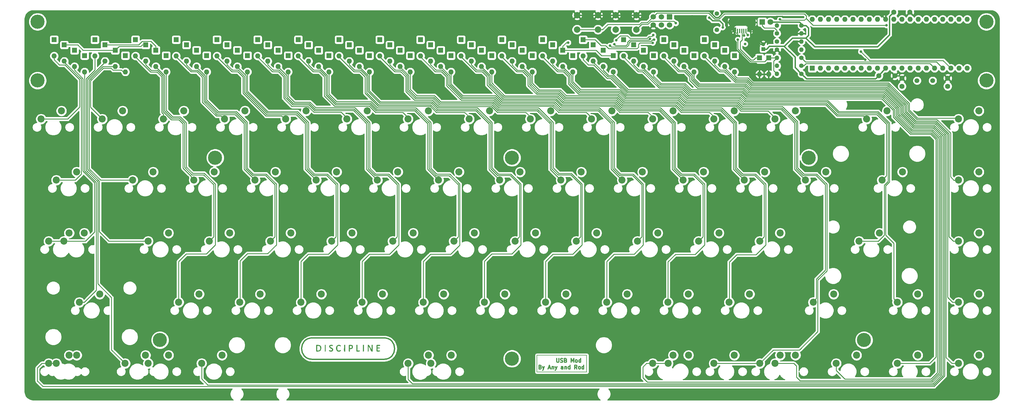
<source format=gbr>
G04 #@! TF.GenerationSoftware,KiCad,Pcbnew,(5.1.5)-3*
G04 #@! TF.CreationDate,2020-02-02T09:21:11-06:00*
G04 #@! TF.ProjectId,USB Screw MOD,55534220-5363-4726-9577-204d4f442e6b,rev?*
G04 #@! TF.SameCoordinates,Original*
G04 #@! TF.FileFunction,Copper,L1,Top*
G04 #@! TF.FilePolarity,Positive*
%FSLAX46Y46*%
G04 Gerber Fmt 4.6, Leading zero omitted, Abs format (unit mm)*
G04 Created by KiCad (PCBNEW (5.1.5)-3) date 2020-02-02 09:21:11*
%MOMM*%
%LPD*%
G04 APERTURE LIST*
%ADD10C,0.150000*%
%ADD11C,0.300000*%
%ADD12C,0.400000*%
%ADD13C,0.010000*%
%ADD14C,1.400000*%
%ADD15O,1.400000X1.400000*%
%ADD16R,1.150000X1.450000*%
%ADD17O,1.050000X1.900000*%
%ADD18R,1.750000X1.900000*%
%ADD19R,0.400000X1.400000*%
%ADD20C,1.800000*%
%ADD21R,1.800000X1.800000*%
%ADD22R,1.600000X1.600000*%
%ADD23O,1.600000X1.600000*%
%ADD24C,2.200000*%
%ADD25R,1.700000X1.700000*%
%ADD26C,1.700000*%
%ADD27C,1.500000*%
%ADD28C,1.600000*%
%ADD29R,1.200000X1.200000*%
%ADD30C,1.200000*%
%ADD31C,2.000000*%
%ADD32C,4.400000*%
%ADD33C,0.800000*%
%ADD34C,0.250000*%
%ADD35C,0.254000*%
G04 APERTURE END LIST*
D10*
X214000000Y-165900000D02*
X214000000Y-171100000D01*
X214100000Y-171100000D02*
X229500000Y-171100000D01*
X229500000Y-171100000D02*
X229500000Y-165900000D01*
X229500000Y-165900000D02*
X214000000Y-165900000D01*
D11*
X220142857Y-166892857D02*
X220142857Y-167864285D01*
X220200000Y-167978571D01*
X220257142Y-168035714D01*
X220371428Y-168092857D01*
X220600000Y-168092857D01*
X220714285Y-168035714D01*
X220771428Y-167978571D01*
X220828571Y-167864285D01*
X220828571Y-166892857D01*
X221342857Y-168035714D02*
X221514285Y-168092857D01*
X221800000Y-168092857D01*
X221914285Y-168035714D01*
X221971428Y-167978571D01*
X222028571Y-167864285D01*
X222028571Y-167750000D01*
X221971428Y-167635714D01*
X221914285Y-167578571D01*
X221800000Y-167521428D01*
X221571428Y-167464285D01*
X221457142Y-167407142D01*
X221400000Y-167350000D01*
X221342857Y-167235714D01*
X221342857Y-167121428D01*
X221400000Y-167007142D01*
X221457142Y-166950000D01*
X221571428Y-166892857D01*
X221857142Y-166892857D01*
X222028571Y-166950000D01*
X222942857Y-167464285D02*
X223114285Y-167521428D01*
X223171428Y-167578571D01*
X223228571Y-167692857D01*
X223228571Y-167864285D01*
X223171428Y-167978571D01*
X223114285Y-168035714D01*
X223000000Y-168092857D01*
X222542857Y-168092857D01*
X222542857Y-166892857D01*
X222942857Y-166892857D01*
X223057142Y-166950000D01*
X223114285Y-167007142D01*
X223171428Y-167121428D01*
X223171428Y-167235714D01*
X223114285Y-167350000D01*
X223057142Y-167407142D01*
X222942857Y-167464285D01*
X222542857Y-167464285D01*
X224657142Y-168092857D02*
X224657142Y-166892857D01*
X225057142Y-167750000D01*
X225457142Y-166892857D01*
X225457142Y-168092857D01*
X226200000Y-168092857D02*
X226085714Y-168035714D01*
X226028571Y-167978571D01*
X225971428Y-167864285D01*
X225971428Y-167521428D01*
X226028571Y-167407142D01*
X226085714Y-167350000D01*
X226200000Y-167292857D01*
X226371428Y-167292857D01*
X226485714Y-167350000D01*
X226542857Y-167407142D01*
X226600000Y-167521428D01*
X226600000Y-167864285D01*
X226542857Y-167978571D01*
X226485714Y-168035714D01*
X226371428Y-168092857D01*
X226200000Y-168092857D01*
X227628571Y-168092857D02*
X227628571Y-166892857D01*
X227628571Y-168035714D02*
X227514285Y-168092857D01*
X227285714Y-168092857D01*
X227171428Y-168035714D01*
X227114285Y-167978571D01*
X227057142Y-167864285D01*
X227057142Y-167521428D01*
X227114285Y-167407142D01*
X227171428Y-167350000D01*
X227285714Y-167292857D01*
X227514285Y-167292857D01*
X227628571Y-167350000D01*
X215028571Y-169564285D02*
X215200000Y-169621428D01*
X215257142Y-169678571D01*
X215314285Y-169792857D01*
X215314285Y-169964285D01*
X215257142Y-170078571D01*
X215200000Y-170135714D01*
X215085714Y-170192857D01*
X214628571Y-170192857D01*
X214628571Y-168992857D01*
X215028571Y-168992857D01*
X215142857Y-169050000D01*
X215200000Y-169107142D01*
X215257142Y-169221428D01*
X215257142Y-169335714D01*
X215200000Y-169450000D01*
X215142857Y-169507142D01*
X215028571Y-169564285D01*
X214628571Y-169564285D01*
X215714285Y-169392857D02*
X216000000Y-170192857D01*
X216285714Y-169392857D02*
X216000000Y-170192857D01*
X215885714Y-170478571D01*
X215828571Y-170535714D01*
X215714285Y-170592857D01*
X217600000Y-169850000D02*
X218171428Y-169850000D01*
X217485714Y-170192857D02*
X217885714Y-168992857D01*
X218285714Y-170192857D01*
X218685714Y-169392857D02*
X218685714Y-170192857D01*
X218685714Y-169507142D02*
X218742857Y-169450000D01*
X218857142Y-169392857D01*
X219028571Y-169392857D01*
X219142857Y-169450000D01*
X219200000Y-169564285D01*
X219200000Y-170192857D01*
X219657142Y-169392857D02*
X219942857Y-170192857D01*
X220228571Y-169392857D02*
X219942857Y-170192857D01*
X219828571Y-170478571D01*
X219771428Y-170535714D01*
X219657142Y-170592857D01*
X222114285Y-170192857D02*
X222114285Y-169564285D01*
X222057142Y-169450000D01*
X221942857Y-169392857D01*
X221714285Y-169392857D01*
X221600000Y-169450000D01*
X222114285Y-170135714D02*
X222000000Y-170192857D01*
X221714285Y-170192857D01*
X221600000Y-170135714D01*
X221542857Y-170021428D01*
X221542857Y-169907142D01*
X221600000Y-169792857D01*
X221714285Y-169735714D01*
X222000000Y-169735714D01*
X222114285Y-169678571D01*
X222685714Y-169392857D02*
X222685714Y-170192857D01*
X222685714Y-169507142D02*
X222742857Y-169450000D01*
X222857142Y-169392857D01*
X223028571Y-169392857D01*
X223142857Y-169450000D01*
X223200000Y-169564285D01*
X223200000Y-170192857D01*
X224285714Y-170192857D02*
X224285714Y-168992857D01*
X224285714Y-170135714D02*
X224171428Y-170192857D01*
X223942857Y-170192857D01*
X223828571Y-170135714D01*
X223771428Y-170078571D01*
X223714285Y-169964285D01*
X223714285Y-169621428D01*
X223771428Y-169507142D01*
X223828571Y-169450000D01*
X223942857Y-169392857D01*
X224171428Y-169392857D01*
X224285714Y-169450000D01*
X226457142Y-170192857D02*
X226057142Y-169621428D01*
X225771428Y-170192857D02*
X225771428Y-168992857D01*
X226228571Y-168992857D01*
X226342857Y-169050000D01*
X226400000Y-169107142D01*
X226457142Y-169221428D01*
X226457142Y-169392857D01*
X226400000Y-169507142D01*
X226342857Y-169564285D01*
X226228571Y-169621428D01*
X225771428Y-169621428D01*
X227142857Y-170192857D02*
X227028571Y-170135714D01*
X226971428Y-170078571D01*
X226914285Y-169964285D01*
X226914285Y-169621428D01*
X226971428Y-169507142D01*
X227028571Y-169450000D01*
X227142857Y-169392857D01*
X227314285Y-169392857D01*
X227428571Y-169450000D01*
X227485714Y-169507142D01*
X227542857Y-169621428D01*
X227542857Y-169964285D01*
X227485714Y-170078571D01*
X227428571Y-170135714D01*
X227314285Y-170192857D01*
X227142857Y-170192857D01*
X228571428Y-170192857D02*
X228571428Y-168992857D01*
X228571428Y-170135714D02*
X228457142Y-170192857D01*
X228228571Y-170192857D01*
X228114285Y-170135714D01*
X228057142Y-170078571D01*
X228000000Y-169964285D01*
X228000000Y-169621428D01*
X228057142Y-169507142D01*
X228114285Y-169450000D01*
X228228571Y-169392857D01*
X228457142Y-169392857D01*
X228571428Y-169450000D01*
D12*
X144037456Y-167154210D02*
X166337456Y-167154210D01*
X144057456Y-160474210D02*
X166337456Y-160474210D01*
X166327456Y-160474210D02*
G75*
G02X166327456Y-167154210I0J-3340000D01*
G01*
X144027456Y-167154210D02*
G75*
G02X144027456Y-160474210I0J3340000D01*
G01*
D13*
G36*
X164749072Y-162655368D02*
G01*
X164884771Y-162657925D01*
X164975079Y-162663614D01*
X165029945Y-162673607D01*
X165059319Y-162689070D01*
X165073151Y-162711174D01*
X165074608Y-162715472D01*
X165081021Y-162794519D01*
X165073315Y-162829739D01*
X165056010Y-162852466D01*
X165017542Y-162867835D01*
X164947162Y-162877197D01*
X164834122Y-162881902D01*
X164667674Y-162883300D01*
X164646928Y-162883310D01*
X164241098Y-162883310D01*
X164250485Y-163185303D01*
X164259872Y-163487295D01*
X164610836Y-163496561D01*
X164961800Y-163505828D01*
X164961800Y-163699506D01*
X164243548Y-163699506D01*
X164243548Y-164415807D01*
X165076068Y-164434081D01*
X165076068Y-164629968D01*
X164569186Y-164638922D01*
X164353731Y-164640947D01*
X164197101Y-164638059D01*
X164092985Y-164629900D01*
X164035072Y-164616111D01*
X164022335Y-164607907D01*
X164009968Y-164563582D01*
X163999695Y-164464305D01*
X163991522Y-164320384D01*
X163985452Y-164142124D01*
X163981490Y-163939834D01*
X163979639Y-163723818D01*
X163979905Y-163504386D01*
X163982291Y-163291842D01*
X163986802Y-163096495D01*
X163993442Y-162928651D01*
X164002214Y-162798616D01*
X164013125Y-162716699D01*
X164021543Y-162693953D01*
X164067798Y-162676565D01*
X164168692Y-162664409D01*
X164327682Y-162657231D01*
X164548224Y-162654779D01*
X164558032Y-162654776D01*
X164749072Y-162655368D01*
G37*
X164749072Y-162655368D02*
X164884771Y-162657925D01*
X164975079Y-162663614D01*
X165029945Y-162673607D01*
X165059319Y-162689070D01*
X165073151Y-162711174D01*
X165074608Y-162715472D01*
X165081021Y-162794519D01*
X165073315Y-162829739D01*
X165056010Y-162852466D01*
X165017542Y-162867835D01*
X164947162Y-162877197D01*
X164834122Y-162881902D01*
X164667674Y-162883300D01*
X164646928Y-162883310D01*
X164241098Y-162883310D01*
X164250485Y-163185303D01*
X164259872Y-163487295D01*
X164610836Y-163496561D01*
X164961800Y-163505828D01*
X164961800Y-163699506D01*
X164243548Y-163699506D01*
X164243548Y-164415807D01*
X165076068Y-164434081D01*
X165076068Y-164629968D01*
X164569186Y-164638922D01*
X164353731Y-164640947D01*
X164197101Y-164638059D01*
X164092985Y-164629900D01*
X164035072Y-164616111D01*
X164022335Y-164607907D01*
X164009968Y-164563582D01*
X163999695Y-164464305D01*
X163991522Y-164320384D01*
X163985452Y-164142124D01*
X163981490Y-163939834D01*
X163979639Y-163723818D01*
X163979905Y-163504386D01*
X163982291Y-163291842D01*
X163986802Y-163096495D01*
X163993442Y-162928651D01*
X164002214Y-162798616D01*
X164013125Y-162716699D01*
X164021543Y-162693953D01*
X164067798Y-162676565D01*
X164168692Y-162664409D01*
X164327682Y-162657231D01*
X164548224Y-162654779D01*
X164558032Y-162654776D01*
X164749072Y-162655368D01*
G36*
X162734069Y-163640268D02*
G01*
X162725425Y-164629968D01*
X162611158Y-164639583D01*
X162517601Y-164634566D01*
X162445477Y-164609338D01*
X162442159Y-164606936D01*
X162412497Y-164568132D01*
X162356197Y-164479783D01*
X162277860Y-164349678D01*
X162182092Y-164185608D01*
X162073495Y-163995362D01*
X161956674Y-163786732D01*
X161944856Y-163765409D01*
X161502285Y-162966146D01*
X161493546Y-163798057D01*
X161484808Y-164629968D01*
X161378221Y-164640235D01*
X161271634Y-164650501D01*
X161280277Y-163660800D01*
X161288921Y-162671099D01*
X161440339Y-162661298D01*
X161541129Y-162660739D01*
X161603506Y-162681279D01*
X161652550Y-162730572D01*
X161684699Y-162780561D01*
X161742835Y-162879148D01*
X161821926Y-163017470D01*
X161916944Y-163186666D01*
X162022859Y-163377872D01*
X162105117Y-163527999D01*
X162496890Y-164246351D01*
X162529538Y-162671099D01*
X162636125Y-162660833D01*
X162742713Y-162650567D01*
X162734069Y-163640268D01*
G37*
X162734069Y-163640268D02*
X162725425Y-164629968D01*
X162611158Y-164639583D01*
X162517601Y-164634566D01*
X162445477Y-164609338D01*
X162442159Y-164606936D01*
X162412497Y-164568132D01*
X162356197Y-164479783D01*
X162277860Y-164349678D01*
X162182092Y-164185608D01*
X162073495Y-163995362D01*
X161956674Y-163786732D01*
X161944856Y-163765409D01*
X161502285Y-162966146D01*
X161493546Y-163798057D01*
X161484808Y-164629968D01*
X161378221Y-164640235D01*
X161271634Y-164650501D01*
X161280277Y-163660800D01*
X161288921Y-162671099D01*
X161440339Y-162661298D01*
X161541129Y-162660739D01*
X161603506Y-162681279D01*
X161652550Y-162730572D01*
X161684699Y-162780561D01*
X161742835Y-162879148D01*
X161821926Y-163017470D01*
X161916944Y-163186666D01*
X162022859Y-163377872D01*
X162105117Y-163527999D01*
X162496890Y-164246351D01*
X162529538Y-162671099D01*
X162636125Y-162660833D01*
X162742713Y-162650567D01*
X162734069Y-163640268D01*
G36*
X159893227Y-162660967D02*
G01*
X160015656Y-162671099D01*
X160015656Y-164629968D01*
X159770798Y-164650234D01*
X159770798Y-162650834D01*
X159893227Y-162660967D01*
G37*
X159893227Y-162660967D02*
X160015656Y-162671099D01*
X160015656Y-164629968D01*
X159770798Y-164650234D01*
X159770798Y-162650834D01*
X159893227Y-162660967D01*
G36*
X157869063Y-162660967D02*
G01*
X157991492Y-162671099D01*
X158008878Y-164415629D01*
X158742392Y-164434081D01*
X158742392Y-164629968D01*
X158267114Y-164638967D01*
X158097108Y-164640682D01*
X157950808Y-164639315D01*
X157840400Y-164635199D01*
X157778070Y-164628668D01*
X157769235Y-164625364D01*
X157763550Y-164588205D01*
X157758388Y-164493994D01*
X157753938Y-164350974D01*
X157750385Y-164167387D01*
X157747916Y-163951478D01*
X157746718Y-163711488D01*
X157746633Y-163626798D01*
X157746633Y-162650834D01*
X157869063Y-162660967D01*
G37*
X157869063Y-162660967D02*
X157991492Y-162671099D01*
X158008878Y-164415629D01*
X158742392Y-164434081D01*
X158742392Y-164629968D01*
X158267114Y-164638967D01*
X158097108Y-164640682D01*
X157950808Y-164639315D01*
X157840400Y-164635199D01*
X157778070Y-164628668D01*
X157769235Y-164625364D01*
X157763550Y-164588205D01*
X157758388Y-164493994D01*
X157753938Y-164350974D01*
X157750385Y-164167387D01*
X157747916Y-163951478D01*
X157746718Y-163711488D01*
X157746633Y-163626798D01*
X157746633Y-162650834D01*
X157869063Y-162660967D01*
G36*
X155863650Y-162660711D02*
G01*
X156033793Y-162669015D01*
X156154340Y-162680525D01*
X156240993Y-162698121D01*
X156309451Y-162724684D01*
X156356603Y-162751175D01*
X156483192Y-162851186D01*
X156561203Y-162971445D01*
X156597976Y-163126571D01*
X156603301Y-163242436D01*
X156579591Y-163453977D01*
X156508446Y-163622394D01*
X156388472Y-163748994D01*
X156218272Y-163835080D01*
X155996453Y-163881960D01*
X155912375Y-163889009D01*
X155657173Y-163903782D01*
X155657173Y-164646292D01*
X155548347Y-164646292D01*
X155467677Y-164640319D01*
X155419230Y-164625812D01*
X155417756Y-164624527D01*
X155412174Y-164587498D01*
X155407121Y-164493586D01*
X155402789Y-164351203D01*
X155399368Y-164168760D01*
X155397049Y-163954668D01*
X155396024Y-163717340D01*
X155395991Y-163665414D01*
X155396428Y-163387409D01*
X155397972Y-163167721D01*
X155400974Y-162999379D01*
X155405476Y-162883310D01*
X155657173Y-162883310D01*
X155657173Y-163269643D01*
X155658914Y-163422368D01*
X155663650Y-163550448D01*
X155670653Y-163640207D01*
X155678938Y-163677740D01*
X155730938Y-163694686D01*
X155824375Y-163698293D01*
X155936910Y-163689223D01*
X156046201Y-163668137D01*
X156051371Y-163666725D01*
X156190303Y-163602535D01*
X156281681Y-163497595D01*
X156329504Y-163346643D01*
X156335892Y-163292377D01*
X156341468Y-163185561D01*
X156329626Y-163116034D01*
X156290997Y-163056290D01*
X156235758Y-162998296D01*
X156171379Y-162937956D01*
X156115104Y-162903537D01*
X156045070Y-162887790D01*
X155939416Y-162883466D01*
X155888973Y-162883310D01*
X155657173Y-162883310D01*
X155405476Y-162883310D01*
X155405783Y-162875408D01*
X155412749Y-162788836D01*
X155422223Y-162732690D01*
X155434555Y-162699996D01*
X155445090Y-162687318D01*
X155493218Y-162668250D01*
X155585445Y-162658270D01*
X155729471Y-162656887D01*
X155863650Y-162660711D01*
G37*
X155863650Y-162660711D02*
X156033793Y-162669015D01*
X156154340Y-162680525D01*
X156240993Y-162698121D01*
X156309451Y-162724684D01*
X156356603Y-162751175D01*
X156483192Y-162851186D01*
X156561203Y-162971445D01*
X156597976Y-163126571D01*
X156603301Y-163242436D01*
X156579591Y-163453977D01*
X156508446Y-163622394D01*
X156388472Y-163748994D01*
X156218272Y-163835080D01*
X155996453Y-163881960D01*
X155912375Y-163889009D01*
X155657173Y-163903782D01*
X155657173Y-164646292D01*
X155548347Y-164646292D01*
X155467677Y-164640319D01*
X155419230Y-164625812D01*
X155417756Y-164624527D01*
X155412174Y-164587498D01*
X155407121Y-164493586D01*
X155402789Y-164351203D01*
X155399368Y-164168760D01*
X155397049Y-163954668D01*
X155396024Y-163717340D01*
X155395991Y-163665414D01*
X155396428Y-163387409D01*
X155397972Y-163167721D01*
X155400974Y-162999379D01*
X155405476Y-162883310D01*
X155657173Y-162883310D01*
X155657173Y-163269643D01*
X155658914Y-163422368D01*
X155663650Y-163550448D01*
X155670653Y-163640207D01*
X155678938Y-163677740D01*
X155730938Y-163694686D01*
X155824375Y-163698293D01*
X155936910Y-163689223D01*
X156046201Y-163668137D01*
X156051371Y-163666725D01*
X156190303Y-163602535D01*
X156281681Y-163497595D01*
X156329504Y-163346643D01*
X156335892Y-163292377D01*
X156341468Y-163185561D01*
X156329626Y-163116034D01*
X156290997Y-163056290D01*
X156235758Y-162998296D01*
X156171379Y-162937956D01*
X156115104Y-162903537D01*
X156045070Y-162887790D01*
X155939416Y-162883466D01*
X155888973Y-162883310D01*
X155657173Y-162883310D01*
X155405476Y-162883310D01*
X155405783Y-162875408D01*
X155412749Y-162788836D01*
X155422223Y-162732690D01*
X155434555Y-162699996D01*
X155445090Y-162687318D01*
X155493218Y-162668250D01*
X155585445Y-162658270D01*
X155729471Y-162656887D01*
X155863650Y-162660711D01*
G36*
X154155374Y-164646292D02*
G01*
X154040082Y-164646292D01*
X153959195Y-164635741D01*
X153911587Y-164609863D01*
X153908977Y-164605085D01*
X153905221Y-164562951D01*
X153902376Y-164464122D01*
X153900505Y-164317194D01*
X153899669Y-164130761D01*
X153899931Y-163913418D01*
X153901352Y-163673761D01*
X153901840Y-163617489D01*
X153910515Y-162671099D01*
X154032944Y-162660967D01*
X154155374Y-162650834D01*
X154155374Y-164646292D01*
G37*
X154155374Y-164646292D02*
X154040082Y-164646292D01*
X153959195Y-164635741D01*
X153911587Y-164609863D01*
X153908977Y-164605085D01*
X153905221Y-164562951D01*
X153902376Y-164464122D01*
X153900505Y-164317194D01*
X153899669Y-164130761D01*
X153899931Y-163913418D01*
X153901352Y-163673761D01*
X153901840Y-163617489D01*
X153910515Y-162671099D01*
X154032944Y-162660967D01*
X154155374Y-162650834D01*
X154155374Y-164646292D01*
G36*
X148131852Y-164629968D02*
G01*
X148025522Y-164640216D01*
X147939522Y-164635155D01*
X147902579Y-164607170D01*
X147898618Y-164564485D01*
X147895587Y-164465130D01*
X147893557Y-164317724D01*
X147892596Y-164130887D01*
X147892773Y-163913238D01*
X147894159Y-163673398D01*
X147894642Y-163617489D01*
X147903317Y-162671099D01*
X148131852Y-162671099D01*
X148131852Y-164629968D01*
G37*
X148131852Y-164629968D02*
X148025522Y-164640216D01*
X147939522Y-164635155D01*
X147902579Y-164607170D01*
X147898618Y-164564485D01*
X147895587Y-164465130D01*
X147893557Y-164317724D01*
X147892596Y-164130887D01*
X147892773Y-163913238D01*
X147894159Y-163673398D01*
X147894642Y-163617489D01*
X147903317Y-162671099D01*
X148131852Y-162671099D01*
X148131852Y-164629968D01*
G36*
X145844792Y-162663531D02*
G01*
X146057901Y-162687634D01*
X146234495Y-162736457D01*
X146387427Y-162812457D01*
X146394580Y-162816950D01*
X146546193Y-162950535D01*
X146660045Y-163130150D01*
X146732980Y-163346453D01*
X146761840Y-163590101D01*
X146743731Y-163850102D01*
X146681412Y-164098167D01*
X146579948Y-164296471D01*
X146436000Y-164449859D01*
X146254602Y-164559414D01*
X146163426Y-164588215D01*
X146035359Y-164612240D01*
X145884217Y-164630801D01*
X145723819Y-164643212D01*
X145567982Y-164648785D01*
X145430523Y-164646834D01*
X145325259Y-164636671D01*
X145266009Y-164617610D01*
X145258782Y-164608931D01*
X145254647Y-164565780D01*
X145251459Y-164465980D01*
X145249295Y-164318171D01*
X145248228Y-164130992D01*
X145248335Y-163913086D01*
X145249689Y-163673092D01*
X145250169Y-163617489D01*
X145256898Y-162883310D01*
X145503703Y-162883310D01*
X145503703Y-164417758D01*
X145757967Y-164417758D01*
X145915175Y-164412346D01*
X146032635Y-164393063D01*
X146135227Y-164355341D01*
X146157903Y-164344300D01*
X146295793Y-164246591D01*
X146392863Y-164109937D01*
X146452488Y-163927864D01*
X146476152Y-163734335D01*
X146474971Y-163502917D01*
X146439735Y-163316878D01*
X146367335Y-163164100D01*
X146310872Y-163090229D01*
X146204191Y-162989823D01*
X146084972Y-162926035D01*
X145936269Y-162892618D01*
X145749610Y-162883310D01*
X145503703Y-162883310D01*
X145256898Y-162883310D01*
X145258844Y-162671099D01*
X145582316Y-162661693D01*
X145844792Y-162663531D01*
G37*
X145844792Y-162663531D02*
X146057901Y-162687634D01*
X146234495Y-162736457D01*
X146387427Y-162812457D01*
X146394580Y-162816950D01*
X146546193Y-162950535D01*
X146660045Y-163130150D01*
X146732980Y-163346453D01*
X146761840Y-163590101D01*
X146743731Y-163850102D01*
X146681412Y-164098167D01*
X146579948Y-164296471D01*
X146436000Y-164449859D01*
X146254602Y-164559414D01*
X146163426Y-164588215D01*
X146035359Y-164612240D01*
X145884217Y-164630801D01*
X145723819Y-164643212D01*
X145567982Y-164648785D01*
X145430523Y-164646834D01*
X145325259Y-164636671D01*
X145266009Y-164617610D01*
X145258782Y-164608931D01*
X145254647Y-164565780D01*
X145251459Y-164465980D01*
X145249295Y-164318171D01*
X145248228Y-164130992D01*
X145248335Y-163913086D01*
X145249689Y-163673092D01*
X145250169Y-163617489D01*
X145256898Y-162883310D01*
X145503703Y-162883310D01*
X145503703Y-164417758D01*
X145757967Y-164417758D01*
X145915175Y-164412346D01*
X146032635Y-164393063D01*
X146135227Y-164355341D01*
X146157903Y-164344300D01*
X146295793Y-164246591D01*
X146392863Y-164109937D01*
X146452488Y-163927864D01*
X146476152Y-163734335D01*
X146474971Y-163502917D01*
X146439735Y-163316878D01*
X146367335Y-163164100D01*
X146310872Y-163090229D01*
X146204191Y-162989823D01*
X146084972Y-162926035D01*
X145936269Y-162892618D01*
X145749610Y-162883310D01*
X145503703Y-162883310D01*
X145256898Y-162883310D01*
X145258844Y-162671099D01*
X145582316Y-162661693D01*
X145844792Y-162663531D01*
G36*
X152408386Y-162635959D02*
G01*
X152621244Y-162690119D01*
X152679962Y-162716878D01*
X152784487Y-162784344D01*
X152836756Y-162860616D01*
X152849461Y-162949349D01*
X152834489Y-163012693D01*
X152786729Y-163026512D01*
X152701921Y-162991031D01*
X152651765Y-162959858D01*
X152513590Y-162891158D01*
X152352941Y-162860803D01*
X152332306Y-162859344D01*
X152143062Y-162872186D01*
X151989583Y-162938547D01*
X151866387Y-163061565D01*
X151806649Y-163160111D01*
X151768065Y-163242415D01*
X151743490Y-163320306D01*
X151729877Y-163412270D01*
X151724181Y-163536793D01*
X151723274Y-163666152D01*
X151725317Y-163830258D01*
X151733073Y-163946696D01*
X151749257Y-164033021D01*
X151776585Y-164106793D01*
X151798048Y-164149694D01*
X151908533Y-164293309D01*
X152054800Y-164390362D01*
X152224605Y-164438527D01*
X152405703Y-164435479D01*
X152585849Y-164378891D01*
X152687818Y-164318677D01*
X152759436Y-164274662D01*
X152811380Y-164254634D01*
X152813691Y-164254519D01*
X152844489Y-164280286D01*
X152849916Y-164343086D01*
X152833021Y-164421166D01*
X152796856Y-164492776D01*
X152777122Y-164515256D01*
X152656447Y-164591254D01*
X152493250Y-164643959D01*
X152307205Y-164669959D01*
X152117982Y-164665847D01*
X152012312Y-164647796D01*
X151824801Y-164571180D01*
X151668871Y-164441890D01*
X151547844Y-164266117D01*
X151465039Y-164050050D01*
X151423778Y-163799878D01*
X151424759Y-163552590D01*
X151466364Y-163300088D01*
X151547477Y-163078068D01*
X151663241Y-162897078D01*
X151776084Y-162789979D01*
X151967945Y-162687333D01*
X152184666Y-162635512D01*
X152408386Y-162635959D01*
G37*
X152408386Y-162635959D02*
X152621244Y-162690119D01*
X152679962Y-162716878D01*
X152784487Y-162784344D01*
X152836756Y-162860616D01*
X152849461Y-162949349D01*
X152834489Y-163012693D01*
X152786729Y-163026512D01*
X152701921Y-162991031D01*
X152651765Y-162959858D01*
X152513590Y-162891158D01*
X152352941Y-162860803D01*
X152332306Y-162859344D01*
X152143062Y-162872186D01*
X151989583Y-162938547D01*
X151866387Y-163061565D01*
X151806649Y-163160111D01*
X151768065Y-163242415D01*
X151743490Y-163320306D01*
X151729877Y-163412270D01*
X151724181Y-163536793D01*
X151723274Y-163666152D01*
X151725317Y-163830258D01*
X151733073Y-163946696D01*
X151749257Y-164033021D01*
X151776585Y-164106793D01*
X151798048Y-164149694D01*
X151908533Y-164293309D01*
X152054800Y-164390362D01*
X152224605Y-164438527D01*
X152405703Y-164435479D01*
X152585849Y-164378891D01*
X152687818Y-164318677D01*
X152759436Y-164274662D01*
X152811380Y-164254634D01*
X152813691Y-164254519D01*
X152844489Y-164280286D01*
X152849916Y-164343086D01*
X152833021Y-164421166D01*
X152796856Y-164492776D01*
X152777122Y-164515256D01*
X152656447Y-164591254D01*
X152493250Y-164643959D01*
X152307205Y-164669959D01*
X152117982Y-164665847D01*
X152012312Y-164647796D01*
X151824801Y-164571180D01*
X151668871Y-164441890D01*
X151547844Y-164266117D01*
X151465039Y-164050050D01*
X151423778Y-163799878D01*
X151424759Y-163552590D01*
X151466364Y-163300088D01*
X151547477Y-163078068D01*
X151663241Y-162897078D01*
X151776084Y-162789979D01*
X151967945Y-162687333D01*
X152184666Y-162635512D01*
X152408386Y-162635959D01*
G36*
X150058620Y-162650150D02*
G01*
X150181691Y-162684296D01*
X150274180Y-162728554D01*
X150316406Y-162773391D01*
X150334272Y-162857763D01*
X150327489Y-162931595D01*
X150307760Y-162961945D01*
X150264101Y-162958916D01*
X150187416Y-162930900D01*
X150153942Y-162914901D01*
X149996013Y-162858251D01*
X149846929Y-162847564D01*
X149717597Y-162878974D01*
X149618923Y-162948617D01*
X149561814Y-163052629D01*
X149552032Y-163128169D01*
X149575421Y-163240997D01*
X149649293Y-163340158D01*
X149779204Y-163431459D01*
X149898620Y-163490354D01*
X150125834Y-163606298D01*
X150289152Y-163724770D01*
X150372520Y-163819849D01*
X150414719Y-163927832D01*
X150432425Y-164068767D01*
X150424946Y-164214800D01*
X150391589Y-164338078D01*
X150385724Y-164350194D01*
X150276350Y-164493769D01*
X150122757Y-164598390D01*
X149935744Y-164660265D01*
X149726111Y-164675603D01*
X149535708Y-164648620D01*
X149419119Y-164610095D01*
X149316971Y-164558593D01*
X149253173Y-164506351D01*
X149250539Y-164502652D01*
X149229230Y-164437173D01*
X149229852Y-164361057D01*
X149251456Y-164308359D01*
X149256050Y-164304820D01*
X149300715Y-164307535D01*
X149379113Y-164335935D01*
X149422808Y-164356995D01*
X149596979Y-164424087D01*
X149764628Y-164446056D01*
X149915771Y-164426186D01*
X150040425Y-164367761D01*
X150128607Y-164274064D01*
X150170333Y-164148378D01*
X150172340Y-164110470D01*
X150150853Y-164021260D01*
X150082869Y-163932090D01*
X149963105Y-163838044D01*
X149786278Y-163734206D01*
X149744317Y-163712201D01*
X149560379Y-163608427D01*
X149431276Y-163511457D01*
X149348801Y-163411095D01*
X149304745Y-163297144D01*
X149290899Y-163159409D01*
X149290849Y-163148930D01*
X149316523Y-162961799D01*
X149393178Y-162815336D01*
X149520261Y-162710107D01*
X149697220Y-162646681D01*
X149793478Y-162631877D01*
X149923154Y-162631036D01*
X150058620Y-162650150D01*
G37*
X150058620Y-162650150D02*
X150181691Y-162684296D01*
X150274180Y-162728554D01*
X150316406Y-162773391D01*
X150334272Y-162857763D01*
X150327489Y-162931595D01*
X150307760Y-162961945D01*
X150264101Y-162958916D01*
X150187416Y-162930900D01*
X150153942Y-162914901D01*
X149996013Y-162858251D01*
X149846929Y-162847564D01*
X149717597Y-162878974D01*
X149618923Y-162948617D01*
X149561814Y-163052629D01*
X149552032Y-163128169D01*
X149575421Y-163240997D01*
X149649293Y-163340158D01*
X149779204Y-163431459D01*
X149898620Y-163490354D01*
X150125834Y-163606298D01*
X150289152Y-163724770D01*
X150372520Y-163819849D01*
X150414719Y-163927832D01*
X150432425Y-164068767D01*
X150424946Y-164214800D01*
X150391589Y-164338078D01*
X150385724Y-164350194D01*
X150276350Y-164493769D01*
X150122757Y-164598390D01*
X149935744Y-164660265D01*
X149726111Y-164675603D01*
X149535708Y-164648620D01*
X149419119Y-164610095D01*
X149316971Y-164558593D01*
X149253173Y-164506351D01*
X149250539Y-164502652D01*
X149229230Y-164437173D01*
X149229852Y-164361057D01*
X149251456Y-164308359D01*
X149256050Y-164304820D01*
X149300715Y-164307535D01*
X149379113Y-164335935D01*
X149422808Y-164356995D01*
X149596979Y-164424087D01*
X149764628Y-164446056D01*
X149915771Y-164426186D01*
X150040425Y-164367761D01*
X150128607Y-164274064D01*
X150170333Y-164148378D01*
X150172340Y-164110470D01*
X150150853Y-164021260D01*
X150082869Y-163932090D01*
X149963105Y-163838044D01*
X149786278Y-163734206D01*
X149744317Y-163712201D01*
X149560379Y-163608427D01*
X149431276Y-163511457D01*
X149348801Y-163411095D01*
X149304745Y-163297144D01*
X149290899Y-163159409D01*
X149290849Y-163148930D01*
X149316523Y-162961799D01*
X149393178Y-162815336D01*
X149520261Y-162710107D01*
X149697220Y-162646681D01*
X149793478Y-162631877D01*
X149923154Y-162631036D01*
X150058620Y-162650150D01*
D14*
X288756316Y-70580211D03*
D15*
X296376316Y-70580211D03*
D14*
X288756316Y-68060499D03*
D15*
X296376316Y-68060499D03*
D14*
X296376316Y-78138982D03*
D15*
X288756316Y-78138982D03*
D16*
X280095000Y-64330000D03*
X275455000Y-64330000D03*
D17*
X274200000Y-62100000D03*
X281350000Y-62100000D03*
D18*
X278900000Y-62100000D03*
D19*
X277775000Y-64750000D03*
X277125000Y-64750000D03*
X276475000Y-64750000D03*
X279075000Y-64750000D03*
X278425000Y-64750000D03*
D18*
X276650000Y-62100000D03*
D20*
X286667716Y-61970830D03*
D21*
X284127716Y-61970830D03*
D22*
X299753430Y-76389182D03*
D23*
X348013430Y-61149182D03*
X302293430Y-76389182D03*
X345473430Y-61149182D03*
X304833430Y-76389182D03*
X342933430Y-61149182D03*
X307373430Y-76389182D03*
X340393430Y-61149182D03*
X309913430Y-76389182D03*
X337853430Y-61149182D03*
X312453430Y-76389182D03*
X335313430Y-61149182D03*
X314993430Y-76389182D03*
X332773430Y-61149182D03*
X317533430Y-76389182D03*
X330233430Y-61149182D03*
X320073430Y-76389182D03*
X327693430Y-61149182D03*
X322613430Y-76389182D03*
X325153430Y-61149182D03*
X325153430Y-76389182D03*
X322613430Y-61149182D03*
X327693430Y-76389182D03*
X320073430Y-61149182D03*
X330233430Y-76389182D03*
X317533430Y-61149182D03*
X332773430Y-76389182D03*
X314993430Y-61149182D03*
X335313430Y-76389182D03*
X312453430Y-61149182D03*
X337853430Y-76389182D03*
X309913430Y-61149182D03*
X340393430Y-76389182D03*
X307373430Y-61149182D03*
X342933430Y-76389182D03*
X304833430Y-61149182D03*
X345473430Y-76389182D03*
X302293430Y-61149182D03*
X348013430Y-76389182D03*
X299753430Y-61149182D03*
D24*
X283390128Y-168433750D03*
X289740128Y-165893750D03*
X254833936Y-168433750D03*
X261183936Y-165893750D03*
X180207573Y-165901640D03*
X173857573Y-168441640D03*
X92893031Y-168429819D03*
X99243031Y-165889819D03*
X64293700Y-168423620D03*
X70643700Y-165883620D03*
X68262500Y-127783620D03*
X61912500Y-130323620D03*
D25*
X255293830Y-60350870D03*
D26*
X255293830Y-62890870D03*
X252753830Y-60350870D03*
X252753830Y-62890870D03*
X250213830Y-60350870D03*
X250213830Y-62890870D03*
D24*
X323056250Y-89693750D03*
X316706250Y-92233750D03*
X314325250Y-130333750D03*
X320675250Y-127793750D03*
X71437450Y-149383750D03*
X77787450Y-146843750D03*
X68262450Y-165883620D03*
X61912450Y-168423620D03*
X92075050Y-165893750D03*
X85725050Y-168433750D03*
X115887450Y-165883620D03*
X109537450Y-168423620D03*
X73025050Y-127783620D03*
X66675050Y-130323620D03*
X306387250Y-146843750D03*
X300037250Y-149383750D03*
X64293750Y-111283750D03*
X70643750Y-108743750D03*
X321468250Y-111283750D03*
X327818250Y-108743750D03*
X275466206Y-165893750D03*
X269116206Y-168433750D03*
X256410884Y-165883620D03*
X250060884Y-168423620D03*
X294481250Y-89693750D03*
X288131250Y-92233750D03*
X132556250Y-108743750D03*
X126206250Y-111283750D03*
X65881250Y-89693750D03*
X59531250Y-92233750D03*
X84931250Y-89693750D03*
X78581250Y-92233750D03*
X103981250Y-89693750D03*
X97631250Y-92233750D03*
X123031250Y-89693750D03*
X116681250Y-92233750D03*
X142081250Y-89693750D03*
X135731250Y-92233750D03*
X161131250Y-89693750D03*
X154781250Y-92233750D03*
X180181250Y-89693750D03*
X173831250Y-92233750D03*
X199231250Y-89693750D03*
X192881250Y-92233750D03*
X218281250Y-89693750D03*
X211931250Y-92233750D03*
X237331250Y-89693750D03*
X230981250Y-92233750D03*
X256381250Y-89693750D03*
X250031250Y-92233750D03*
X275431250Y-89693750D03*
X269081250Y-92233750D03*
X351631250Y-89693750D03*
X345281250Y-92233750D03*
X94456250Y-108743750D03*
X88106250Y-111283750D03*
X113506250Y-108743750D03*
X107156250Y-111283750D03*
X151606250Y-108743750D03*
X145256250Y-111283750D03*
X170656250Y-108743750D03*
X164306250Y-111283750D03*
X189706250Y-108743750D03*
X183356250Y-111283750D03*
X208756250Y-108743750D03*
X202406250Y-111283750D03*
X227806250Y-108743750D03*
X221456250Y-111283750D03*
X246856250Y-108743750D03*
X240506250Y-111283750D03*
X265906250Y-108743750D03*
X259556250Y-111283750D03*
X284956250Y-108743750D03*
X278606250Y-111283750D03*
X304006250Y-108743750D03*
X297656250Y-111283750D03*
X351631250Y-108743750D03*
X345281250Y-111283750D03*
X99218750Y-127793750D03*
X92868750Y-130333750D03*
X118268750Y-127793750D03*
X111918750Y-130333750D03*
X137318750Y-127793750D03*
X130968750Y-130333750D03*
X156368250Y-127793750D03*
X150018250Y-130333750D03*
X175418250Y-127793750D03*
X169068250Y-130333750D03*
X194468250Y-127793750D03*
X188118250Y-130333750D03*
X213518250Y-127793750D03*
X207168250Y-130333750D03*
X232568250Y-127793750D03*
X226218250Y-130333750D03*
X251618250Y-127793750D03*
X245268250Y-130333750D03*
X270668250Y-127793750D03*
X264318250Y-130333750D03*
X289718250Y-127793750D03*
X283368250Y-130333750D03*
X351631250Y-127793750D03*
X345281250Y-130333750D03*
X108743750Y-146843750D03*
X102393750Y-149383750D03*
X127793750Y-146843750D03*
X121443750Y-149383750D03*
X146843750Y-146843750D03*
X140493750Y-149383750D03*
X165894250Y-146843750D03*
X159544250Y-149383750D03*
X184944250Y-146843750D03*
X178594250Y-149383750D03*
X203994250Y-146843750D03*
X197644250Y-149383750D03*
X223044250Y-146843750D03*
X216694250Y-149383750D03*
X242094250Y-146843750D03*
X235744250Y-149383750D03*
X261144250Y-146843750D03*
X254794250Y-149383750D03*
X280194250Y-146843750D03*
X273844250Y-149383750D03*
X332581250Y-146843750D03*
X326231250Y-149383750D03*
X351631250Y-146843750D03*
X345281250Y-149383750D03*
X187325250Y-165893750D03*
X180975250Y-168433750D03*
X313531250Y-165893750D03*
X307181250Y-168433750D03*
X332581250Y-165893750D03*
X326231250Y-168433750D03*
X351631250Y-165893750D03*
X345281250Y-168433750D03*
X294521528Y-165883620D03*
X288171528Y-168423620D03*
D27*
X337251644Y-80256240D03*
X332371644Y-80256240D03*
D28*
X341906112Y-79506040D03*
X341906112Y-82006040D03*
X327680238Y-79506040D03*
X327680238Y-82006040D03*
X330125530Y-58926178D03*
X325125530Y-58926178D03*
X325471062Y-78716416D03*
X320471062Y-78716416D03*
D14*
X296376316Y-75645517D03*
D15*
X288756316Y-75645517D03*
D14*
X296376316Y-73152052D03*
D15*
X288756316Y-73152052D03*
D14*
X288756316Y-65567034D03*
D15*
X296376316Y-65567034D03*
D14*
X296376316Y-63073204D03*
D15*
X288756316Y-63073204D03*
D29*
X284477676Y-70404866D03*
D30*
X284477676Y-68904866D03*
D14*
X270047614Y-59350838D03*
X270047614Y-64450838D03*
D31*
X244985732Y-59836074D03*
X244985732Y-64336074D03*
X238485732Y-59836074D03*
X238485732Y-64336074D03*
X232985732Y-59836074D03*
X232985732Y-64336074D03*
X226485732Y-59836074D03*
X226485732Y-64336074D03*
D23*
X63600284Y-72555612D03*
D22*
X63600284Y-67475612D03*
D23*
X73108673Y-77516199D03*
D22*
X73108673Y-72436199D03*
D23*
X85786525Y-77516199D03*
D22*
X85786525Y-72436199D03*
D23*
X88955988Y-72555612D03*
D22*
X88955988Y-67475612D03*
D23*
X101633840Y-72555612D03*
D22*
X101633840Y-67475612D03*
D23*
X114311692Y-72555612D03*
D22*
X114311692Y-67475612D03*
D23*
X126989544Y-72555612D03*
D22*
X126989544Y-67475612D03*
D23*
X139667396Y-72555612D03*
D22*
X139667396Y-67475612D03*
D23*
X152345248Y-72555612D03*
D22*
X152345248Y-67475612D03*
D23*
X165023100Y-72555612D03*
D22*
X165023100Y-67475612D03*
D23*
X177700952Y-72555612D03*
D22*
X177700952Y-67475612D03*
D23*
X190378804Y-72555612D03*
D22*
X190378804Y-67475612D03*
D23*
X203056656Y-72555612D03*
D22*
X203056656Y-67475612D03*
D23*
X215734508Y-72555612D03*
D22*
X215734508Y-67475612D03*
D23*
X228342376Y-72555612D03*
D22*
X228342376Y-67475612D03*
D23*
X275541929Y-77516199D03*
D22*
X275541929Y-72436199D03*
D23*
X66769747Y-74209141D03*
D22*
X66769747Y-69129141D03*
D23*
X82617062Y-75862670D03*
D22*
X82617062Y-70782670D03*
D23*
X92125451Y-74209141D03*
D22*
X92125451Y-69129141D03*
D23*
X104803303Y-74209141D03*
D22*
X104803303Y-69129141D03*
D23*
X117481155Y-74209141D03*
D22*
X117481155Y-69129141D03*
D23*
X130159007Y-74209141D03*
D22*
X130159007Y-69129141D03*
D23*
X142836859Y-74209141D03*
D22*
X142836859Y-69129141D03*
D23*
X155514711Y-74209141D03*
D22*
X155514711Y-69129141D03*
D23*
X168192563Y-74209141D03*
D22*
X168192563Y-69129141D03*
D23*
X180870415Y-74209141D03*
D22*
X180870415Y-69129141D03*
D23*
X193548267Y-74209141D03*
D22*
X193548267Y-69129141D03*
D23*
X206226119Y-74209141D03*
D22*
X206226119Y-69129141D03*
D23*
X218886475Y-74209141D03*
D22*
X218886475Y-69129141D03*
D23*
X231493149Y-74209141D03*
D22*
X231493149Y-69129141D03*
D23*
X272453205Y-75862670D03*
D22*
X272453205Y-70782670D03*
D23*
X69939210Y-75862670D03*
D22*
X69939210Y-70782670D03*
D23*
X79447599Y-74209141D03*
D22*
X79447599Y-69129141D03*
D23*
X95294914Y-75862670D03*
D22*
X95294914Y-70782670D03*
D23*
X107972766Y-75862670D03*
D22*
X107972766Y-70782670D03*
D23*
X120650618Y-75862670D03*
D22*
X120650618Y-70782670D03*
D23*
X133328470Y-75862670D03*
D22*
X133328470Y-70782670D03*
D23*
X146006322Y-75862670D03*
D22*
X146006322Y-70782670D03*
D23*
X158684174Y-75862670D03*
D22*
X158684174Y-70782670D03*
D23*
X171362026Y-75862670D03*
D22*
X171362026Y-70782670D03*
D23*
X184039878Y-75862670D03*
D22*
X184039878Y-70782670D03*
D23*
X196717730Y-75862670D03*
D22*
X196717730Y-70782670D03*
D23*
X209395582Y-75862670D03*
D22*
X209395582Y-70782670D03*
D23*
X234643922Y-75862670D03*
D22*
X234643922Y-70782670D03*
D23*
X269364481Y-74209141D03*
D22*
X269364481Y-69129141D03*
D23*
X98464377Y-77516199D03*
D22*
X98464377Y-72436199D03*
D23*
X111142229Y-77516199D03*
D22*
X111142229Y-72436199D03*
D23*
X123820081Y-77516199D03*
D22*
X123820081Y-72436199D03*
D23*
X136497933Y-77516199D03*
D22*
X136497933Y-72436199D03*
D23*
X149175785Y-77516199D03*
D22*
X149175785Y-72436199D03*
D23*
X161853637Y-77516199D03*
D22*
X161853637Y-72436199D03*
D23*
X174531489Y-77516199D03*
D22*
X174531489Y-72436199D03*
D23*
X187209341Y-77516199D03*
D22*
X187209341Y-72436199D03*
D23*
X199887193Y-77516199D03*
D22*
X199887193Y-72436199D03*
D23*
X212565045Y-77516199D03*
D22*
X212565045Y-72436199D03*
D23*
X222038442Y-75862670D03*
D22*
X222038442Y-70782670D03*
D23*
X237794695Y-77516199D03*
D22*
X237794695Y-72436199D03*
D23*
X266089606Y-72555612D03*
D22*
X266089606Y-67475612D03*
D23*
X259788058Y-75862670D03*
D22*
X259788058Y-70782670D03*
D23*
X76278136Y-72555612D03*
D22*
X76278136Y-67475612D03*
D23*
X256637284Y-74209141D03*
D22*
X256637284Y-69129141D03*
D23*
X253486511Y-72555612D03*
D22*
X253486511Y-67475612D03*
D23*
X250335738Y-77516199D03*
D22*
X250335738Y-72436199D03*
D23*
X225190409Y-77516199D03*
D22*
X225190409Y-72436199D03*
D23*
X244096241Y-74209141D03*
D22*
X244096241Y-69129141D03*
D23*
X240945468Y-72555612D03*
D22*
X240945468Y-67475612D03*
D23*
X262938832Y-77516199D03*
D22*
X262938832Y-72436199D03*
D23*
X247184965Y-75862670D03*
D22*
X247184965Y-70782670D03*
D23*
X286174982Y-78242196D03*
D22*
X286174982Y-73162196D03*
D23*
X283305310Y-78242196D03*
D22*
X283305310Y-73162196D03*
D32*
X206213345Y-166958110D03*
X206213345Y-104302994D03*
X298671968Y-104302994D03*
X113754723Y-104302994D03*
X315860803Y-161146960D03*
X96565888Y-161146960D03*
X353970721Y-80221243D03*
X353970721Y-61899530D03*
X58455970Y-61899530D03*
X58455970Y-80221243D03*
D33*
X317286426Y-147658536D03*
X127275644Y-177842586D03*
X254608590Y-121534022D03*
X275168740Y-121971472D03*
X104895702Y-124176220D03*
X324443108Y-92679820D03*
X316988960Y-87990356D03*
X333332092Y-169513538D03*
X283427796Y-173083130D03*
X289709578Y-173223114D03*
X276603576Y-172995640D03*
X249954122Y-173205616D03*
X342571036Y-93839906D03*
X303515500Y-88952746D03*
X57598608Y-86468030D03*
X298598562Y-78348958D03*
X276813552Y-62031022D03*
X249271700Y-70439862D03*
X235045826Y-65487928D03*
X316289040Y-78243970D03*
X212438410Y-178122554D03*
X263037486Y-64331925D03*
X262302584Y-60237471D03*
X286239392Y-65381785D03*
X317630206Y-71261001D03*
X316265388Y-73704406D03*
X317630206Y-66116687D03*
X319939898Y-71261001D03*
X322459562Y-71261001D03*
X315075545Y-66116687D03*
X312520886Y-66116687D03*
X309966227Y-66116687D03*
X307411568Y-66116687D03*
X304856909Y-66116687D03*
X302302250Y-66116687D03*
X288339112Y-60499936D03*
X271849908Y-63633140D03*
X267650388Y-60605986D03*
X279700000Y-66000000D03*
X250080466Y-68467729D03*
X250461158Y-67472794D03*
X236725634Y-69327582D03*
X238072980Y-68935034D03*
X249202787Y-67247085D03*
X250199094Y-66012868D03*
X238720406Y-67640182D03*
X223724620Y-68392596D03*
X278825616Y-68797705D03*
X322885786Y-63003212D03*
X289651437Y-61170830D03*
X278500000Y-66200000D03*
X276534836Y-67473316D03*
X314871702Y-71192276D03*
X257249287Y-62351160D03*
D34*
X274573468Y-65071022D02*
X274568468Y-65066022D01*
D12*
X274568468Y-66386022D02*
X274573468Y-66391022D01*
X274568468Y-65066022D02*
X274568468Y-66386022D01*
X280523468Y-65066022D02*
X280523468Y-66391022D01*
D34*
X273223468Y-63961022D02*
X273223468Y-62031022D01*
X273223468Y-65411022D02*
X273223468Y-63961022D01*
X273923468Y-62031022D02*
X276813552Y-62031022D01*
X273223468Y-62031022D02*
X273923468Y-62031022D01*
X281873468Y-63131022D02*
X281873468Y-65411022D01*
X281873468Y-62031022D02*
X281873468Y-63131022D01*
X281503468Y-65411022D02*
X280523468Y-66391022D01*
X281873468Y-65411022D02*
X281503468Y-65411022D01*
X273593468Y-65411022D02*
X274573468Y-66391022D01*
X273223468Y-65411022D02*
X273593468Y-65411022D01*
D12*
X281873468Y-67011022D02*
X281873468Y-65411022D01*
X281873468Y-67149186D02*
X281873468Y-67011022D01*
X283629148Y-68904866D02*
X281873468Y-67149186D01*
X284477676Y-68904866D02*
X283629148Y-68904866D01*
X283410298Y-78259694D02*
X283410298Y-77981500D01*
X280243160Y-79118870D02*
X281433024Y-80308734D01*
D34*
X276813552Y-62031022D02*
X281873468Y-62031022D01*
D12*
X286174982Y-78242196D02*
X283305310Y-78242196D01*
X280243160Y-76311416D02*
X280243160Y-75829246D01*
X280243160Y-74814362D02*
X280243160Y-75829246D01*
X280243160Y-75829246D02*
X280243160Y-79118870D01*
X323878744Y-80308734D02*
X325471062Y-78716416D01*
X281433024Y-80308734D02*
X323878744Y-80308734D01*
X326890614Y-78716416D02*
X327680238Y-79506040D01*
X325471062Y-78716416D02*
X326890614Y-78716416D01*
X279181221Y-73752423D02*
X279178155Y-73752423D01*
X274573468Y-66850641D02*
X274573468Y-66391022D01*
X279178155Y-73752423D02*
X275991146Y-70565414D01*
X275991146Y-68268319D02*
X274573468Y-66850641D01*
X275991146Y-70565414D02*
X275991146Y-68268319D01*
X248635857Y-59836074D02*
X244985732Y-59836074D01*
X249861743Y-58610188D02*
X248635857Y-59836074D01*
X267666860Y-58610188D02*
X249861743Y-58610188D01*
X269575168Y-60518496D02*
X267666860Y-58610188D01*
X321165415Y-59701167D02*
X298358667Y-59701167D01*
X322613430Y-61149182D02*
X321165415Y-59701167D01*
X298358667Y-59701167D02*
X297513686Y-58856186D01*
X297513686Y-58856186D02*
X272170268Y-58856186D01*
X272170268Y-58856186D02*
X270507958Y-60518496D01*
X270507958Y-60518496D02*
X269575168Y-60518496D01*
X243571519Y-59836074D02*
X238485732Y-59836074D01*
X244985732Y-59836074D02*
X243571519Y-59836074D01*
X237071519Y-59836074D02*
X232985732Y-59836074D01*
X238485732Y-59836074D02*
X237071519Y-59836074D01*
X231571519Y-59836074D02*
X226485732Y-59836074D01*
X232985732Y-59836074D02*
X231571519Y-59836074D01*
X283305310Y-77110826D02*
X283299784Y-77105300D01*
X283305310Y-78242196D02*
X283305310Y-77110826D01*
X283299784Y-77105300D02*
X283299784Y-75880385D01*
X283299784Y-75880385D02*
X282249104Y-74829705D01*
X280258503Y-74829705D02*
X280045218Y-74616420D01*
X282249104Y-74829705D02*
X280258503Y-74829705D01*
X280243160Y-74814362D02*
X280045218Y-74616420D01*
X280045218Y-74616420D02*
X279181221Y-73752423D01*
X288601577Y-60237471D02*
X288339112Y-60499936D01*
X290491325Y-60237471D02*
X288601577Y-60237471D01*
D34*
X276000000Y-65450000D02*
X275580000Y-65030000D01*
X276600000Y-65450000D02*
X276000000Y-65450000D01*
X274604490Y-65030000D02*
X274568468Y-65066022D01*
X275580000Y-65030000D02*
X274604490Y-65030000D01*
X274325000Y-64822554D02*
X274325000Y-62800000D01*
X274568468Y-65066022D02*
X274325000Y-64822554D01*
X281475000Y-64000000D02*
X281475000Y-62800000D01*
X281475000Y-64600000D02*
X281475000Y-64000000D01*
X281045000Y-65030000D02*
X281475000Y-64600000D01*
X280220000Y-65030000D02*
X281045000Y-65030000D01*
D12*
X268385304Y-61340902D02*
X267650388Y-60605986D01*
X268630276Y-61585874D02*
X268385304Y-61340902D01*
X270852522Y-61585874D02*
X268630276Y-61585874D01*
X271849908Y-62583260D02*
X270852522Y-61585874D01*
X271849908Y-63633140D02*
X271849908Y-62583260D01*
D34*
X279075000Y-65375000D02*
X279700000Y-66000000D01*
X279075000Y-64750000D02*
X279075000Y-65375000D01*
X245600450Y-68931704D02*
X246064425Y-68467729D01*
X245600450Y-69809934D02*
X245600450Y-68931704D01*
X228342376Y-67475612D02*
X232064078Y-67475612D01*
X232064078Y-67475612D02*
X233960950Y-69372484D01*
X246064425Y-68467729D02*
X250080466Y-68467729D01*
X235418738Y-69372484D02*
X236300396Y-70254142D01*
X236300396Y-70254142D02*
X245156242Y-70254142D01*
X233960950Y-69372484D02*
X235418738Y-69372484D01*
X245156242Y-70254142D02*
X245600450Y-69809934D01*
X63600284Y-72555612D02*
X63600284Y-72714464D01*
X67808114Y-92233750D02*
X59531250Y-92233750D01*
X63600284Y-73686982D02*
X65252604Y-75339302D01*
X65252604Y-75339302D02*
X66995034Y-75339302D01*
X66995034Y-75339302D02*
X71579220Y-79923488D01*
X71579220Y-79923488D02*
X71579220Y-88462644D01*
X63600284Y-72555612D02*
X63600284Y-73686982D01*
X71579220Y-88462644D02*
X67808114Y-92233750D01*
X85095111Y-77516199D02*
X84580524Y-77001612D01*
X74939126Y-80291236D02*
X74939126Y-88591626D01*
X85786525Y-77516199D02*
X85095111Y-77516199D01*
X84580524Y-77001612D02*
X81990820Y-77001612D01*
X74939126Y-88591626D02*
X78581250Y-92233750D01*
X81990820Y-77001612D02*
X81325896Y-76336688D01*
X81325896Y-76336688D02*
X78893674Y-76336688D01*
X78893674Y-76336688D02*
X74939126Y-80291236D01*
X97090818Y-86362924D02*
X97090818Y-87727742D01*
X97090818Y-86362924D02*
X97090818Y-85260571D01*
X98709711Y-92233750D02*
X97631250Y-92233750D01*
X98770594Y-92294633D02*
X98709711Y-92233750D01*
X97631250Y-90678116D02*
X97631250Y-92233750D01*
X97090818Y-90137684D02*
X97631250Y-90678116D01*
X97090818Y-87517770D02*
X97090818Y-90137684D01*
X97090818Y-87517770D02*
X97090818Y-87727742D01*
X97090818Y-85260571D02*
X97090818Y-85768110D01*
X97090818Y-85768110D02*
X97090818Y-87517770D01*
X97090818Y-81821812D02*
X97090818Y-85768110D01*
X97090818Y-79030604D02*
X97090818Y-81821812D01*
X95586766Y-77526552D02*
X97090818Y-79030604D01*
X93661986Y-77526552D02*
X95586766Y-77526552D01*
X88955988Y-72820554D02*
X93661986Y-77526552D01*
X88955988Y-72555612D02*
X88955988Y-72820554D01*
X101633840Y-72555612D02*
X101633840Y-72864850D01*
X101633840Y-72555612D02*
X101633840Y-72689870D01*
X116557331Y-92233750D02*
X116681250Y-92233750D01*
X115620847Y-91297266D02*
X116557331Y-92233750D01*
X114144549Y-91297266D02*
X115620847Y-91297266D01*
X101633840Y-72555612D02*
X101633840Y-72812356D01*
X101633840Y-72812356D02*
X106295542Y-77474058D01*
X106295542Y-77474058D02*
X108097836Y-77474058D01*
X108097836Y-77474058D02*
X109777644Y-79153866D01*
X109777644Y-79153866D02*
X109777644Y-86930361D01*
X109777644Y-86930361D02*
X114144549Y-91297266D01*
X135402318Y-92233750D02*
X135731250Y-92233750D01*
X134465834Y-91297266D02*
X135402318Y-92233750D01*
X129583985Y-91297266D02*
X134465834Y-91297266D01*
X122444937Y-84158218D02*
X122724981Y-84438262D01*
X122724981Y-84438262D02*
X129583985Y-91297266D01*
X122446196Y-84159477D02*
X122724981Y-84438262D01*
X122446196Y-79066376D02*
X122446196Y-84159477D01*
X120836380Y-77456560D02*
X122446196Y-79066376D01*
X118946596Y-77456560D02*
X120836380Y-77456560D01*
X114311692Y-72555612D02*
X114311692Y-72821656D01*
X114311692Y-72821656D02*
X118946596Y-77456560D01*
X126989544Y-72555612D02*
X126989544Y-72830956D01*
X154781250Y-91875314D02*
X154781250Y-92233750D01*
X142723312Y-88268749D02*
X144544490Y-90089927D01*
X137683984Y-88268749D02*
X142723312Y-88268749D01*
X152995863Y-90089927D02*
X154781250Y-91875314D01*
X144544490Y-90089927D02*
X152995863Y-90089927D01*
X126989544Y-72813458D02*
X131632646Y-77456560D01*
X126989544Y-72555612D02*
X126989544Y-72813458D01*
X131632646Y-77456560D02*
X133522430Y-77456560D01*
X133522430Y-77456560D02*
X135132246Y-79066376D01*
X135132246Y-79066376D02*
X135132246Y-85717011D01*
X135132246Y-85717011D02*
X137683984Y-88268749D01*
X163750434Y-90142420D02*
X172208301Y-90142420D01*
X172208301Y-90142420D02*
X173831250Y-91765369D01*
X151001129Y-88200179D02*
X161808193Y-88200179D01*
X161808193Y-88200179D02*
X163750434Y-90142420D01*
X139667396Y-72822758D02*
X144301198Y-77456560D01*
X139667396Y-72555612D02*
X139667396Y-72822758D01*
X173831250Y-91765369D02*
X173831250Y-92233750D01*
X144301198Y-77456560D02*
X146225978Y-77456560D01*
X146225978Y-77456560D02*
X147783300Y-79013882D01*
X147783300Y-79013882D02*
X147783300Y-84982350D01*
X147783300Y-84982350D02*
X151001129Y-88200179D01*
X192881250Y-91550438D02*
X192881250Y-92233750D01*
X191473232Y-90142420D02*
X192881250Y-91550438D01*
X164544323Y-88252672D02*
X180758166Y-88252672D01*
X152345248Y-72814560D02*
X156987248Y-77456560D01*
X182647914Y-90142420D02*
X191473232Y-90142420D01*
X152345248Y-72555612D02*
X152345248Y-72814560D01*
X156987248Y-77456560D02*
X158894530Y-77456560D01*
X180758166Y-88252672D02*
X182647914Y-90142420D01*
X158894530Y-77456560D02*
X160486848Y-79048878D01*
X160486848Y-79048878D02*
X160486848Y-84195197D01*
X160486848Y-84195197D02*
X164544323Y-88252672D01*
X211931250Y-91545479D02*
X211931250Y-92233750D01*
X210528191Y-90142420D02*
X211931250Y-91545479D01*
X183405387Y-88268749D02*
X199862212Y-88268749D01*
X181499562Y-86362924D02*
X183405387Y-88268749D01*
X165023100Y-72823860D02*
X169655800Y-77456560D01*
X199862212Y-88268749D02*
X201735883Y-90142420D01*
X165023100Y-72555612D02*
X165023100Y-72823860D01*
X169655800Y-77456560D02*
X171580580Y-77456560D01*
X171580580Y-77456560D02*
X173137902Y-79013882D01*
X175882811Y-86362924D02*
X181499562Y-86362924D01*
X173137902Y-79013882D02*
X173137902Y-83618015D01*
X201735883Y-90142420D02*
X210528191Y-90142420D01*
X173137902Y-83618015D02*
X175882811Y-86362924D01*
X218874578Y-88252672D02*
X220764326Y-90142420D01*
X200502028Y-86362924D02*
X202391776Y-88252672D01*
X202391776Y-88252672D02*
X218874578Y-88252672D01*
X190403887Y-86362924D02*
X200502028Y-86362924D01*
X220764326Y-90142420D02*
X229373178Y-90142420D01*
X229373178Y-90142420D02*
X230981250Y-91750492D01*
X230981250Y-91750492D02*
X230981250Y-92233750D01*
X185859308Y-81818345D02*
X186068924Y-82027961D01*
X186068924Y-82027961D02*
X190403887Y-86362924D01*
X185841450Y-81800487D02*
X186068924Y-82027961D01*
X185841450Y-79048878D02*
X185841450Y-81800487D01*
X184249132Y-77456560D02*
X185841450Y-79048878D01*
X182341850Y-77456560D02*
X184249132Y-77456560D01*
X177700952Y-72555612D02*
X177700952Y-72815662D01*
X177700952Y-72815662D02*
X182341850Y-77456560D01*
X250031250Y-91535561D02*
X250031250Y-92233750D01*
X248638109Y-90142420D02*
X250031250Y-91535561D01*
X239812791Y-90142420D02*
X248638109Y-90142420D01*
X221656707Y-88252672D02*
X237923043Y-88252672D01*
X219789386Y-86385351D02*
X221656707Y-88252672D01*
X203254091Y-86385351D02*
X219789386Y-86385351D01*
X237923043Y-88252672D02*
X239812791Y-90142420D01*
X190378804Y-72807464D02*
X195027900Y-77456560D01*
X190378804Y-72555612D02*
X190378804Y-72807464D01*
X195027900Y-77456560D02*
X196917684Y-77456560D01*
X196917684Y-77456560D02*
X198492504Y-79031380D01*
X198492504Y-79031380D02*
X198492504Y-81623764D01*
X198492504Y-81623764D02*
X203254091Y-86385351D01*
X258926737Y-90142420D02*
X267745561Y-90142420D01*
X257036989Y-88252672D02*
X258926737Y-90142420D01*
X267745561Y-90142420D02*
X269081250Y-91478109D01*
X222490101Y-86362924D02*
X238655070Y-86362924D01*
X220652846Y-84525669D02*
X222490101Y-86362924D01*
X213940236Y-84525669D02*
X220652846Y-84525669D01*
X238655070Y-86362924D02*
X240544818Y-88252672D01*
X203056656Y-72816764D02*
X207713950Y-77474058D01*
X203056656Y-72555612D02*
X203056656Y-72816764D01*
X207713950Y-77474058D02*
X209603734Y-77474058D01*
X209603734Y-77474058D02*
X211196052Y-79066376D01*
X269081250Y-91478109D02*
X269081250Y-92233750D01*
X240544818Y-88252672D02*
X257036989Y-88252672D01*
X211196052Y-79066376D02*
X211196052Y-81781485D01*
X211196052Y-81781485D02*
X213940236Y-84525669D01*
X288131250Y-92233750D02*
X288051962Y-92233750D01*
X276032961Y-88252672D02*
X277502765Y-89722476D01*
X259766625Y-88252672D02*
X276032961Y-88252672D01*
X241289089Y-86362924D02*
X257876877Y-86362924D01*
X286013125Y-89722476D02*
X288131250Y-91840601D01*
X239399341Y-84473176D02*
X241289089Y-86362924D01*
X227010993Y-84473176D02*
X239399341Y-84473176D01*
X277502765Y-89722476D02*
X286013125Y-89722476D01*
X215734508Y-72826064D02*
X220365004Y-77456560D01*
X215734508Y-72555612D02*
X215734508Y-72826064D01*
X257876877Y-86362924D02*
X259766625Y-88252672D01*
X220365004Y-77456560D02*
X222237290Y-77456560D01*
X223794612Y-79013882D02*
X223794612Y-81256795D01*
X288131250Y-91840601D02*
X288131250Y-92233750D01*
X222237290Y-77456560D02*
X223794612Y-79013882D01*
X223794612Y-81256795D02*
X227010993Y-84473176D01*
X278296654Y-87832728D02*
X276826850Y-86362924D01*
X316706250Y-92226860D02*
X315776656Y-91297266D01*
X307430269Y-91297266D02*
X303965731Y-87832728D01*
X276826850Y-86362924D02*
X260606513Y-86362924D01*
X316706250Y-92233750D02*
X316706250Y-92226860D01*
X260606513Y-86362924D02*
X258716765Y-84473176D01*
X303965731Y-87832728D02*
X278296654Y-87832728D01*
X315776656Y-91297266D02*
X307430269Y-91297266D01*
X258716765Y-84473176D02*
X241944983Y-84473176D01*
X241944983Y-84473176D02*
X239932795Y-82460988D01*
X228342376Y-73686982D02*
X229994696Y-75339302D01*
X228342376Y-72555612D02*
X228342376Y-73686982D01*
X229994696Y-75339302D02*
X231703708Y-75339302D01*
X231703708Y-75339302D02*
X235920726Y-79556320D01*
X235920726Y-79556320D02*
X237005602Y-79556320D01*
X239910270Y-82460988D02*
X239932795Y-82460988D01*
X237005602Y-79556320D02*
X239910270Y-82460988D01*
X276328194Y-79433834D02*
X277355990Y-79433834D01*
X275541929Y-78647569D02*
X276328194Y-79433834D01*
X275541929Y-77516199D02*
X275541929Y-78647569D01*
X277058524Y-79433834D02*
X277355990Y-79433834D01*
X279788212Y-79433834D02*
X277355990Y-79433834D01*
X281258044Y-80903666D02*
X279788212Y-79433834D01*
X323469702Y-80903666D02*
X281258044Y-80903666D01*
X329972476Y-87406440D02*
X323469702Y-80903666D01*
X329972476Y-89390196D02*
X329972476Y-87406440D01*
X332509686Y-91927406D02*
X329972476Y-89390196D01*
X344974906Y-91927406D02*
X332509686Y-91927406D01*
X345281250Y-92233750D02*
X344974906Y-91927406D01*
X82662896Y-70782670D02*
X82617062Y-70782670D01*
X83828110Y-69617456D02*
X82662896Y-70782670D01*
X90587136Y-69617456D02*
X83828110Y-69617456D01*
X92125451Y-69129141D02*
X91075451Y-69129141D01*
X91075451Y-69129141D02*
X90587136Y-69617456D01*
X242582527Y-69138932D02*
X242582527Y-68578995D01*
X241933960Y-69787499D02*
X242582527Y-69138932D01*
X249518736Y-68004140D02*
X250050082Y-67472794D01*
X242582527Y-68578995D02*
X243157382Y-68004140D01*
X250050082Y-67472794D02*
X250461158Y-67472794D01*
X236725634Y-69327582D02*
X237185551Y-69787499D01*
X243157382Y-68004140D02*
X249518736Y-68004140D01*
X237185551Y-69787499D02*
X241933960Y-69787499D01*
X82617062Y-70782670D02*
X72587242Y-70782670D01*
X70933713Y-69129141D02*
X66769747Y-69129141D01*
X72587242Y-70782670D02*
X70933713Y-69129141D01*
X66769747Y-74466589D02*
X72051657Y-79748499D01*
X66769747Y-74209141D02*
X66769747Y-74466589D01*
X72051657Y-79748499D02*
X72051657Y-103525843D01*
X72051657Y-103525843D02*
X72068751Y-103542937D01*
X72068751Y-103542937D02*
X72068751Y-109427751D01*
X70212752Y-111283750D02*
X64293750Y-111283750D01*
X72068751Y-109427751D02*
X70212752Y-111283750D01*
X88106250Y-111283750D02*
X78075003Y-111283750D01*
X78075003Y-111283750D02*
X74904309Y-108113056D01*
X74904309Y-108113056D02*
X74518828Y-107727575D01*
X80136032Y-75862670D02*
X82617062Y-75862670D01*
X78720266Y-75862670D02*
X80136032Y-75862670D01*
X74484178Y-80098758D02*
X78720266Y-75862670D01*
X74484178Y-107692925D02*
X74484178Y-80098758D01*
X74904309Y-108113056D02*
X74484178Y-107692925D01*
X107156250Y-111283750D02*
X106277093Y-110404593D01*
X106277093Y-110404593D02*
X106277093Y-110037267D01*
X106277093Y-110037267D02*
X103766251Y-107526425D01*
X103766251Y-107526425D02*
X103766251Y-93757753D01*
X103766251Y-93757753D02*
X102457247Y-92448749D01*
X102457247Y-92448749D02*
X100079556Y-92448749D01*
X100079556Y-92448749D02*
X97790915Y-90160108D01*
X97790915Y-90160108D02*
X97564355Y-89933548D01*
X97546542Y-89915735D02*
X97790915Y-90160108D01*
X97546542Y-78838902D02*
X97546542Y-89915735D01*
X95779244Y-77071604D02*
X97546542Y-78838902D01*
X93856544Y-77071604D02*
X95779244Y-77071604D01*
X92125451Y-75340511D02*
X93856544Y-77071604D01*
X92125451Y-74209141D02*
X92125451Y-75340511D01*
X114292442Y-90808749D02*
X119967251Y-90808749D01*
X125106251Y-110183751D02*
X126206250Y-111283750D01*
X122816251Y-93657749D02*
X122816251Y-107893751D01*
X122816251Y-107893751D02*
X125106251Y-110183751D01*
X119967251Y-90808749D02*
X122816251Y-93657749D01*
X110390074Y-86906381D02*
X114292442Y-90808749D01*
X110232592Y-86748899D02*
X110390074Y-86906381D01*
X110232592Y-78961388D02*
X110232592Y-86748899D01*
X108290314Y-77019110D02*
X110232592Y-78961388D01*
X106481902Y-77019110D02*
X108290314Y-77019110D01*
X104803303Y-75340511D02*
X106481902Y-77019110D01*
X104803303Y-74209141D02*
X104803303Y-75340511D01*
X139010151Y-90808749D02*
X129817380Y-90808749D01*
X145256250Y-111283750D02*
X141866251Y-107893751D01*
X141866251Y-93664849D02*
X139010151Y-90808749D01*
X141866251Y-107893751D02*
X141866251Y-93664849D01*
X117481155Y-75340511D02*
X119142256Y-77001612D01*
X117481155Y-74209141D02*
X117481155Y-75340511D01*
X119142256Y-77001612D02*
X121028858Y-77001612D01*
X121028858Y-77001612D02*
X122901144Y-78873898D01*
X122901144Y-83892513D02*
X123128618Y-84119987D01*
X122901144Y-78873898D02*
X122901144Y-83892513D01*
X129817380Y-90808749D02*
X123128618Y-84119987D01*
X123128618Y-84119987D02*
X122920059Y-83911428D01*
X137916382Y-87818738D02*
X142909712Y-87818738D01*
X144708464Y-89617490D02*
X144701969Y-89610995D01*
X160916251Y-107893751D02*
X160916251Y-93657749D01*
X142909712Y-87818738D02*
X144701969Y-89610995D01*
X160916251Y-93657749D02*
X156875992Y-89617490D01*
X164306250Y-111283750D02*
X160916251Y-107893751D01*
X156875992Y-89617490D02*
X144708464Y-89617490D01*
X130159007Y-75340511D02*
X131820108Y-77001612D01*
X130159007Y-74209141D02*
X130159007Y-75340511D01*
X131820108Y-77001612D02*
X133714908Y-77001612D01*
X133714908Y-77001612D02*
X135587194Y-78873898D01*
X135587194Y-85489550D02*
X135970742Y-85873098D01*
X135587194Y-78873898D02*
X135587194Y-85489550D01*
X135970742Y-85873098D02*
X137916382Y-87818738D01*
X179966251Y-107893751D02*
X183356250Y-111283750D01*
X179966251Y-93657749D02*
X179966251Y-107893751D01*
X163914407Y-89669983D02*
X175978485Y-89669983D01*
X151204606Y-87727742D02*
X161972166Y-87727742D01*
X142836859Y-75340511D02*
X144497960Y-77001612D01*
X142836859Y-74209141D02*
X142836859Y-75340511D01*
X161972166Y-87727742D02*
X163914407Y-89669983D01*
X144497960Y-77001612D02*
X146418456Y-77001612D01*
X146418456Y-77001612D02*
X148238248Y-78821404D01*
X148238248Y-78821404D02*
X148238248Y-84761384D01*
X175978485Y-89669983D02*
X179966251Y-93657749D01*
X148238248Y-84761384D02*
X151204606Y-87727742D01*
X199084717Y-107962217D02*
X199084717Y-93726215D01*
X202406250Y-111283750D02*
X199084717Y-107962217D01*
X199084717Y-93726215D02*
X195028485Y-89669983D01*
X195028485Y-89669983D02*
X182811887Y-89669983D01*
X182811887Y-89669983D02*
X180899713Y-87757809D01*
X180899713Y-87757809D02*
X164731869Y-87757809D01*
X155514711Y-75340511D02*
X157175812Y-77001612D01*
X155514711Y-74209141D02*
X155514711Y-75340511D01*
X157175812Y-77001612D02*
X159087008Y-77001612D01*
X159087008Y-77001612D02*
X160941796Y-78856400D01*
X160941796Y-83967736D02*
X161097358Y-84123298D01*
X160941796Y-78856400D02*
X160941796Y-83967736D01*
X164731869Y-87757809D02*
X161097358Y-84123298D01*
X218087183Y-107914683D02*
X221456250Y-111283750D01*
X218087183Y-93678681D02*
X218087183Y-107914683D01*
X214078485Y-89669983D02*
X218087183Y-93678681D01*
X201899857Y-89669983D02*
X214078485Y-89669983D01*
X183592788Y-87780235D02*
X200010109Y-87780235D01*
X181703040Y-85890487D02*
X183592788Y-87780235D01*
X176092783Y-85890487D02*
X181703040Y-85890487D01*
X168192563Y-75340511D02*
X169853664Y-77001612D01*
X200010109Y-87780235D02*
X201899857Y-89669983D01*
X168192563Y-74209141D02*
X168192563Y-75340511D01*
X169853664Y-77001612D02*
X171773058Y-77001612D01*
X171773058Y-77001612D02*
X173592850Y-78821404D01*
X173592850Y-78821404D02*
X173592850Y-83390554D01*
X173592850Y-83390554D02*
X176092783Y-85890487D01*
X237116251Y-93657749D02*
X237116251Y-107893751D01*
X233128485Y-89669983D02*
X237116251Y-93657749D01*
X190567861Y-85890487D02*
X200712000Y-85890487D01*
X220974298Y-89669983D02*
X233128485Y-89669983D01*
X200712000Y-85890487D02*
X202601748Y-87780235D01*
X237116251Y-107893751D02*
X240506250Y-111283750D01*
X202601748Y-87780235D02*
X219084550Y-87780235D01*
X219084550Y-87780235D02*
X220974298Y-89669983D01*
X180870415Y-75340511D02*
X182531516Y-77001612D01*
X180870415Y-74209141D02*
X180870415Y-75340511D01*
X182531516Y-77001612D02*
X184441610Y-77001612D01*
X184441610Y-77001612D02*
X186296398Y-78856400D01*
X186296398Y-81619024D02*
X186333454Y-81656080D01*
X186296398Y-78856400D02*
X186296398Y-81619024D01*
X186309319Y-81631945D02*
X186333454Y-81656080D01*
X186333454Y-81656080D02*
X190567861Y-85890487D01*
X256167034Y-107894534D02*
X259556250Y-111283750D01*
X256167034Y-93658532D02*
X256167034Y-107894534D01*
X252178485Y-89669983D02*
X256167034Y-93658532D01*
X239976764Y-89669983D02*
X252178485Y-89669983D01*
X238087016Y-87780235D02*
X239976764Y-89669983D01*
X221866679Y-87780235D02*
X238087016Y-87780235D01*
X219984572Y-85898128D02*
X221866679Y-87780235D01*
X193548267Y-74209141D02*
X193548267Y-75340511D01*
X195209368Y-77001612D02*
X197127660Y-77001612D01*
X197127660Y-77001612D02*
X198947452Y-78821404D01*
X193548267Y-75340511D02*
X195209368Y-77001612D01*
X198947452Y-78821404D02*
X198947452Y-81396303D01*
X203449277Y-85898128D02*
X219984572Y-85898128D01*
X198947452Y-81396303D02*
X203449277Y-85898128D01*
X275216251Y-107893751D02*
X278606250Y-111283750D01*
X275216251Y-96389087D02*
X275216251Y-107893751D01*
X275216251Y-96389087D02*
X275216251Y-96582375D01*
X259136709Y-89669983D02*
X271228485Y-89669983D01*
X238821918Y-85890487D02*
X240711666Y-87780235D01*
X271228485Y-89669983D02*
X275216251Y-93657749D01*
X222654074Y-85890487D02*
X238821918Y-85890487D01*
X220816819Y-84053232D02*
X222654074Y-85890487D01*
X240711666Y-87780235D02*
X257246961Y-87780235D01*
X214150208Y-84053232D02*
X220816819Y-84053232D01*
X275216251Y-93657749D02*
X275216251Y-96389087D01*
X257246961Y-87780235D02*
X259136709Y-89669983D01*
X206226119Y-75340511D02*
X207904718Y-77019110D01*
X206226119Y-74209141D02*
X206226119Y-75340511D01*
X207904718Y-77019110D02*
X209796212Y-77019110D01*
X209796212Y-77019110D02*
X211651000Y-78873898D01*
X211651000Y-81554024D02*
X214150208Y-84053232D01*
X211651000Y-78873898D02*
X211651000Y-81554024D01*
X290055086Y-89250039D02*
X289162705Y-89250039D01*
X294276952Y-93471905D02*
X290055086Y-89250039D01*
X294276952Y-107904452D02*
X294276952Y-93471905D01*
X297656250Y-111283750D02*
X294276952Y-107904452D01*
X289858541Y-89250039D02*
X289162705Y-89250039D01*
X218886475Y-75340511D02*
X218886475Y-74209141D01*
X222429768Y-77001612D02*
X220547576Y-77001612D01*
X224249560Y-78821404D02*
X222429768Y-77001612D01*
X224249560Y-81029334D02*
X224249560Y-78821404D01*
X227220965Y-84000739D02*
X224249560Y-81029334D01*
X239563314Y-84000739D02*
X227220965Y-84000739D01*
X277666738Y-89250039D02*
X276196934Y-87780235D01*
X220547576Y-77001612D02*
X218886475Y-75340511D01*
X289162705Y-89250039D02*
X277666738Y-89250039D01*
X276196934Y-87780235D02*
X259976597Y-87780235D01*
X259976597Y-87780235D02*
X258086849Y-85890487D01*
X258086849Y-85890487D02*
X241453062Y-85890487D01*
X241453062Y-85890487D02*
X239563314Y-84000739D01*
X322863211Y-93823424D02*
X322863211Y-109888789D01*
X319848536Y-90808749D02*
X322863211Y-93823424D01*
X307624161Y-90808749D02*
X319848536Y-90808749D01*
X304175703Y-87360291D02*
X307624161Y-90808749D01*
X278506626Y-87360291D02*
X304175703Y-87360291D01*
X277036822Y-85890487D02*
X278506626Y-87360291D01*
X322863211Y-109888789D02*
X321468250Y-111283750D01*
X260816485Y-85890487D02*
X277036822Y-85890487D01*
X242108956Y-84000739D02*
X258926737Y-84000739D01*
X231493149Y-74481317D02*
X236113204Y-79101372D01*
X231493149Y-74209141D02*
X231493149Y-74481317D01*
X237198080Y-79101372D02*
X240107687Y-82010979D01*
X258926737Y-84000739D02*
X260816485Y-85890487D01*
X240107687Y-82010979D02*
X240119196Y-82010979D01*
X236113204Y-79101372D02*
X237198080Y-79101372D01*
X240119196Y-82010979D02*
X242108956Y-84000739D01*
X345249810Y-111315190D02*
X345281250Y-111283750D01*
X343883386Y-111315190D02*
X345249810Y-111315190D01*
X342798510Y-110230314D02*
X343883386Y-111315190D01*
X342798510Y-96634368D02*
X342798510Y-110230314D01*
X338546496Y-92382354D02*
X342798510Y-96634368D01*
X329517528Y-89582674D02*
X332317208Y-92382354D01*
X329517528Y-87587902D02*
X329517528Y-89582674D01*
X272453205Y-76210857D02*
X276131130Y-79888782D01*
X276131130Y-79888782D02*
X279595734Y-79888782D01*
X279595734Y-79888782D02*
X281065566Y-81358614D01*
X281065566Y-81358614D02*
X323288240Y-81358614D01*
X332317208Y-92382354D02*
X338546496Y-92382354D01*
X272453205Y-75862670D02*
X272453205Y-76210857D01*
X323288240Y-81358614D02*
X329517528Y-87587902D01*
X61936010Y-130333750D02*
X61922161Y-130319901D01*
X66675050Y-130333750D02*
X61936010Y-130333750D01*
X73382290Y-130333750D02*
X66675050Y-130333750D01*
X69939210Y-75862670D02*
X69939210Y-76994040D01*
X69939210Y-76994040D02*
X72576587Y-79631417D01*
X72576587Y-79631417D02*
X72576587Y-108462477D01*
X72576587Y-108462477D02*
X76251097Y-112136987D01*
X76251097Y-112136987D02*
X76251097Y-127464943D01*
X76251097Y-127464943D02*
X73382290Y-130333750D01*
X91065450Y-68004140D02*
X93780972Y-68004140D01*
X79447599Y-69129141D02*
X89940449Y-69129141D01*
X89940449Y-69129141D02*
X91065450Y-68004140D01*
X95294914Y-69518082D02*
X95294914Y-70782670D01*
X93780972Y-68004140D02*
X95294914Y-69518082D01*
X242132516Y-68340102D02*
X242919926Y-67552692D01*
X242919926Y-67552692D02*
X248897180Y-67552692D01*
X238072980Y-68935034D02*
X238472979Y-69335033D01*
X241750015Y-69335033D02*
X242132516Y-68952532D01*
X242132516Y-68952532D02*
X242132516Y-68340102D01*
X238472979Y-69335033D02*
X241750015Y-69335033D01*
X248897180Y-67552692D02*
X249202787Y-67247085D01*
X83285159Y-130333750D02*
X92868750Y-130333750D01*
X80642201Y-130333750D02*
X83285159Y-130333750D01*
X77668408Y-127359957D02*
X80642201Y-130333750D01*
X77668408Y-111559564D02*
X77668408Y-127359957D01*
X74046391Y-107937547D02*
X74169214Y-108060370D01*
X74169214Y-108060370D02*
X77668408Y-111559564D01*
X74029230Y-107920386D02*
X74169214Y-108060370D01*
X74029230Y-79906280D02*
X74029230Y-107920386D01*
X79447599Y-74487911D02*
X74029230Y-79906280D01*
X79447599Y-74209141D02*
X79447599Y-74487911D01*
X113291251Y-128961249D02*
X111918750Y-130333750D01*
X113291251Y-112707749D02*
X113291251Y-128961249D01*
X106539558Y-109617323D02*
X110200825Y-109617323D01*
X104229866Y-107307631D02*
X106539558Y-109617323D01*
X104229866Y-93554465D02*
X104229866Y-107307631D01*
X95294914Y-75939848D02*
X98014366Y-78659300D01*
X95294914Y-75862670D02*
X95294914Y-75939848D01*
X98014366Y-78659300D02*
X98014366Y-89701150D01*
X98014366Y-89701150D02*
X100292891Y-91979675D01*
X100292891Y-91979675D02*
X102655076Y-91979675D01*
X110200825Y-109617323D02*
X113291251Y-112707749D01*
X102655076Y-91979675D02*
X104229866Y-93554465D01*
X125430544Y-109827295D02*
X129460797Y-109827295D01*
X132341251Y-112707749D02*
X132341251Y-128961249D01*
X132068749Y-129233751D02*
X130968750Y-130333750D01*
X132341251Y-128961249D02*
X132068749Y-129233751D01*
X120194084Y-90358738D02*
X123284825Y-93449479D01*
X129460797Y-109827295D02*
X132341251Y-112707749D01*
X123284825Y-93449479D02*
X123284825Y-107681576D01*
X114524840Y-90358738D02*
X120194084Y-90358738D01*
X123284825Y-107681576D02*
X125430544Y-109827295D01*
X110686505Y-86520403D02*
X110826610Y-86660508D01*
X110826610Y-86660508D02*
X114524840Y-90358738D01*
X110687540Y-86521438D02*
X110826610Y-86660508D01*
X110687540Y-78768910D02*
X110687540Y-86521438D01*
X107972766Y-76054136D02*
X110687540Y-78768910D01*
X107972766Y-75862670D02*
X107972766Y-76054136D01*
X151391251Y-128960749D02*
X150018250Y-130333750D01*
X148510797Y-109827295D02*
X151391251Y-112707749D01*
X144439504Y-109827295D02*
X148510797Y-109827295D01*
X142339784Y-107727575D02*
X144439504Y-109827295D01*
X142339784Y-93501972D02*
X142339784Y-107727575D01*
X120650618Y-75975946D02*
X123356092Y-78681420D01*
X151391251Y-112707749D02*
X151391251Y-128960749D01*
X123356092Y-78681420D02*
X123356092Y-83711050D01*
X123356092Y-83711050D02*
X130003780Y-90358738D01*
X130003780Y-90358738D02*
X139196550Y-90358738D01*
X120650618Y-75862670D02*
X120650618Y-75975946D01*
X139196550Y-90358738D02*
X142339784Y-93501972D01*
X161394743Y-93499830D02*
X157039966Y-89145053D01*
X157039966Y-89145053D02*
X144872437Y-89145053D01*
X144872437Y-89145053D02*
X143096112Y-87368727D01*
X143096112Y-87368727D02*
X138148780Y-87368727D01*
X161394743Y-107727575D02*
X161394743Y-93499830D01*
X167560797Y-109827295D02*
X163494463Y-109827295D01*
X170441251Y-112707749D02*
X167560797Y-109827295D01*
X170441251Y-128960749D02*
X170441251Y-112707749D01*
X163494463Y-109827295D02*
X161394743Y-107727575D01*
X169068250Y-130333750D02*
X170441251Y-128960749D01*
X138148780Y-87368727D02*
X136287114Y-85507061D01*
X136287114Y-85507061D02*
X136040624Y-85260571D01*
X136042142Y-85262089D02*
X136287114Y-85507061D01*
X136042142Y-78681420D02*
X136042142Y-85262089D01*
X133328470Y-75862670D02*
X133328470Y-75967748D01*
X133328470Y-75967748D02*
X136042142Y-78681420D01*
X189491251Y-128960749D02*
X188118250Y-130333750D01*
X182572994Y-109857362D02*
X186640864Y-109857362D01*
X180449702Y-107734069D02*
X182572994Y-109857362D01*
X180449702Y-93504789D02*
X180449702Y-107734069D01*
X189491251Y-112707749D02*
X189491251Y-128960749D01*
X164117885Y-89197546D02*
X176142459Y-89197546D01*
X146006322Y-75942052D02*
X148691437Y-78627167D01*
X146006322Y-75862670D02*
X146006322Y-75942052D01*
X148691437Y-78627167D02*
X148691437Y-84578162D01*
X186640864Y-109857362D02*
X189491251Y-112707749D01*
X148691437Y-84578162D02*
X151368580Y-87255305D01*
X151368580Y-87255305D02*
X162175644Y-87255305D01*
X176142459Y-89197546D02*
X180449702Y-93504789D01*
X162175644Y-87255305D02*
X164117885Y-89197546D01*
X208541251Y-128960749D02*
X207168250Y-130333750D01*
X205660797Y-109827295D02*
X208541251Y-112707749D01*
X201656874Y-109827295D02*
X205660797Y-109827295D01*
X199557154Y-107727575D02*
X201656874Y-109827295D01*
X199557154Y-93562241D02*
X199557154Y-107727575D01*
X195192459Y-89197546D02*
X199557154Y-93562241D01*
X182975860Y-89197546D02*
X195192459Y-89197546D01*
X181086114Y-87307800D02*
X182975860Y-89197546D01*
X158684174Y-75951352D02*
X161394743Y-78661921D01*
X158684174Y-75862670D02*
X158684174Y-75951352D01*
X161394743Y-78661921D02*
X161394743Y-83692276D01*
X161394743Y-83692276D02*
X165010265Y-87307798D01*
X165010265Y-87307798D02*
X174360514Y-87307798D01*
X208541251Y-112707749D02*
X208541251Y-128960749D01*
X174360514Y-87307798D02*
X181086114Y-87307800D01*
X227591251Y-128960749D02*
X226218250Y-130333750D01*
X227591251Y-112707749D02*
X227591251Y-128960749D01*
X220554354Y-109669816D02*
X224553318Y-109669816D01*
X218559620Y-93501972D02*
X218559620Y-107675082D01*
X214255194Y-89197546D02*
X218559620Y-93501972D01*
X200174082Y-87307798D02*
X202063830Y-89197546D01*
X202063830Y-89197546D02*
X214255194Y-89197546D01*
X183756761Y-87307798D02*
X200174082Y-87307798D01*
X171362026Y-75943154D02*
X174045556Y-78626684D01*
X171362026Y-75862670D02*
X171362026Y-75943154D01*
X174045556Y-78626684D02*
X174045556Y-83160851D01*
X174045556Y-83160851D02*
X176302755Y-85418050D01*
X218559620Y-107675082D02*
X220554354Y-109669816D01*
X176302755Y-85418050D02*
X181867013Y-85418050D01*
X224553318Y-109669816D02*
X227591251Y-112707749D01*
X181867013Y-85418050D02*
X183756761Y-87307798D01*
X246641251Y-112707749D02*
X246641251Y-128960749D01*
X243760797Y-109827295D02*
X246641251Y-112707749D01*
X246641251Y-128960749D02*
X245268250Y-130333750D01*
X239714299Y-109827295D02*
X243760797Y-109827295D01*
X237614579Y-107727575D02*
X239714299Y-109827295D01*
X233310153Y-89197546D02*
X237614579Y-93501972D01*
X221184270Y-89197546D02*
X233310153Y-89197546D01*
X219294522Y-87307798D02*
X221184270Y-89197546D01*
X202811720Y-87307798D02*
X219294522Y-87307798D01*
X184039878Y-75952454D02*
X186759330Y-78671906D01*
X186759330Y-78671906D02*
X186759330Y-81445545D01*
X186759330Y-81445545D02*
X190731835Y-85418050D01*
X184039878Y-75862670D02*
X184039878Y-75952454D01*
X190731835Y-85418050D02*
X200921972Y-85418050D01*
X237614579Y-93501972D02*
X237614579Y-107727575D01*
X200921972Y-85418050D02*
X202811720Y-87307798D01*
X265691251Y-128960749D02*
X264318250Y-130333750D01*
X258769258Y-109827295D02*
X262810797Y-109827295D01*
X256617045Y-93472132D02*
X256617045Y-107675082D01*
X262810797Y-109827295D02*
X265691251Y-112707749D01*
X252342459Y-89197546D02*
X256617045Y-93472132D01*
X238296988Y-87307798D02*
X240186736Y-89197546D01*
X222076651Y-87307798D02*
X238296988Y-87307798D01*
X265691251Y-112707749D02*
X265691251Y-128960749D01*
X240186736Y-89197546D02*
X252342459Y-89197546D01*
X196717730Y-75944256D02*
X199399675Y-78626201D01*
X256617045Y-107675082D02*
X258769258Y-109827295D01*
X196717730Y-75862670D02*
X196717730Y-75944256D01*
X199399675Y-78626201D02*
X199399675Y-81166117D01*
X199399675Y-81166117D02*
X203681675Y-85448117D01*
X203681675Y-85448117D02*
X220216970Y-85448117D01*
X220216970Y-85448117D02*
X222076651Y-87307798D01*
X284741251Y-128960749D02*
X283368250Y-130333750D01*
X221026791Y-83580795D02*
X222864046Y-85418050D01*
X214360180Y-83580795D02*
X221026791Y-83580795D01*
X257456933Y-87307798D02*
X259346681Y-89197546D01*
X281860797Y-109827295D02*
X284741251Y-112707749D01*
X212102981Y-78678453D02*
X212102981Y-81323596D01*
X209395582Y-75862670D02*
X209395582Y-75971054D01*
X209395582Y-75971054D02*
X212102981Y-78678453D01*
X222864046Y-85418050D02*
X239031890Y-85418050D01*
X284741251Y-112707749D02*
X284741251Y-128960749D01*
X259346681Y-89197546D02*
X271392459Y-89197546D01*
X239031890Y-85418050D02*
X240921638Y-87307798D01*
X240921638Y-87307798D02*
X257456933Y-87307798D01*
X271392459Y-89197546D02*
X275672004Y-93477091D01*
X212102981Y-81323596D02*
X214360180Y-83580795D01*
X275672004Y-93477091D02*
X275672004Y-107675082D01*
X275672004Y-107675082D02*
X277824217Y-109827295D01*
X277824217Y-109827295D02*
X281860797Y-109827295D01*
X320207636Y-130333750D02*
X314325250Y-130333750D01*
X320225944Y-130352058D02*
X320207636Y-130333750D01*
X259136709Y-83528302D02*
X261026457Y-85418050D01*
X304385675Y-86887854D02*
X307850213Y-90352392D01*
X261026457Y-85418050D02*
X277246794Y-85418050D01*
X277246794Y-85418050D02*
X278716598Y-86887854D01*
X307850213Y-90352392D02*
X320028589Y-90352392D01*
X322150735Y-128427267D02*
X320225944Y-130352058D01*
X278716598Y-86887854D02*
X304385675Y-86887854D01*
X320028589Y-90352392D02*
X323335648Y-93659451D01*
X323335648Y-93659451D02*
X323335648Y-111688940D01*
X322150735Y-112873852D02*
X322150735Y-128427267D01*
X323335648Y-111688940D02*
X322150735Y-112873852D01*
X242272929Y-83528302D02*
X259136709Y-83528302D01*
X240260723Y-81516096D02*
X242272929Y-83528302D01*
X234643922Y-76994040D02*
X236296306Y-78646424D01*
X234643922Y-75862670D02*
X234643922Y-76994040D01*
X236296306Y-78646424D02*
X237390558Y-78646424D01*
X240260230Y-81516096D02*
X240260723Y-81516096D01*
X237390558Y-78646424D02*
X240260230Y-81516096D01*
X343689142Y-130333750D02*
X345281250Y-130333750D01*
X342343562Y-128988170D02*
X343689142Y-130333750D01*
X342343562Y-96826846D02*
X342343562Y-128988170D01*
X338354018Y-92837302D02*
X342343562Y-96826846D01*
X323095762Y-81813562D02*
X329062580Y-87780380D01*
X280873088Y-81813562D02*
X323095762Y-81813562D01*
X269364481Y-75340511D02*
X271025582Y-77001612D01*
X329062580Y-89810148D02*
X332089734Y-92837302D01*
X269364481Y-74209141D02*
X269364481Y-75340511D01*
X329062580Y-87780380D02*
X329062580Y-89810148D01*
X271025582Y-77001612D02*
X272596534Y-77001612D01*
X332089734Y-92837302D02*
X338354018Y-92837302D01*
X272596534Y-77001612D02*
X275938652Y-80343730D01*
X275938652Y-80343730D02*
X279403256Y-80343730D01*
X279403256Y-80343730D02*
X280873088Y-81813562D01*
X223088442Y-70782670D02*
X222038442Y-70782670D01*
X232458920Y-70782670D02*
X223088442Y-70782670D01*
X234112449Y-72436199D02*
X232458920Y-70782670D01*
X237794695Y-72436199D02*
X234112449Y-72436199D01*
X222038442Y-69732670D02*
X222038442Y-70782670D01*
X222038442Y-69513089D02*
X222038442Y-69732670D01*
X223158935Y-68392596D02*
X222038442Y-69513089D01*
X223724620Y-68392596D02*
X223158935Y-68392596D01*
X249761644Y-66450318D02*
X250199094Y-66012868D01*
X248974234Y-66450318D02*
X249761644Y-66450318D01*
X238720406Y-67515672D02*
X239943242Y-66292836D01*
X238720406Y-67640182D02*
X238720406Y-67515672D01*
X239943242Y-66292836D02*
X242185010Y-66292836D01*
X242185010Y-66292836D02*
X242989918Y-67097744D01*
X242989918Y-67097744D02*
X248326808Y-67097744D01*
X248326808Y-67097744D02*
X248974234Y-66450318D01*
X76740051Y-111988869D02*
X73108673Y-108357491D01*
X76740051Y-145636783D02*
X76740051Y-111988869D01*
X72993084Y-149383750D02*
X76740051Y-145636783D01*
X71437450Y-149383750D02*
X72993084Y-149383750D01*
X73108673Y-77516199D02*
X73108673Y-78978886D01*
X73108673Y-78978886D02*
X73108673Y-108357491D01*
X98464377Y-86625389D02*
X98464377Y-87106567D01*
X102841476Y-91529665D02*
X100525290Y-91529665D01*
X100525290Y-91529665D02*
X98464377Y-89468752D01*
X102871542Y-91559731D02*
X102841476Y-91529665D01*
X102917541Y-91559731D02*
X102871542Y-91559731D01*
X104754796Y-93396986D02*
X102917541Y-91559731D01*
X104754796Y-107150152D02*
X104754796Y-93396986D01*
X106749530Y-109144886D02*
X104754796Y-107150152D01*
X110371547Y-109144886D02*
X106749530Y-109144886D01*
X102393750Y-149383750D02*
X102393750Y-136650079D01*
X104783790Y-134260039D02*
X111001463Y-134260039D01*
X111001463Y-134260039D02*
X113783592Y-131477910D01*
X102393750Y-136650079D02*
X104783790Y-134260039D01*
X113783592Y-131477910D02*
X113783592Y-112556931D01*
X113783592Y-112556931D02*
X110371547Y-109144886D01*
X98464377Y-77516199D02*
X98464377Y-86870484D01*
X98464377Y-89468752D02*
X98464377Y-86870484D01*
X98464377Y-86870484D02*
X98464377Y-86625389D01*
X111142229Y-86293718D02*
X111142229Y-77516199D01*
X114757238Y-89908727D02*
X111142229Y-86293718D01*
X125594517Y-109354858D02*
X123757262Y-107517603D01*
X123757262Y-93239507D02*
X120426482Y-89908727D01*
X123757262Y-107517603D02*
X123757262Y-93239507D01*
X129636478Y-109354858D02*
X125594517Y-109354858D01*
X120426482Y-89908727D02*
X114757238Y-89908727D01*
X121491284Y-136502518D02*
X123786256Y-134207546D01*
X123786256Y-134207546D02*
X130103956Y-134207546D01*
X121491284Y-149226271D02*
X121491284Y-136502518D01*
X130103956Y-134207546D02*
X132838551Y-131472951D01*
X132838551Y-131472951D02*
X132838551Y-112556931D01*
X132838551Y-112556931D02*
X129636478Y-109354858D01*
X149006395Y-134365025D02*
X142788722Y-134365025D01*
X149006395Y-134354607D02*
X149006395Y-134365025D01*
X151893510Y-131467492D02*
X149006395Y-134354607D01*
X151893510Y-112556931D02*
X151893510Y-131467492D01*
X148691437Y-109354858D02*
X151893510Y-112556931D01*
X144649476Y-109354858D02*
X148691437Y-109354858D01*
X130190180Y-89908727D02*
X139428948Y-89908727D01*
X139428948Y-89908727D02*
X142812221Y-93292000D01*
X142812221Y-93292000D02*
X142812221Y-107517603D01*
X142788722Y-134365025D02*
X140493750Y-136659997D01*
X123820081Y-83538628D02*
X130190180Y-89908727D01*
X142812221Y-107517603D02*
X144649476Y-109354858D01*
X140493750Y-136659997D02*
X140493750Y-149383750D01*
X123820081Y-83538628D02*
X123820081Y-77516199D01*
X159548709Y-136659997D02*
X159548709Y-149383750D01*
X168061354Y-134365025D02*
X161843681Y-134365025D01*
X170948469Y-131477910D02*
X168061354Y-134365025D01*
X167798889Y-109354858D02*
X170948469Y-112504438D01*
X170948469Y-112504438D02*
X170948469Y-131477910D01*
X163704435Y-109354858D02*
X167798889Y-109354858D01*
X161867180Y-107517603D02*
X163704435Y-109354858D01*
X161867180Y-93335856D02*
X161867180Y-107517603D01*
X136497933Y-84982978D02*
X138433671Y-86918716D01*
X161843681Y-134365025D02*
X159548709Y-136659997D01*
X138433671Y-86918716D02*
X143282512Y-86918716D01*
X143282512Y-86918716D02*
X145036412Y-88672616D01*
X145036412Y-88672616D02*
X157203940Y-88672616D01*
X157203940Y-88672616D02*
X161867180Y-93335856D01*
X136497933Y-84982978D02*
X136497933Y-77516199D01*
X180898640Y-134365025D02*
X178603668Y-136659997D01*
X187116313Y-134365025D02*
X180898640Y-134365025D01*
X189950935Y-131530403D02*
X187116313Y-134365025D01*
X178603668Y-136659997D02*
X178603668Y-149383750D01*
X189950935Y-112504438D02*
X189950935Y-131530403D01*
X186853848Y-109407351D02*
X189950935Y-112504438D01*
X180922139Y-107570096D02*
X182759394Y-109407351D01*
X149175785Y-84380101D02*
X151578552Y-86782868D01*
X180922139Y-93340815D02*
X180922139Y-107570096D01*
X151578552Y-86782868D02*
X162339617Y-86782868D01*
X162339617Y-86782868D02*
X164281858Y-88725109D01*
X182759394Y-109407351D02*
X186853848Y-109407351D01*
X164281858Y-88725109D02*
X176306433Y-88725109D01*
X176306433Y-88725109D02*
X180922139Y-93340815D01*
X149175785Y-84380101D02*
X149175785Y-77516199D01*
X199953599Y-134312532D02*
X197658627Y-136607504D01*
X206171272Y-134312532D02*
X199953599Y-134312532D01*
X197658627Y-136607504D02*
X197658627Y-149331257D01*
X181237097Y-86835361D02*
X165174239Y-86835361D01*
X181259526Y-86857790D02*
X181237097Y-86835361D01*
X183139833Y-88725109D02*
X181272515Y-86857791D01*
X195462700Y-88725109D02*
X183139833Y-88725109D01*
X200029591Y-93292000D02*
X195462700Y-88725109D01*
X200029591Y-107465110D02*
X200029591Y-93292000D01*
X209005894Y-112504438D02*
X205856314Y-109354858D01*
X165174239Y-86835361D02*
X161853637Y-83514759D01*
X181272515Y-86857791D02*
X181259526Y-86857790D01*
X205856314Y-109354858D02*
X201919339Y-109354858D01*
X209005894Y-131505108D02*
X209005894Y-112504438D01*
X201919339Y-109354858D02*
X200029591Y-107465110D01*
X208978696Y-131505108D02*
X206171272Y-134312532D01*
X209005894Y-131505108D02*
X208978696Y-131505108D01*
X161853637Y-83514759D02*
X161853637Y-77516199D01*
X218956065Y-134365025D02*
X216661093Y-136659997D01*
X225173738Y-134365025D02*
X218956065Y-134365025D01*
X216661093Y-136659997D02*
X216661093Y-149383750D01*
X224753794Y-109197379D02*
X220816819Y-109197379D01*
X228060853Y-131500149D02*
X228060853Y-112504438D01*
X219032057Y-107412617D02*
X219032057Y-93292000D01*
X219032057Y-93292000D02*
X214465166Y-88725109D01*
X202227803Y-88725109D02*
X200338055Y-86835361D01*
X220816819Y-109197379D02*
X219032057Y-107412617D01*
X200338055Y-86835361D02*
X183966733Y-86835361D01*
X228060853Y-112504438D02*
X224753794Y-109197379D01*
X214465166Y-88725109D02*
X202227803Y-88725109D01*
X183966733Y-86835361D02*
X182076985Y-84945613D01*
X182076985Y-84945613D02*
X176512727Y-84945613D01*
X176512727Y-84945613D02*
X174517993Y-82950879D01*
X228038614Y-131500149D02*
X225173738Y-134365025D01*
X228060853Y-131500149D02*
X228038614Y-131500149D01*
X174531489Y-82937383D02*
X174531489Y-77516199D01*
X174517993Y-82950879D02*
X174531489Y-82937383D01*
X238011024Y-134365025D02*
X235716052Y-136659997D01*
X235716052Y-136659997D02*
X235716052Y-149383750D01*
X247115812Y-112504438D02*
X247115812Y-131495190D01*
X238087016Y-107517603D02*
X239924271Y-109354858D01*
X238087016Y-93337999D02*
X238087016Y-107517603D01*
X243966232Y-109354858D02*
X247115812Y-112504438D01*
X233474126Y-88725109D02*
X238087016Y-93337999D01*
X221446735Y-88725109D02*
X233474126Y-88725109D01*
X187209341Y-81259146D02*
X190895808Y-84945613D01*
X190895808Y-84945613D02*
X201131944Y-84945613D01*
X201131944Y-84945613D02*
X203021692Y-86835361D01*
X239924271Y-109354858D02*
X243966232Y-109354858D01*
X203021692Y-86835361D02*
X219556987Y-86835361D01*
X219556987Y-86835361D02*
X221446735Y-88725109D01*
X244245977Y-134365025D02*
X244123711Y-134365025D01*
X247115812Y-131495190D02*
X244245977Y-134365025D01*
X244228697Y-134365025D02*
X244123711Y-134365025D01*
X244123711Y-134365025D02*
X238011024Y-134365025D01*
X187209341Y-81259146D02*
X187209341Y-77516199D01*
X257118476Y-134417518D02*
X254823504Y-136712490D01*
X254823504Y-136712490D02*
X254823504Y-149436243D01*
X263243484Y-134417518D02*
X263021191Y-134417518D01*
X220449368Y-84998106D02*
X222286623Y-86835361D01*
X238491097Y-86835361D02*
X240380845Y-88725109D01*
X203914073Y-84998106D02*
X220449368Y-84998106D01*
X199887193Y-80971226D02*
X203914073Y-84998106D01*
X240380845Y-88725109D02*
X252506433Y-88725109D01*
X263021191Y-109354858D02*
X266170771Y-112504438D01*
X257089482Y-107465110D02*
X258979230Y-109354858D01*
X263231163Y-134417518D02*
X263021191Y-134417518D01*
X252506433Y-88725109D02*
X257089482Y-93308158D01*
X263021191Y-134417518D02*
X257118476Y-134417518D01*
X222286623Y-86835361D02*
X238491097Y-86835361D01*
X258979230Y-109354858D02*
X263021191Y-109354858D01*
X266170771Y-131490231D02*
X263243484Y-134417518D01*
X257089482Y-93308158D02*
X257089482Y-107465110D01*
X266170771Y-112504438D02*
X266170771Y-131490231D01*
X199887193Y-80971226D02*
X199887193Y-77516199D01*
X273878463Y-136817476D02*
X273878463Y-149541229D01*
X276173435Y-134522504D02*
X273878463Y-136817476D01*
X239235368Y-84945613D02*
X241125116Y-86835361D01*
X223074018Y-84945613D02*
X239235368Y-84945613D01*
X214622645Y-83108358D02*
X221236763Y-83108358D01*
X276144441Y-107465110D02*
X278034189Y-109354858D01*
X285225730Y-131485272D02*
X282188498Y-134522504D01*
X278034189Y-109354858D02*
X282076150Y-109354858D01*
X241125116Y-86835361D02*
X257666905Y-86835361D01*
X212565045Y-81050758D02*
X214622645Y-83108358D01*
X257666905Y-86835361D02*
X259556653Y-88725109D01*
X259556653Y-88725109D02*
X271556433Y-88725109D01*
X271556433Y-88725109D02*
X276144441Y-93313117D01*
X276144441Y-93313117D02*
X276144441Y-107465110D01*
X282188498Y-134522504D02*
X276173435Y-134522504D01*
X221236763Y-83108358D02*
X223074018Y-84945613D01*
X282076150Y-109354858D02*
X285225730Y-112504438D01*
X285225730Y-112504438D02*
X285225730Y-131485272D01*
X212565045Y-81050758D02*
X212565045Y-77516199D01*
X239924271Y-83725286D02*
X239749718Y-83550733D01*
X241617035Y-85418050D02*
X239924271Y-83725286D01*
X258296821Y-85418050D02*
X241617035Y-85418050D01*
X260186569Y-87307798D02*
X258296821Y-85418050D01*
X294726963Y-107675082D02*
X294726963Y-93285505D01*
X296879176Y-109827295D02*
X294726963Y-107675082D01*
X300910797Y-109827295D02*
X296879176Y-109827295D01*
X300037250Y-149383750D02*
X300037250Y-149083565D01*
X294726963Y-93285505D02*
X290219060Y-88777602D01*
X300037250Y-149083565D02*
X300973630Y-148147185D01*
X276406906Y-87307798D02*
X260186569Y-87307798D01*
X300973630Y-148147185D02*
X300973630Y-142156489D01*
X277876710Y-88777602D02*
X276406906Y-87307798D01*
X300973630Y-142156489D02*
X303791251Y-139338868D01*
X290219060Y-88777602D02*
X277876710Y-88777602D01*
X303791251Y-139338868D02*
X303791251Y-112707749D01*
X303791251Y-112707749D02*
X300910797Y-109827295D01*
X239727287Y-83528302D02*
X239924271Y-83725286D01*
X227430937Y-83528302D02*
X239727287Y-83528302D01*
X224701301Y-80798666D02*
X227430937Y-83528302D01*
X224701301Y-78625719D02*
X224701301Y-80798666D01*
X222038442Y-75862670D02*
X222038442Y-75962860D01*
X222038442Y-75962860D02*
X224701301Y-78625719D01*
X304595647Y-86415417D02*
X278926570Y-86415417D01*
X278926570Y-86415417D02*
X277456766Y-84945613D01*
X323808085Y-93449479D02*
X320238561Y-89879955D01*
X277456766Y-84945613D02*
X261236429Y-84945613D01*
X261236429Y-84945613D02*
X259346681Y-83055865D01*
X242436902Y-83055865D02*
X237798277Y-78417240D01*
X259346681Y-83055865D02*
X242436902Y-83055865D01*
X308060185Y-89879955D02*
X304595647Y-86415417D01*
X320238561Y-89879955D02*
X308060185Y-89879955D01*
X325131251Y-148283751D02*
X325131251Y-130940322D01*
X323808085Y-111852913D02*
X323808085Y-93449479D01*
X322600746Y-113060252D02*
X323808085Y-111852913D01*
X322600746Y-128409817D02*
X322600746Y-113060252D01*
X325131251Y-130940322D02*
X322600746Y-128409817D01*
X326231250Y-149383750D02*
X325131251Y-148283751D01*
X237798277Y-77519781D02*
X237794695Y-77516199D01*
X237798277Y-78417240D02*
X237798277Y-77519781D01*
X338161540Y-93292250D02*
X341888614Y-97019324D01*
X328607632Y-87972858D02*
X328607632Y-90002626D01*
X322903284Y-82268510D02*
X328607632Y-87972858D01*
X328607632Y-90002626D02*
X331897256Y-93292250D01*
X280680610Y-82268510D02*
X322903284Y-82268510D01*
X331897256Y-93292250D02*
X338161540Y-93292250D01*
X266089606Y-72555612D02*
X266089606Y-72716930D01*
X343403852Y-149383750D02*
X345281250Y-149383750D01*
X266089606Y-72716930D02*
X270829236Y-77456560D01*
X270829236Y-77456560D02*
X272404056Y-77456560D01*
X341888614Y-97019324D02*
X341888614Y-147868512D01*
X272404056Y-77456560D02*
X275746174Y-80798678D01*
X275746174Y-80798678D02*
X279210778Y-80798678D01*
X341888614Y-147868512D02*
X343403852Y-149383750D01*
X279210778Y-80798678D02*
X280680610Y-82268510D01*
X64289769Y-168433750D02*
X64293700Y-168429819D01*
X61912450Y-168433750D02*
X64289769Y-168433750D01*
X59803356Y-168433750D02*
X61912450Y-168433750D01*
X58386018Y-169851088D02*
X59803356Y-168433750D01*
X264424968Y-81708574D02*
X278825822Y-81708574D01*
X262482690Y-79766296D02*
X264424968Y-81708574D01*
X262482690Y-78681420D02*
X262482690Y-79766296D01*
X259788058Y-75862670D02*
X259788058Y-75986788D01*
X58386018Y-173905536D02*
X58386018Y-169851088D01*
X331494802Y-94202146D02*
X337776584Y-94202146D01*
X280295654Y-83178406D02*
X322518328Y-83178406D01*
X322518328Y-83178406D02*
X327680238Y-88340316D01*
X327680238Y-88340316D02*
X327680238Y-90387582D01*
X327680238Y-90387582D02*
X331494802Y-94202146D01*
X278825822Y-81708574D02*
X280295654Y-83178406D01*
X60100822Y-175620340D02*
X58386018Y-173905536D01*
X337776584Y-94202146D02*
X340978718Y-97404280D01*
X340978718Y-172330716D02*
X337689094Y-175620340D01*
X259788058Y-75986788D02*
X262482690Y-78681420D01*
X340978718Y-97404280D02*
X340978718Y-172330716D01*
X337689094Y-175620340D02*
X60100822Y-175620340D01*
X247184965Y-71162670D02*
X247334965Y-71162670D01*
X77195971Y-111769536D02*
X77195971Y-143632787D01*
X84625051Y-167333751D02*
X85725050Y-168433750D01*
X81502451Y-164211151D02*
X84625051Y-167333751D01*
X81502451Y-147939267D02*
X81502451Y-164211151D01*
X77195971Y-143632787D02*
X81502451Y-147939267D01*
X73573954Y-108147519D02*
X73784258Y-108357823D01*
X73784258Y-108357823D02*
X77195971Y-111769536D01*
X73574282Y-108147847D02*
X73784258Y-108357823D01*
X73574282Y-79678806D02*
X73574282Y-108147847D01*
X76278136Y-76974952D02*
X73574282Y-79678806D01*
X76278136Y-72555612D02*
X76278136Y-76974952D01*
X92896962Y-168433750D02*
X92893031Y-168429819D01*
X109537450Y-173262888D02*
X109537450Y-168433750D01*
X111439954Y-175165392D02*
X109537450Y-173262888D01*
X262027742Y-78873898D02*
X262027742Y-79958774D01*
X262027742Y-79958774D02*
X264232490Y-82163522D01*
X327225290Y-90580060D02*
X331302324Y-94657094D01*
X260172954Y-77019110D02*
X262027742Y-78873898D01*
X258315883Y-77019110D02*
X260172954Y-77019110D01*
X340523770Y-97596758D02*
X340523770Y-172138238D01*
X256637284Y-74209141D02*
X256637284Y-75340511D01*
X256637284Y-75340511D02*
X258315883Y-77019110D01*
X337496616Y-175165392D02*
X111439954Y-175165392D01*
X278633344Y-82163522D02*
X280103176Y-83633354D01*
X280103176Y-83633354D02*
X322325850Y-83633354D01*
X327225290Y-88532794D02*
X327225290Y-90580060D01*
X322325850Y-83633354D02*
X327225290Y-88532794D01*
X331302324Y-94657094D02*
X337584106Y-94657094D01*
X264232490Y-82163522D02*
X278633344Y-82163522D01*
X337584106Y-94657094D02*
X340523770Y-97596758D01*
X340523770Y-172138238D02*
X337496616Y-175165392D01*
X178142330Y-174710444D02*
X175535128Y-174710444D01*
X173857573Y-169997274D02*
X173855320Y-169999527D01*
X173857573Y-168441640D02*
X173857573Y-169997274D01*
X173855320Y-173380596D02*
X175185168Y-174710444D01*
X173855320Y-169999527D02*
X173855320Y-173380596D01*
X175185168Y-174710444D02*
X178142330Y-174710444D01*
X337006672Y-174710444D02*
X178142330Y-174710444D01*
X337304138Y-174710444D02*
X337006672Y-174710444D01*
X261572794Y-79066376D02*
X261572794Y-80151252D01*
X331109846Y-95112042D02*
X337391628Y-95112042D01*
X259980476Y-77474058D02*
X261572794Y-79066376D01*
X258125688Y-77474058D02*
X259980476Y-77474058D01*
X264040012Y-82618470D02*
X278440866Y-82618470D01*
X253486511Y-72555612D02*
X253486511Y-72834881D01*
X253486511Y-72834881D02*
X258125688Y-77474058D01*
X278440866Y-82618470D02*
X279910698Y-84088302D01*
X279910698Y-84088302D02*
X322133372Y-84088302D01*
X322133372Y-84088302D02*
X326770342Y-88725272D01*
X337391628Y-95112042D02*
X340068822Y-97789236D01*
X326770342Y-90772538D02*
X331109846Y-95112042D01*
X340068822Y-97789236D02*
X340068822Y-171945760D01*
X261572794Y-80151252D02*
X264040012Y-82618470D01*
X326770342Y-88725272D02*
X326770342Y-90772538D01*
X340068822Y-171945760D02*
X337304138Y-174710444D01*
X250060884Y-168433750D02*
X252440612Y-168433750D01*
X252440612Y-168433750D02*
X254833936Y-168433750D01*
X248094246Y-168433750D02*
X250060884Y-168433750D01*
X246961964Y-169566032D02*
X248094246Y-168433750D01*
X246961964Y-172855656D02*
X246961964Y-169566032D01*
X262045240Y-83090916D02*
X278265886Y-83090916D01*
X260155456Y-81201132D02*
X262045240Y-83090916D01*
X326315394Y-88917750D02*
X326315394Y-90965016D01*
X337199150Y-95566990D02*
X339613874Y-97981714D01*
X250335738Y-78870558D02*
X252666312Y-81201132D01*
X250335738Y-77516199D02*
X250335738Y-78870558D01*
X279735718Y-84560748D02*
X321958392Y-84560748D01*
X321958392Y-84560748D02*
X326315394Y-88917750D01*
X326315394Y-90965016D02*
X330917368Y-95566990D01*
X339613874Y-171753282D02*
X337111660Y-174255496D01*
X330917368Y-95566990D02*
X337199150Y-95566990D01*
X278265886Y-83090916D02*
X279735718Y-84560748D01*
X339613874Y-97981714D02*
X339613874Y-171753282D01*
X252666312Y-81201132D02*
X260155456Y-81201132D01*
X248361804Y-174255496D02*
X246961964Y-172855656D01*
X337111660Y-174255496D02*
X248361804Y-174255496D01*
X295199400Y-93082028D02*
X290422537Y-88305165D01*
X278086682Y-88305165D02*
X276616878Y-86835361D01*
X297089148Y-109354858D02*
X295199400Y-107465110D01*
X301078616Y-109354858D02*
X297089148Y-109354858D01*
X304280689Y-112556931D02*
X301078616Y-109354858D01*
X304280689Y-139627309D02*
X304280689Y-112556931D01*
X290422537Y-88305165D02*
X278086682Y-88305165D01*
X301462251Y-142445747D02*
X304280689Y-139627309D01*
X295199400Y-107465110D02*
X295199400Y-93082028D01*
X276616878Y-86835361D02*
X260396541Y-86835361D01*
X258506793Y-84945613D02*
X241781010Y-84945613D01*
X260396541Y-86835361D02*
X258506793Y-84945613D01*
X241781010Y-84945613D02*
X239891262Y-83055865D01*
X239891262Y-83055865D02*
X227640909Y-83055865D01*
X227640909Y-83055865D02*
X225190409Y-80605365D01*
X281834494Y-168433750D02*
X276225250Y-168433750D01*
X283390128Y-168433750D02*
X281834494Y-168433750D01*
X274717254Y-168433750D02*
X269116206Y-168433750D01*
X276272888Y-168433750D02*
X274717254Y-168433750D01*
X301462251Y-142445747D02*
X301462251Y-158530777D01*
X301462251Y-158530777D02*
X295763886Y-164229142D01*
X287594736Y-164229142D02*
X283390128Y-168433750D01*
X295763886Y-164229142D02*
X287594736Y-164229142D01*
X225190409Y-80605365D02*
X225190409Y-77516199D01*
X309920323Y-173343825D02*
X307181250Y-170604752D01*
X338703978Y-171366551D02*
X336726704Y-173343825D01*
X338703978Y-98366670D02*
X338703978Y-171366551D01*
X252023823Y-81870993D02*
X252030306Y-81870993D01*
X307181250Y-170604752D02*
X307181250Y-168433750D01*
X247140501Y-76987671D02*
X252023823Y-81870993D01*
X321578456Y-85470543D02*
X325405301Y-89297388D01*
X245743401Y-76987671D02*
X247140501Y-76987671D01*
X277876710Y-84000739D02*
X279346514Y-85470543D01*
X252030306Y-81870993D02*
X252270304Y-82110991D01*
X244096241Y-74209141D02*
X244096241Y-75340511D01*
X259766625Y-82110991D02*
X261656373Y-84000739D01*
X325405301Y-89297388D02*
X325405301Y-91372185D01*
X336726704Y-173343825D02*
X309920323Y-173343825D01*
X252270304Y-82110991D02*
X259766625Y-82110991D01*
X261656373Y-84000739D02*
X277876710Y-84000739D01*
X279346514Y-85470543D02*
X321578456Y-85470543D01*
X325405301Y-91372185D02*
X330527189Y-96494073D01*
X244096241Y-75340511D02*
X245743401Y-76987671D01*
X330527189Y-96494073D02*
X336831381Y-96494073D01*
X336831381Y-96494073D02*
X338703978Y-98366670D01*
X326747693Y-93396986D02*
X326957665Y-93606958D01*
X330317217Y-96966510D02*
X326747693Y-93396986D01*
X336656392Y-96966510D02*
X330317217Y-96966510D01*
X338249030Y-98559148D02*
X336656392Y-96966510D01*
X338249030Y-166486384D02*
X338249030Y-98559148D01*
X336301664Y-168433750D02*
X338249030Y-166486384D01*
X326231250Y-168433750D02*
X336301664Y-168433750D01*
X324955290Y-91604583D02*
X326747693Y-93396986D01*
X321395251Y-85923749D02*
X324955290Y-89483788D01*
X279117311Y-85923749D02*
X321395251Y-85923749D01*
X277666738Y-84473176D02*
X279117311Y-85923749D01*
X261446401Y-84473176D02*
X277666738Y-84473176D01*
X259556653Y-82583428D02*
X261446401Y-84473176D01*
X252083163Y-82583428D02*
X259556653Y-82583428D01*
X240945468Y-72555612D02*
X240945468Y-72839904D01*
X324955290Y-89483788D02*
X324955290Y-91604583D01*
X245544626Y-77439062D02*
X246944466Y-77439062D01*
X246944466Y-77439062D02*
X251797126Y-82291722D01*
X240945468Y-72839904D02*
X245544626Y-77439062D01*
X251797126Y-82291722D02*
X251797126Y-82297391D01*
X251797126Y-82297391D02*
X252083163Y-82583428D01*
X343258546Y-168433750D02*
X345281250Y-168433750D01*
X341433666Y-166608870D02*
X343258546Y-168433750D01*
X337969062Y-93747198D02*
X341433666Y-97211802D01*
X328135186Y-90195104D02*
X331687280Y-93747198D01*
X262938832Y-79575012D02*
X264617446Y-81253626D01*
X262938832Y-77516199D02*
X262938832Y-79575012D01*
X328135186Y-88147838D02*
X328135186Y-90195104D01*
X264617446Y-81253626D02*
X279018300Y-81253626D01*
X279018300Y-81253626D02*
X280488132Y-82723458D01*
X341433666Y-97211802D02*
X341433666Y-166608870D01*
X280488132Y-82723458D02*
X322710806Y-82723458D01*
X331687280Y-93747198D02*
X337969062Y-93747198D01*
X322710806Y-82723458D02*
X328135186Y-88147838D01*
X278823468Y-68795557D02*
X278825616Y-68797705D01*
X278825616Y-68580332D02*
X278825616Y-68797705D01*
X278758098Y-68512814D02*
X278825616Y-68580332D01*
X249884130Y-79066376D02*
X250059110Y-79241356D01*
X249885727Y-79067973D02*
X250059110Y-79241356D01*
X247184965Y-75862670D02*
X247184965Y-76367211D01*
X247184965Y-76367211D02*
X249885727Y-79067973D01*
X294014086Y-168433750D02*
X289727162Y-168433750D01*
X330724890Y-96021938D02*
X337006672Y-96021938D01*
X250059110Y-79241356D02*
X252473834Y-81656080D01*
X294818994Y-169238658D02*
X294014086Y-168433750D01*
X278073408Y-83545864D02*
X279543240Y-85015696D01*
X336919182Y-173800548D02*
X295903870Y-173800548D01*
X261852762Y-83545864D02*
X278073408Y-83545864D01*
X337006672Y-96021938D02*
X339158926Y-98174192D01*
X259962978Y-81656080D02*
X261852762Y-83545864D01*
X252473834Y-81656080D02*
X259962978Y-81656080D01*
X321765914Y-85015696D02*
X325860446Y-89110228D01*
X325860446Y-89110228D02*
X325860446Y-91157494D01*
X325860446Y-91157494D02*
X330724890Y-96021938D01*
X289727162Y-168433750D02*
X288171528Y-168433750D01*
X339158926Y-98174192D02*
X339158926Y-171560804D01*
X294818994Y-172715672D02*
X294818994Y-169238658D01*
X339158926Y-171560804D02*
X336919182Y-173800548D01*
X279543240Y-85015696D02*
X321765914Y-85015696D01*
X295903870Y-173800548D02*
X294818994Y-172715672D01*
X322320101Y-63003212D02*
X322302603Y-62985714D01*
X322885786Y-63003212D02*
X322320101Y-63003212D01*
X271023279Y-60745651D02*
X270905016Y-60863914D01*
X297263963Y-59398624D02*
X287394238Y-59398624D01*
X297862567Y-59997228D02*
X297263963Y-59398624D01*
X287697308Y-59398624D02*
X287394238Y-59398624D01*
X296160569Y-61392317D02*
X289872924Y-61392317D01*
X289872924Y-61392317D02*
X289651437Y-61170830D01*
X297862567Y-60845165D02*
X297315415Y-61392317D01*
X297862567Y-60552429D02*
X297862567Y-60845165D01*
X297315415Y-61392317D02*
X296160569Y-61392317D01*
X297862567Y-60552429D02*
X297862567Y-59997228D01*
X297862567Y-60552429D02*
X297862567Y-60889609D01*
X299958672Y-62985714D02*
X300517488Y-62985714D01*
X297862567Y-60889609D02*
X299958672Y-62985714D01*
X322302603Y-62985714D02*
X300517488Y-62985714D01*
X272370306Y-59398624D02*
X272266361Y-59502569D01*
X287394238Y-59398624D02*
X272370306Y-59398624D01*
X272266361Y-59502569D02*
X270905016Y-60863914D01*
X251063829Y-59500871D02*
X250213830Y-60350870D01*
X251388831Y-59175869D02*
X251063829Y-59500871D01*
X267480127Y-59175869D02*
X251388831Y-59175869D01*
X269347764Y-61043506D02*
X267480127Y-59175869D01*
X270725424Y-61043506D02*
X269347764Y-61043506D01*
X270905016Y-60863914D02*
X270725424Y-61043506D01*
X226485732Y-64336074D02*
X232985732Y-64336074D01*
X248384988Y-62179712D02*
X246502191Y-62179712D01*
X234399945Y-64336074D02*
X232985732Y-64336074D01*
X236031377Y-62704642D02*
X234399945Y-64336074D01*
X245977261Y-62704642D02*
X236031377Y-62704642D01*
X246502191Y-62179712D02*
X245977261Y-62704642D01*
X250213830Y-60350870D02*
X248384988Y-62179712D01*
D12*
X325153430Y-58954078D02*
X325125530Y-58926178D01*
X320471062Y-78531550D02*
X322613430Y-76389182D01*
X320471062Y-78716416D02*
X320471062Y-78531550D01*
X319736146Y-79451332D02*
X320471062Y-78716416D01*
X319491174Y-79696304D02*
X319736146Y-79451332D01*
X297933638Y-79696304D02*
X319491174Y-79696304D01*
X296376316Y-78138982D02*
X297933638Y-79696304D01*
X285477676Y-70404866D02*
X284477676Y-70404866D01*
X286402332Y-69480210D02*
X285477676Y-70404866D01*
X296376316Y-63073204D02*
X296376316Y-62552938D01*
X295794208Y-61970830D02*
X295583146Y-61970830D01*
X296376316Y-62552938D02*
X295794208Y-61970830D01*
X295583146Y-61970830D02*
X286667716Y-61970830D01*
X296376316Y-63073204D02*
X296634117Y-63073204D01*
X290967733Y-69480210D02*
X294375807Y-72888284D01*
X294375807Y-76138473D02*
X296376316Y-78138982D01*
X294375807Y-72888284D02*
X294375807Y-76138473D01*
X290438832Y-69480210D02*
X290967733Y-69480210D01*
X286402332Y-69480210D02*
X290438832Y-69480210D01*
X297788963Y-63073204D02*
X296376316Y-63073204D01*
X291012284Y-69480210D02*
X293531996Y-66960498D01*
X290438832Y-69480210D02*
X291012284Y-69480210D01*
X297731436Y-66960498D02*
X298575247Y-66116687D01*
X298575247Y-66116687D02*
X298575247Y-63859488D01*
X298575247Y-63859488D02*
X297788963Y-63073204D01*
X297052950Y-66960498D02*
X297731436Y-66960498D01*
X293531996Y-66960498D02*
X297052950Y-66960498D01*
X297052950Y-66960498D02*
X297739282Y-66960498D01*
X297739282Y-66960498D02*
X300464995Y-69686211D01*
X325125530Y-61121282D02*
X325153430Y-61149182D01*
X323824380Y-60227328D02*
X325125530Y-58926178D01*
X323824380Y-65959208D02*
X323824380Y-60227328D01*
X320097377Y-69686211D02*
X323824380Y-65959208D01*
X300464995Y-69686211D02*
X320097377Y-69686211D01*
D34*
X296402563Y-75619270D02*
X296376316Y-75645517D01*
X297093734Y-75619270D02*
X296402563Y-75619270D01*
X297767486Y-74945518D02*
X297093734Y-75619270D01*
X337853430Y-76389182D02*
X336409766Y-74945518D01*
X336409766Y-74945518D02*
X297767486Y-74945518D01*
X338433654Y-74429406D02*
X340393430Y-76389182D01*
X297653670Y-74429406D02*
X338433654Y-74429406D01*
X296376316Y-73152052D02*
X297653670Y-74429406D01*
X288728674Y-73179694D02*
X288756316Y-73152052D01*
X288746172Y-73162196D02*
X288756316Y-73152052D01*
X286174982Y-73162196D02*
X288746172Y-73162196D01*
X288056317Y-77438983D02*
X288756316Y-78138982D01*
X287731315Y-77113981D02*
X288056317Y-77438983D01*
X287731315Y-74177053D02*
X287731315Y-77113981D01*
X288756316Y-73152052D02*
X287731315Y-74177053D01*
X276534836Y-67473316D02*
X276534836Y-68039001D01*
X276534836Y-68039001D02*
X276533584Y-68040253D01*
X276534836Y-68039001D02*
X276534836Y-70353624D01*
X286077348Y-73162196D02*
X284934849Y-74304695D01*
X284934849Y-74304695D02*
X280485907Y-74304695D01*
X276534836Y-70353624D02*
X280485907Y-74304695D01*
X286174982Y-73162196D02*
X286077348Y-73162196D01*
X278425000Y-64750000D02*
X278350000Y-64750000D01*
X278425000Y-66125000D02*
X278500000Y-66200000D01*
X278425000Y-64750000D02*
X278425000Y-66125000D01*
X283410298Y-73179694D02*
X283015198Y-73179694D01*
X277294654Y-68198326D02*
X277266951Y-68198326D01*
X277378712Y-68282384D02*
X277294654Y-68198326D01*
X277266951Y-68198326D02*
X277266951Y-70438313D01*
X277266951Y-70438313D02*
X280680610Y-73851972D01*
X282099812Y-73162196D02*
X283305310Y-73162196D01*
X281410036Y-73851972D02*
X282099812Y-73162196D01*
X280680610Y-73851972D02*
X281410036Y-73851972D01*
X277900000Y-67418341D02*
X277900000Y-65450000D01*
X277266951Y-68198326D02*
X277973468Y-67491809D01*
X277973468Y-67491809D02*
X277900000Y-67418341D01*
D12*
X288918202Y-65567034D02*
X288756316Y-65567034D01*
D34*
X284127716Y-63120830D02*
X284127716Y-61970830D01*
X284832504Y-63825618D02*
X284127716Y-63120830D01*
X288004849Y-63825618D02*
X284832504Y-63825618D01*
X288756316Y-64577085D02*
X288004849Y-63825618D01*
X288756316Y-65567034D02*
X288756316Y-64577085D01*
X340501208Y-73956960D02*
X342933430Y-76389182D01*
X317636386Y-73956960D02*
X340501208Y-73956960D01*
X314871702Y-71192276D02*
X317636386Y-73956960D01*
X256605402Y-61707275D02*
X249494292Y-61707275D01*
X257249287Y-62351160D02*
X256605402Y-61707275D01*
X248706440Y-62494670D02*
X248571388Y-62629722D01*
X249494292Y-61707275D02*
X248706897Y-62494670D01*
X248706897Y-62494670D02*
X248706440Y-62494670D01*
X246692084Y-62629722D02*
X244985732Y-64336074D01*
X248571388Y-62629722D02*
X246692084Y-62629722D01*
D35*
G36*
X280650468Y-66264022D02*
G01*
X280670468Y-66264022D01*
X280670468Y-66518022D01*
X280650468Y-66518022D01*
X280650468Y-66538022D01*
X280633468Y-66538022D01*
X280633468Y-66244022D01*
X280650468Y-66244022D01*
X280650468Y-66264022D01*
G37*
X280650468Y-66264022D02*
X280670468Y-66264022D01*
X280670468Y-66518022D01*
X280650468Y-66518022D01*
X280650468Y-66538022D01*
X280633468Y-66538022D01*
X280633468Y-66244022D01*
X280650468Y-66244022D01*
X280650468Y-66264022D01*
G36*
X274463468Y-66538022D02*
G01*
X274446468Y-66538022D01*
X274446468Y-66518022D01*
X274426468Y-66518022D01*
X274426468Y-66264022D01*
X274446468Y-66264022D01*
X274446468Y-66244022D01*
X274463468Y-66244022D01*
X274463468Y-66538022D01*
G37*
X274463468Y-66538022D02*
X274446468Y-66538022D01*
X274446468Y-66518022D01*
X274426468Y-66518022D01*
X274426468Y-66264022D01*
X274446468Y-66264022D01*
X274446468Y-66244022D01*
X274463468Y-66244022D01*
X274463468Y-66538022D01*
G36*
X281910435Y-65558022D02*
G01*
X281746468Y-65558022D01*
X281746468Y-65538022D01*
X281726468Y-65538022D01*
X281726468Y-65284022D01*
X281746468Y-65284022D01*
X281746468Y-63743520D01*
X281579467Y-63616614D01*
X281376271Y-63688320D01*
X281196060Y-63804008D01*
X281041881Y-63952631D01*
X280979466Y-64042430D01*
X280970299Y-64036425D01*
X280797762Y-63971042D01*
X280650468Y-64099901D01*
X280650468Y-64939022D01*
X280670468Y-64939022D01*
X280670468Y-65193022D01*
X280650468Y-65193022D01*
X280650468Y-65213022D01*
X280628468Y-65213022D01*
X280628468Y-64843861D01*
X280614578Y-64702829D01*
X280559684Y-64521868D01*
X280470541Y-64355094D01*
X280461445Y-64344010D01*
X280443640Y-64285316D01*
X280396468Y-64197064D01*
X280396468Y-64099901D01*
X280249174Y-63971042D01*
X280223649Y-63980715D01*
X279507128Y-63264196D01*
X279480974Y-63232327D01*
X279353829Y-63127982D01*
X279208770Y-63050446D01*
X279051372Y-63002700D01*
X278928702Y-62990618D01*
X278928701Y-62990618D01*
X278887683Y-62986578D01*
X278846665Y-62990618D01*
X276189646Y-62990618D01*
X276148627Y-62986578D01*
X276107609Y-62990618D01*
X275984939Y-63002700D01*
X275827541Y-63050446D01*
X275682482Y-63127982D01*
X275555337Y-63232327D01*
X275529186Y-63264192D01*
X274857042Y-63936337D01*
X274825178Y-63962487D01*
X274764499Y-64036425D01*
X274755522Y-64047363D01*
X274695468Y-64099901D01*
X274695468Y-64137085D01*
X274693901Y-64140018D01*
X274643296Y-64234691D01*
X274595550Y-64392089D01*
X274595308Y-64394545D01*
X274527252Y-64521868D01*
X274472358Y-64702829D01*
X274458468Y-64843860D01*
X274458468Y-65213022D01*
X274441468Y-65213022D01*
X274441468Y-65193022D01*
X274421468Y-65193022D01*
X274421468Y-64939022D01*
X274441468Y-64939022D01*
X274441468Y-64099901D01*
X274294174Y-63971042D01*
X274121637Y-64036425D01*
X274115906Y-64040179D01*
X274055055Y-63952631D01*
X273900876Y-63804008D01*
X273720665Y-63688320D01*
X273517469Y-63616614D01*
X273350468Y-63743520D01*
X273350468Y-65284022D01*
X273370468Y-65284022D01*
X273370468Y-65538022D01*
X273350468Y-65538022D01*
X273350468Y-65558022D01*
X273125988Y-65558022D01*
X273125988Y-62158022D01*
X273350468Y-62158022D01*
X273350468Y-63348524D01*
X273517469Y-63475430D01*
X273720665Y-63403724D01*
X273900876Y-63288036D01*
X274055055Y-63139413D01*
X274177277Y-62963567D01*
X274262844Y-62767255D01*
X274308468Y-62558022D01*
X274308468Y-62158022D01*
X280788468Y-62158022D01*
X280788468Y-62558022D01*
X280834092Y-62767255D01*
X280919659Y-62963567D01*
X281041881Y-63139413D01*
X281196060Y-63288036D01*
X281376271Y-63403724D01*
X281579467Y-63475430D01*
X281746468Y-63348524D01*
X281746468Y-62158022D01*
X280788468Y-62158022D01*
X274308468Y-62158022D01*
X273350468Y-62158022D01*
X273125988Y-62158022D01*
X273125988Y-60713520D01*
X273350468Y-60713520D01*
X273350468Y-61904022D01*
X274308468Y-61904022D01*
X274308468Y-61504022D01*
X280788468Y-61504022D01*
X280788468Y-61904022D01*
X281746468Y-61904022D01*
X281746468Y-60713520D01*
X281579467Y-60586614D01*
X281376271Y-60658320D01*
X281196060Y-60774008D01*
X281041881Y-60922631D01*
X280919659Y-61098477D01*
X280834092Y-61294789D01*
X280788468Y-61504022D01*
X274308468Y-61504022D01*
X274262844Y-61294789D01*
X274177277Y-61098477D01*
X274055055Y-60922631D01*
X273900876Y-60774008D01*
X273720665Y-60658320D01*
X273517469Y-60586614D01*
X273350468Y-60713520D01*
X273125988Y-60713520D01*
X273125988Y-60158624D01*
X281951652Y-60158624D01*
X281910435Y-65558022D01*
G37*
X281910435Y-65558022D02*
X281746468Y-65558022D01*
X281746468Y-65538022D01*
X281726468Y-65538022D01*
X281726468Y-65284022D01*
X281746468Y-65284022D01*
X281746468Y-63743520D01*
X281579467Y-63616614D01*
X281376271Y-63688320D01*
X281196060Y-63804008D01*
X281041881Y-63952631D01*
X280979466Y-64042430D01*
X280970299Y-64036425D01*
X280797762Y-63971042D01*
X280650468Y-64099901D01*
X280650468Y-64939022D01*
X280670468Y-64939022D01*
X280670468Y-65193022D01*
X280650468Y-65193022D01*
X280650468Y-65213022D01*
X280628468Y-65213022D01*
X280628468Y-64843861D01*
X280614578Y-64702829D01*
X280559684Y-64521868D01*
X280470541Y-64355094D01*
X280461445Y-64344010D01*
X280443640Y-64285316D01*
X280396468Y-64197064D01*
X280396468Y-64099901D01*
X280249174Y-63971042D01*
X280223649Y-63980715D01*
X279507128Y-63264196D01*
X279480974Y-63232327D01*
X279353829Y-63127982D01*
X279208770Y-63050446D01*
X279051372Y-63002700D01*
X278928702Y-62990618D01*
X278928701Y-62990618D01*
X278887683Y-62986578D01*
X278846665Y-62990618D01*
X276189646Y-62990618D01*
X276148627Y-62986578D01*
X276107609Y-62990618D01*
X275984939Y-63002700D01*
X275827541Y-63050446D01*
X275682482Y-63127982D01*
X275555337Y-63232327D01*
X275529186Y-63264192D01*
X274857042Y-63936337D01*
X274825178Y-63962487D01*
X274764499Y-64036425D01*
X274755522Y-64047363D01*
X274695468Y-64099901D01*
X274695468Y-64137085D01*
X274693901Y-64140018D01*
X274643296Y-64234691D01*
X274595550Y-64392089D01*
X274595308Y-64394545D01*
X274527252Y-64521868D01*
X274472358Y-64702829D01*
X274458468Y-64843860D01*
X274458468Y-65213022D01*
X274441468Y-65213022D01*
X274441468Y-65193022D01*
X274421468Y-65193022D01*
X274421468Y-64939022D01*
X274441468Y-64939022D01*
X274441468Y-64099901D01*
X274294174Y-63971042D01*
X274121637Y-64036425D01*
X274115906Y-64040179D01*
X274055055Y-63952631D01*
X273900876Y-63804008D01*
X273720665Y-63688320D01*
X273517469Y-63616614D01*
X273350468Y-63743520D01*
X273350468Y-65284022D01*
X273370468Y-65284022D01*
X273370468Y-65538022D01*
X273350468Y-65538022D01*
X273350468Y-65558022D01*
X273125988Y-65558022D01*
X273125988Y-62158022D01*
X273350468Y-62158022D01*
X273350468Y-63348524D01*
X273517469Y-63475430D01*
X273720665Y-63403724D01*
X273900876Y-63288036D01*
X274055055Y-63139413D01*
X274177277Y-62963567D01*
X274262844Y-62767255D01*
X274308468Y-62558022D01*
X274308468Y-62158022D01*
X280788468Y-62158022D01*
X280788468Y-62558022D01*
X280834092Y-62767255D01*
X280919659Y-62963567D01*
X281041881Y-63139413D01*
X281196060Y-63288036D01*
X281376271Y-63403724D01*
X281579467Y-63475430D01*
X281746468Y-63348524D01*
X281746468Y-62158022D01*
X280788468Y-62158022D01*
X274308468Y-62158022D01*
X273350468Y-62158022D01*
X273125988Y-62158022D01*
X273125988Y-60713520D01*
X273350468Y-60713520D01*
X273350468Y-61904022D01*
X274308468Y-61904022D01*
X274308468Y-61504022D01*
X280788468Y-61504022D01*
X280788468Y-61904022D01*
X281746468Y-61904022D01*
X281746468Y-60713520D01*
X281579467Y-60586614D01*
X281376271Y-60658320D01*
X281196060Y-60774008D01*
X281041881Y-60922631D01*
X280919659Y-61098477D01*
X280834092Y-61294789D01*
X280788468Y-61504022D01*
X274308468Y-61504022D01*
X274262844Y-61294789D01*
X274177277Y-61098477D01*
X274055055Y-60922631D01*
X273900876Y-60774008D01*
X273720665Y-60658320D01*
X273517469Y-60586614D01*
X273350468Y-60713520D01*
X273125988Y-60713520D01*
X273125988Y-60158624D01*
X281951652Y-60158624D01*
X281910435Y-65558022D01*
G36*
X281963255Y-58638624D02*
G01*
X273125988Y-58638624D01*
X273125988Y-58404750D01*
X281965040Y-58404750D01*
X281963255Y-58638624D01*
G37*
X281963255Y-58638624D02*
X273125988Y-58638624D01*
X273125988Y-58404750D01*
X281965040Y-58404750D01*
X281963255Y-58638624D01*
G36*
X233134219Y-176590358D02*
G01*
X232897942Y-176943970D01*
X232735193Y-177336883D01*
X232652223Y-177753997D01*
X232652223Y-178179283D01*
X232735193Y-178596397D01*
X232897942Y-178989310D01*
X233134219Y-179342922D01*
X233434941Y-179643644D01*
X233657298Y-179792219D01*
X135965348Y-179792219D01*
X136187705Y-179643644D01*
X136488427Y-179342922D01*
X136724704Y-178989310D01*
X136887453Y-178596397D01*
X136970423Y-178179283D01*
X136970423Y-177753997D01*
X136887453Y-177336883D01*
X136724704Y-176943970D01*
X136488427Y-176590358D01*
X136278409Y-176380340D01*
X233344237Y-176380340D01*
X233134219Y-176590358D01*
G37*
X233134219Y-176590358D02*
X232897942Y-176943970D01*
X232735193Y-177336883D01*
X232652223Y-177753997D01*
X232652223Y-178179283D01*
X232735193Y-178596397D01*
X232897942Y-178989310D01*
X233134219Y-179342922D01*
X233434941Y-179643644D01*
X233657298Y-179792219D01*
X135965348Y-179792219D01*
X136187705Y-179643644D01*
X136488427Y-179342922D01*
X136724704Y-178989310D01*
X136887453Y-178596397D01*
X136970423Y-178179283D01*
X136970423Y-177753997D01*
X136887453Y-177336883D01*
X136724704Y-176943970D01*
X136488427Y-176590358D01*
X136278409Y-176380340D01*
X233344237Y-176380340D01*
X233134219Y-176590358D01*
G36*
X133134419Y-176590358D02*
G01*
X132898142Y-176943970D01*
X132735393Y-177336883D01*
X132652423Y-177753997D01*
X132652423Y-178179283D01*
X132735393Y-178596397D01*
X132898142Y-178989310D01*
X133134419Y-179342922D01*
X133435141Y-179643644D01*
X133657498Y-179792219D01*
X121671498Y-179792219D01*
X121893855Y-179643644D01*
X122194577Y-179342922D01*
X122430854Y-178989310D01*
X122593603Y-178596397D01*
X122676573Y-178179283D01*
X122676573Y-177753997D01*
X122593603Y-177336883D01*
X122430854Y-176943970D01*
X122194577Y-176590358D01*
X121984559Y-176380340D01*
X133344437Y-176380340D01*
X133134419Y-176590358D01*
G37*
X133134419Y-176590358D02*
X132898142Y-176943970D01*
X132735393Y-177336883D01*
X132652423Y-177753997D01*
X132652423Y-178179283D01*
X132735393Y-178596397D01*
X132898142Y-178989310D01*
X133134419Y-179342922D01*
X133435141Y-179643644D01*
X133657498Y-179792219D01*
X121671498Y-179792219D01*
X121893855Y-179643644D01*
X122194577Y-179342922D01*
X122430854Y-178989310D01*
X122593603Y-178596397D01*
X122676573Y-178179283D01*
X122676573Y-177753997D01*
X122593603Y-177336883D01*
X122430854Y-176943970D01*
X122194577Y-176590358D01*
X121984559Y-176380340D01*
X133344437Y-176380340D01*
X133134419Y-176590358D01*
G36*
X225625688Y-58436260D02*
G01*
X225529924Y-58700661D01*
X226485732Y-59656469D01*
X227441540Y-58700661D01*
X227345776Y-58436260D01*
X227281004Y-58404750D01*
X232184639Y-58404750D01*
X232125688Y-58436260D01*
X232029924Y-58700661D01*
X232985732Y-59656469D01*
X233941540Y-58700661D01*
X233845776Y-58436260D01*
X233781004Y-58404750D01*
X237684639Y-58404750D01*
X237625688Y-58436260D01*
X237529924Y-58700661D01*
X238485732Y-59656469D01*
X239441540Y-58700661D01*
X239345776Y-58436260D01*
X239281004Y-58404750D01*
X244184639Y-58404750D01*
X244125688Y-58436260D01*
X244029924Y-58700661D01*
X244985732Y-59656469D01*
X245941540Y-58700661D01*
X245845776Y-58436260D01*
X245781004Y-58404750D01*
X269105727Y-58404750D01*
X269010652Y-58499825D01*
X268864553Y-58718479D01*
X268763918Y-58961433D01*
X268712614Y-59219352D01*
X268712614Y-59333555D01*
X268043931Y-58664872D01*
X268020128Y-58635868D01*
X267904403Y-58540895D01*
X267772374Y-58470323D01*
X267629113Y-58426866D01*
X267517460Y-58415869D01*
X267517449Y-58415869D01*
X267480127Y-58412193D01*
X267442805Y-58415869D01*
X251426153Y-58415869D01*
X251388830Y-58412193D01*
X251351507Y-58415869D01*
X251351498Y-58415869D01*
X251239845Y-58426866D01*
X251096584Y-58470323D01*
X250964555Y-58540895D01*
X250848830Y-58635868D01*
X250825027Y-58664872D01*
X250580238Y-58909661D01*
X250360090Y-58865870D01*
X250067570Y-58865870D01*
X249780672Y-58922938D01*
X249510419Y-59034880D01*
X249267198Y-59197395D01*
X249060355Y-59404238D01*
X248897840Y-59647459D01*
X248785898Y-59917712D01*
X248728830Y-60204610D01*
X248728830Y-60497130D01*
X248772620Y-60717278D01*
X248070187Y-61419712D01*
X246539513Y-61419712D01*
X246502190Y-61416036D01*
X246464867Y-61419712D01*
X246464858Y-61419712D01*
X246353205Y-61430709D01*
X246230990Y-61467782D01*
X246209944Y-61474166D01*
X246077914Y-61544738D01*
X246009101Y-61601212D01*
X245962190Y-61639711D01*
X245938391Y-61668710D01*
X245662460Y-61944642D01*
X236068699Y-61944642D01*
X236031376Y-61940966D01*
X235994053Y-61944642D01*
X235994044Y-61944642D01*
X235882391Y-61955639D01*
X235739130Y-61999096D01*
X235607101Y-62069668D01*
X235491376Y-62164641D01*
X235467578Y-62193639D01*
X234300450Y-63360767D01*
X234255719Y-63293822D01*
X234027984Y-63066087D01*
X233760195Y-62887156D01*
X233462644Y-62763906D01*
X233146765Y-62701074D01*
X232824699Y-62701074D01*
X232508820Y-62763906D01*
X232211269Y-62887156D01*
X231943480Y-63066087D01*
X231715745Y-63293822D01*
X231536814Y-63561611D01*
X231530823Y-63576074D01*
X227940641Y-63576074D01*
X227934650Y-63561611D01*
X227755719Y-63293822D01*
X227527984Y-63066087D01*
X227260195Y-62887156D01*
X226962644Y-62763906D01*
X226646765Y-62701074D01*
X226324699Y-62701074D01*
X226008820Y-62763906D01*
X225711269Y-62887156D01*
X225443480Y-63066087D01*
X225215745Y-63293822D01*
X225036814Y-63561611D01*
X224913564Y-63859162D01*
X224850732Y-64175041D01*
X224850732Y-64497107D01*
X224913564Y-64812986D01*
X225036814Y-65110537D01*
X225215745Y-65378326D01*
X225443480Y-65606061D01*
X225711269Y-65784992D01*
X226008820Y-65908242D01*
X226324699Y-65971074D01*
X226646765Y-65971074D01*
X226962644Y-65908242D01*
X227260195Y-65784992D01*
X227527984Y-65606061D01*
X227755719Y-65378326D01*
X227934650Y-65110537D01*
X227940641Y-65096074D01*
X231530823Y-65096074D01*
X231536814Y-65110537D01*
X231715745Y-65378326D01*
X231943480Y-65606061D01*
X232211269Y-65784992D01*
X232508820Y-65908242D01*
X232824699Y-65971074D01*
X233146765Y-65971074D01*
X233462644Y-65908242D01*
X233760195Y-65784992D01*
X234027984Y-65606061D01*
X234255719Y-65378326D01*
X234434650Y-65110537D01*
X234440784Y-65095729D01*
X234548931Y-65085077D01*
X234692192Y-65041620D01*
X234824221Y-64971048D01*
X234939946Y-64876075D01*
X234963749Y-64847071D01*
X236346179Y-63464642D01*
X237101607Y-63464642D01*
X237036814Y-63561611D01*
X236913564Y-63859162D01*
X236850732Y-64175041D01*
X236850732Y-64497107D01*
X236913564Y-64812986D01*
X237036814Y-65110537D01*
X237215745Y-65378326D01*
X237443480Y-65606061D01*
X237711269Y-65784992D01*
X238008820Y-65908242D01*
X238324699Y-65971074D01*
X238646765Y-65971074D01*
X238962644Y-65908242D01*
X239260195Y-65784992D01*
X239527984Y-65606061D01*
X239755719Y-65378326D01*
X239934650Y-65110537D01*
X240057900Y-64812986D01*
X240120732Y-64497107D01*
X240120732Y-64175041D01*
X240057900Y-63859162D01*
X239934650Y-63561611D01*
X239869857Y-63464642D01*
X243601607Y-63464642D01*
X243536814Y-63561611D01*
X243413564Y-63859162D01*
X243350732Y-64175041D01*
X243350732Y-64497107D01*
X243413564Y-64812986D01*
X243536814Y-65110537D01*
X243715745Y-65378326D01*
X243943480Y-65606061D01*
X244211269Y-65784992D01*
X244508820Y-65908242D01*
X244824699Y-65971074D01*
X245146765Y-65971074D01*
X245462644Y-65908242D01*
X245760195Y-65784992D01*
X246027984Y-65606061D01*
X246255719Y-65378326D01*
X246434650Y-65110537D01*
X246557900Y-64812986D01*
X246620732Y-64497107D01*
X246620732Y-64175041D01*
X246569856Y-63919267D01*
X249365038Y-63919267D01*
X249442673Y-64168342D01*
X249706713Y-64294241D01*
X249990241Y-64366209D01*
X250282361Y-64381481D01*
X250571849Y-64339469D01*
X250847577Y-64241789D01*
X250984987Y-64168342D01*
X251062622Y-63919267D01*
X250213830Y-63070475D01*
X249365038Y-63919267D01*
X246569856Y-63919267D01*
X246557900Y-63859162D01*
X246551909Y-63844699D01*
X247006886Y-63389722D01*
X248534066Y-63389722D01*
X248571388Y-63393398D01*
X248608710Y-63389722D01*
X248608721Y-63389722D01*
X248720374Y-63378725D01*
X248802411Y-63353840D01*
X248862911Y-63524617D01*
X248936358Y-63662027D01*
X249185433Y-63739662D01*
X250034225Y-62890870D01*
X250020083Y-62876728D01*
X250199688Y-62697123D01*
X250213830Y-62711265D01*
X250227973Y-62697123D01*
X250407578Y-62876728D01*
X250393435Y-62890870D01*
X251242227Y-63739662D01*
X251484519Y-63664141D01*
X251600355Y-63837502D01*
X251807198Y-64044345D01*
X252050419Y-64206860D01*
X252320672Y-64318802D01*
X252607570Y-64375870D01*
X252900090Y-64375870D01*
X253186988Y-64318802D01*
X253457241Y-64206860D01*
X253700462Y-64044345D01*
X253907305Y-63837502D01*
X254023830Y-63663110D01*
X254140355Y-63837502D01*
X254347198Y-64044345D01*
X254590419Y-64206860D01*
X254860672Y-64318802D01*
X255147570Y-64375870D01*
X255440090Y-64375870D01*
X255726988Y-64318802D01*
X255997241Y-64206860D01*
X256240462Y-64044345D01*
X256447305Y-63837502D01*
X256609820Y-63594281D01*
X256721762Y-63324028D01*
X256735907Y-63252914D01*
X256759031Y-63268365D01*
X256947389Y-63346386D01*
X257147348Y-63386160D01*
X257351226Y-63386160D01*
X257551185Y-63346386D01*
X257739543Y-63268365D01*
X257909061Y-63155097D01*
X258053224Y-63010934D01*
X258166492Y-62841416D01*
X258244513Y-62653058D01*
X258284287Y-62453099D01*
X258284287Y-62249221D01*
X258244513Y-62049262D01*
X258166492Y-61860904D01*
X258053224Y-61691386D01*
X257909061Y-61547223D01*
X257739543Y-61433955D01*
X257551185Y-61355934D01*
X257351226Y-61316160D01*
X257289088Y-61316160D01*
X257169205Y-61196277D01*
X257145403Y-61167274D01*
X257029678Y-61072301D01*
X256897649Y-61001729D01*
X256781902Y-60966618D01*
X256781902Y-59935869D01*
X266856794Y-59935869D01*
X266846451Y-59946212D01*
X266733183Y-60115730D01*
X266655162Y-60304088D01*
X266615388Y-60504047D01*
X266615388Y-60707925D01*
X266655162Y-60907884D01*
X266733183Y-61096242D01*
X266846451Y-61265760D01*
X266990614Y-61409923D01*
X267160132Y-61523191D01*
X267348490Y-61601212D01*
X267493613Y-61630079D01*
X267823874Y-61960340D01*
X267823879Y-61960344D01*
X268010834Y-62147300D01*
X268036985Y-62179165D01*
X268164130Y-62283510D01*
X268309189Y-62361046D01*
X268466587Y-62408792D01*
X268589257Y-62420874D01*
X268589258Y-62420874D01*
X268630276Y-62424914D01*
X268671294Y-62420874D01*
X270506654Y-62420874D01*
X271014909Y-62929129D01*
X271014909Y-63019854D01*
X270932703Y-63142884D01*
X270854682Y-63331242D01*
X270845329Y-63378264D01*
X270679973Y-63267777D01*
X270437019Y-63167142D01*
X270179100Y-63115838D01*
X269916128Y-63115838D01*
X269658209Y-63167142D01*
X269415255Y-63267777D01*
X269196601Y-63413876D01*
X269010652Y-63599825D01*
X268864553Y-63818479D01*
X268763918Y-64061433D01*
X268712614Y-64319352D01*
X268712614Y-64582324D01*
X268763918Y-64840243D01*
X268864553Y-65083197D01*
X269010652Y-65301851D01*
X269196601Y-65487800D01*
X269415255Y-65633899D01*
X269658209Y-65734534D01*
X269916128Y-65785838D01*
X270179100Y-65785838D01*
X270437019Y-65734534D01*
X270679973Y-65633899D01*
X270898627Y-65487800D01*
X271084576Y-65301851D01*
X271230675Y-65083197D01*
X271242354Y-65055000D01*
X274241928Y-65055000D01*
X274254188Y-65179482D01*
X274290498Y-65299180D01*
X274349463Y-65409494D01*
X274428815Y-65506185D01*
X274525506Y-65585537D01*
X274635820Y-65644502D01*
X274755518Y-65680812D01*
X274880000Y-65693072D01*
X275169250Y-65690000D01*
X275328000Y-65531250D01*
X275328000Y-64457000D01*
X274403750Y-64457000D01*
X274245000Y-64615750D01*
X274241928Y-65055000D01*
X271242354Y-65055000D01*
X271331310Y-64840243D01*
X271382614Y-64582324D01*
X271382614Y-64559856D01*
X271548010Y-64628366D01*
X271747969Y-64668140D01*
X271951847Y-64668140D01*
X272151806Y-64628366D01*
X272340164Y-64550345D01*
X272509682Y-64437077D01*
X272653845Y-64292914D01*
X272767113Y-64123396D01*
X272845134Y-63935038D01*
X272884908Y-63735079D01*
X272884908Y-63531201D01*
X272845134Y-63331242D01*
X272767113Y-63142884D01*
X272684908Y-63019855D01*
X272684908Y-62624278D01*
X272688948Y-62583260D01*
X272672826Y-62419571D01*
X272625080Y-62262173D01*
X272606280Y-62227000D01*
X273040000Y-62227000D01*
X273040000Y-62652000D01*
X273087066Y-62875865D01*
X273176901Y-63086246D01*
X273306053Y-63275059D01*
X273469559Y-63435047D01*
X273661136Y-63560063D01*
X273894190Y-63643964D01*
X274073000Y-63518163D01*
X274073000Y-62227000D01*
X273040000Y-62227000D01*
X272606280Y-62227000D01*
X272547544Y-62117114D01*
X272469347Y-62021830D01*
X272469345Y-62021828D01*
X272443199Y-61989969D01*
X272411340Y-61963823D01*
X271995516Y-61548000D01*
X273040000Y-61548000D01*
X273040000Y-61973000D01*
X274073000Y-61973000D01*
X274073000Y-60681837D01*
X274327000Y-60681837D01*
X274327000Y-61973000D01*
X276523000Y-61973000D01*
X276523000Y-60673750D01*
X276777000Y-60673750D01*
X276777000Y-61973000D01*
X278773000Y-61973000D01*
X278773000Y-60673750D01*
X279027000Y-60673750D01*
X279027000Y-61973000D01*
X281223000Y-61973000D01*
X281223000Y-60681837D01*
X281477000Y-60681837D01*
X281477000Y-61973000D01*
X282510000Y-61973000D01*
X282510000Y-61548000D01*
X282462934Y-61324135D01*
X282373099Y-61113754D01*
X282243947Y-60924941D01*
X282080441Y-60764953D01*
X281888864Y-60639937D01*
X281655810Y-60556036D01*
X281477000Y-60681837D01*
X281223000Y-60681837D01*
X281044190Y-60556036D01*
X280811136Y-60639937D01*
X280619559Y-60764953D01*
X280456053Y-60924941D01*
X280396647Y-61011789D01*
X280364502Y-60905820D01*
X280305537Y-60795506D01*
X280226185Y-60698815D01*
X280129494Y-60619463D01*
X280019180Y-60560498D01*
X279899482Y-60524188D01*
X279775000Y-60511928D01*
X279185750Y-60515000D01*
X279027000Y-60673750D01*
X278773000Y-60673750D01*
X278614250Y-60515000D01*
X278025000Y-60511928D01*
X277900518Y-60524188D01*
X277780820Y-60560498D01*
X277775000Y-60563609D01*
X277769180Y-60560498D01*
X277649482Y-60524188D01*
X277525000Y-60511928D01*
X276935750Y-60515000D01*
X276777000Y-60673750D01*
X276523000Y-60673750D01*
X276364250Y-60515000D01*
X275775000Y-60511928D01*
X275650518Y-60524188D01*
X275530820Y-60560498D01*
X275420506Y-60619463D01*
X275323815Y-60698815D01*
X275244463Y-60795506D01*
X275185498Y-60905820D01*
X275153353Y-61011789D01*
X275093947Y-60924941D01*
X274930441Y-60764953D01*
X274738864Y-60639937D01*
X274505810Y-60556036D01*
X274327000Y-60681837D01*
X274073000Y-60681837D01*
X273894190Y-60556036D01*
X273661136Y-60639937D01*
X273469559Y-60764953D01*
X273306053Y-60924941D01*
X273176901Y-61113754D01*
X273087066Y-61324135D01*
X273040000Y-61548000D01*
X271995516Y-61548000D01*
X271645623Y-61198108D01*
X272685108Y-60158624D01*
X289434904Y-60158624D01*
X289349539Y-60175604D01*
X289161181Y-60253625D01*
X288991663Y-60366893D01*
X288847500Y-60511056D01*
X288734232Y-60680574D01*
X288656211Y-60868932D01*
X288616437Y-61068891D01*
X288616437Y-61135830D01*
X287955915Y-61135830D01*
X287860028Y-60992325D01*
X287646221Y-60778518D01*
X287394811Y-60610531D01*
X287115459Y-60494819D01*
X286818900Y-60435830D01*
X286516532Y-60435830D01*
X286219973Y-60494819D01*
X285940621Y-60610531D01*
X285689211Y-60778518D01*
X285622772Y-60844957D01*
X285617218Y-60826650D01*
X285558253Y-60716336D01*
X285478901Y-60619645D01*
X285382210Y-60540293D01*
X285271896Y-60481328D01*
X285152198Y-60445018D01*
X285027716Y-60432758D01*
X283227716Y-60432758D01*
X283103234Y-60445018D01*
X282983536Y-60481328D01*
X282873222Y-60540293D01*
X282776531Y-60619645D01*
X282697179Y-60716336D01*
X282638214Y-60826650D01*
X282601904Y-60946348D01*
X282589644Y-61070830D01*
X282589644Y-62870830D01*
X282601904Y-62995312D01*
X282638214Y-63115010D01*
X282697179Y-63225324D01*
X282776531Y-63322015D01*
X282873222Y-63401367D01*
X282983536Y-63460332D01*
X283103234Y-63496642D01*
X283227716Y-63508902D01*
X283473390Y-63508902D01*
X283492742Y-63545106D01*
X283516250Y-63573750D01*
X283587715Y-63660831D01*
X283616718Y-63684633D01*
X284268705Y-64336620D01*
X284292503Y-64365619D01*
X284408228Y-64460592D01*
X284540257Y-64531164D01*
X284683518Y-64574621D01*
X284795171Y-64585618D01*
X284795179Y-64585618D01*
X284832504Y-64589294D01*
X284869829Y-64585618D01*
X287690048Y-64585618D01*
X287769902Y-64665473D01*
X287719354Y-64716021D01*
X287573255Y-64934675D01*
X287472620Y-65177629D01*
X287421316Y-65435548D01*
X287421316Y-65698520D01*
X287472620Y-65956439D01*
X287573255Y-66199393D01*
X287719354Y-66418047D01*
X287905303Y-66603996D01*
X288123957Y-66750095D01*
X288277673Y-66813766D01*
X288123957Y-66877438D01*
X287905303Y-67023537D01*
X287719354Y-67209486D01*
X287573255Y-67428140D01*
X287472620Y-67671094D01*
X287421316Y-67929013D01*
X287421316Y-68191985D01*
X287472620Y-68449904D01*
X287553519Y-68645210D01*
X286443350Y-68645210D01*
X286402331Y-68641170D01*
X286238643Y-68657292D01*
X286081245Y-68705038D01*
X285936186Y-68782574D01*
X285809041Y-68886919D01*
X285782893Y-68918781D01*
X285710412Y-68991263D01*
X285716171Y-68826428D01*
X285677071Y-68586317D01*
X285591878Y-68358448D01*
X285551024Y-68282014D01*
X285327440Y-68234707D01*
X284657281Y-68904866D01*
X284671424Y-68919009D01*
X284491819Y-69098614D01*
X284477676Y-69084471D01*
X284463534Y-69098614D01*
X284283929Y-68919009D01*
X284298071Y-68904866D01*
X283627912Y-68234707D01*
X283404328Y-68282014D01*
X283303439Y-68503382D01*
X283247676Y-68740179D01*
X283239181Y-68983304D01*
X283278281Y-69223415D01*
X283358127Y-69436983D01*
X283347139Y-69450372D01*
X283288174Y-69560686D01*
X283251864Y-69680384D01*
X283239604Y-69804866D01*
X283239604Y-71004866D01*
X283251864Y-71129348D01*
X283288174Y-71249046D01*
X283347139Y-71359360D01*
X283426491Y-71456051D01*
X283523182Y-71535403D01*
X283633496Y-71594368D01*
X283753194Y-71630678D01*
X283877676Y-71642938D01*
X285077676Y-71642938D01*
X285202158Y-71630678D01*
X285321856Y-71594368D01*
X285432170Y-71535403D01*
X285528861Y-71456051D01*
X285608213Y-71359360D01*
X285667178Y-71249046D01*
X285676897Y-71217005D01*
X285798763Y-71180038D01*
X285943822Y-71102502D01*
X286070967Y-70998157D01*
X286097122Y-70966287D01*
X286748200Y-70315210D01*
X287446830Y-70315210D01*
X287428133Y-70391951D01*
X287416926Y-70654684D01*
X287457191Y-70914555D01*
X287547381Y-71161577D01*
X287601279Y-71262414D01*
X287835047Y-71321875D01*
X288576711Y-70580211D01*
X288562569Y-70566069D01*
X288742174Y-70386464D01*
X288756316Y-70400606D01*
X288770459Y-70386464D01*
X288950064Y-70566069D01*
X288935921Y-70580211D01*
X289677585Y-71321875D01*
X289911353Y-71262414D01*
X290022250Y-71023969D01*
X290084499Y-70768471D01*
X290095706Y-70505738D01*
X290066185Y-70315210D01*
X290621866Y-70315210D01*
X293540807Y-73234152D01*
X293540808Y-76097445D01*
X293536767Y-76138473D01*
X293552889Y-76302161D01*
X293600635Y-76459559D01*
X293677158Y-76602722D01*
X293678172Y-76604619D01*
X293782517Y-76731764D01*
X293814381Y-76757914D01*
X295045073Y-77988607D01*
X295041316Y-78007496D01*
X295041316Y-78270468D01*
X295092620Y-78528387D01*
X295193255Y-78771341D01*
X295339354Y-78989995D01*
X295525303Y-79175944D01*
X295743957Y-79322043D01*
X295986911Y-79422678D01*
X296244830Y-79473982D01*
X296507802Y-79473982D01*
X296526691Y-79470225D01*
X297200131Y-80143666D01*
X281572846Y-80143666D01*
X280352016Y-78922837D01*
X280328213Y-78893833D01*
X280212488Y-78798860D01*
X280080459Y-78728288D01*
X279937198Y-78684831D01*
X279825545Y-78673834D01*
X279825534Y-78673834D01*
X279788212Y-78670158D01*
X279750890Y-78673834D01*
X276642996Y-78673834D01*
X276560398Y-78591236D01*
X281913401Y-78591236D01*
X282008240Y-78856077D01*
X282152925Y-79097327D01*
X282341896Y-79305715D01*
X282567890Y-79473233D01*
X282822223Y-79593442D01*
X282956271Y-79634100D01*
X283178310Y-79512111D01*
X283178310Y-78369196D01*
X283432310Y-78369196D01*
X283432310Y-79512111D01*
X283654349Y-79634100D01*
X283788397Y-79593442D01*
X284042730Y-79473233D01*
X284268724Y-79305715D01*
X284457695Y-79097327D01*
X284602380Y-78856077D01*
X284697219Y-78591236D01*
X284783073Y-78591236D01*
X284877912Y-78856077D01*
X285022597Y-79097327D01*
X285211568Y-79305715D01*
X285437562Y-79473233D01*
X285691895Y-79593442D01*
X285825943Y-79634100D01*
X286047982Y-79512111D01*
X286047982Y-78369196D01*
X284904358Y-78369196D01*
X284783073Y-78591236D01*
X284697219Y-78591236D01*
X284575934Y-78369196D01*
X283432310Y-78369196D01*
X283178310Y-78369196D01*
X282034686Y-78369196D01*
X281913401Y-78591236D01*
X276560398Y-78591236D01*
X276528343Y-78559181D01*
X276656566Y-78430958D01*
X276813609Y-78195926D01*
X276921782Y-77934773D01*
X276930060Y-77893156D01*
X281913401Y-77893156D01*
X282034686Y-78115196D01*
X283178310Y-78115196D01*
X283178310Y-76972281D01*
X283432310Y-76972281D01*
X283432310Y-78115196D01*
X284575934Y-78115196D01*
X284697219Y-77893156D01*
X284783073Y-77893156D01*
X284904358Y-78115196D01*
X286047982Y-78115196D01*
X286047982Y-76972281D01*
X285825943Y-76850292D01*
X285691895Y-76890950D01*
X285437562Y-77011159D01*
X285211568Y-77178677D01*
X285022597Y-77387065D01*
X284877912Y-77628315D01*
X284783073Y-77893156D01*
X284697219Y-77893156D01*
X284602380Y-77628315D01*
X284457695Y-77387065D01*
X284268724Y-77178677D01*
X284042730Y-77011159D01*
X283788397Y-76890950D01*
X283654349Y-76850292D01*
X283432310Y-76972281D01*
X283178310Y-76972281D01*
X282956271Y-76850292D01*
X282822223Y-76890950D01*
X282567890Y-77011159D01*
X282341896Y-77178677D01*
X282152925Y-77387065D01*
X282008240Y-77628315D01*
X281913401Y-77893156D01*
X276930060Y-77893156D01*
X276976929Y-77657534D01*
X276976929Y-77374864D01*
X276921782Y-77097625D01*
X276813609Y-76836472D01*
X276656566Y-76601440D01*
X276456688Y-76401562D01*
X276221656Y-76244519D01*
X275960503Y-76136346D01*
X275683264Y-76081199D01*
X275400594Y-76081199D01*
X275123355Y-76136346D01*
X274862202Y-76244519D01*
X274627170Y-76401562D01*
X274427292Y-76601440D01*
X274270249Y-76836472D01*
X274236090Y-76918940D01*
X273764326Y-76447177D01*
X273833058Y-76281244D01*
X273888205Y-76004005D01*
X273888205Y-75721335D01*
X273833058Y-75444096D01*
X273724885Y-75182943D01*
X273567842Y-74947911D01*
X273367964Y-74748033D01*
X273132932Y-74590990D01*
X272871779Y-74482817D01*
X272594540Y-74427670D01*
X272311870Y-74427670D01*
X272034631Y-74482817D01*
X271773478Y-74590990D01*
X271538446Y-74748033D01*
X271338568Y-74947911D01*
X271181525Y-75182943D01*
X271073352Y-75444096D01*
X271018205Y-75721335D01*
X271018205Y-75919433D01*
X270350895Y-75252123D01*
X270479118Y-75123900D01*
X270636161Y-74888868D01*
X270744334Y-74627715D01*
X270799481Y-74350476D01*
X270799481Y-74067806D01*
X270744334Y-73790567D01*
X270636161Y-73529414D01*
X270479118Y-73294382D01*
X270279240Y-73094504D01*
X270044208Y-72937461D01*
X269783055Y-72829288D01*
X269505816Y-72774141D01*
X269223146Y-72774141D01*
X268945907Y-72829288D01*
X268684754Y-72937461D01*
X268449722Y-73094504D01*
X268249844Y-73294382D01*
X268092801Y-73529414D01*
X268058852Y-73611375D01*
X267455460Y-73007983D01*
X267469459Y-72974186D01*
X267524606Y-72696947D01*
X267524606Y-72414277D01*
X267469459Y-72137038D01*
X267361286Y-71875885D01*
X267204243Y-71640853D01*
X267004365Y-71440975D01*
X266769333Y-71283932D01*
X266508180Y-71175759D01*
X266230941Y-71120612D01*
X265948271Y-71120612D01*
X265671032Y-71175759D01*
X265409879Y-71283932D01*
X265174847Y-71440975D01*
X264974969Y-71640853D01*
X264817926Y-71875885D01*
X264709753Y-72137038D01*
X264654606Y-72414277D01*
X264654606Y-72696947D01*
X264709753Y-72974186D01*
X264817926Y-73235339D01*
X264974969Y-73470371D01*
X265174847Y-73670249D01*
X265409879Y-73827292D01*
X265671032Y-73935465D01*
X265948271Y-73990612D01*
X266230941Y-73990612D01*
X266278939Y-73981064D01*
X270265436Y-77967562D01*
X270289235Y-77996561D01*
X270318233Y-78020359D01*
X270404959Y-78091534D01*
X270511476Y-78148469D01*
X270536989Y-78162106D01*
X270680250Y-78205563D01*
X270791903Y-78216560D01*
X270791912Y-78216560D01*
X270829235Y-78220236D01*
X270866558Y-78216560D01*
X272089255Y-78216560D01*
X274366320Y-80493626D01*
X264932248Y-80493626D01*
X263698832Y-79260211D01*
X263698832Y-78734242D01*
X263853591Y-78630836D01*
X264053469Y-78430958D01*
X264210512Y-78195926D01*
X264318685Y-77934773D01*
X264373832Y-77657534D01*
X264373832Y-77374864D01*
X264318685Y-77097625D01*
X264210512Y-76836472D01*
X264053469Y-76601440D01*
X263853591Y-76401562D01*
X263618559Y-76244519D01*
X263357406Y-76136346D01*
X263080167Y-76081199D01*
X262797497Y-76081199D01*
X262520258Y-76136346D01*
X262259105Y-76244519D01*
X262024073Y-76401562D01*
X261824195Y-76601440D01*
X261685333Y-76809262D01*
X261164808Y-76288736D01*
X261167911Y-76281244D01*
X261223058Y-76004005D01*
X261223058Y-75721335D01*
X261167911Y-75444096D01*
X261059738Y-75182943D01*
X260902695Y-74947911D01*
X260702817Y-74748033D01*
X260467785Y-74590990D01*
X260206632Y-74482817D01*
X259929393Y-74427670D01*
X259646723Y-74427670D01*
X259369484Y-74482817D01*
X259108331Y-74590990D01*
X258873299Y-74748033D01*
X258673421Y-74947911D01*
X258516378Y-75182943D01*
X258408205Y-75444096D01*
X258353058Y-75721335D01*
X258353058Y-75981483D01*
X257623698Y-75252123D01*
X257751921Y-75123900D01*
X257908964Y-74888868D01*
X258017137Y-74627715D01*
X258072284Y-74350476D01*
X258072284Y-74067806D01*
X258017137Y-73790567D01*
X257908964Y-73529414D01*
X257751921Y-73294382D01*
X257552043Y-73094504D01*
X257317011Y-72937461D01*
X257055858Y-72829288D01*
X256778619Y-72774141D01*
X256495949Y-72774141D01*
X256218710Y-72829288D01*
X255957557Y-72937461D01*
X255722525Y-73094504D01*
X255522647Y-73294382D01*
X255365604Y-73529414D01*
X255333456Y-73607025D01*
X254817818Y-73091387D01*
X254866364Y-72974186D01*
X254921511Y-72696947D01*
X254921511Y-72414277D01*
X254866364Y-72137038D01*
X254758191Y-71875885D01*
X254601148Y-71640853D01*
X254401270Y-71440975D01*
X254166238Y-71283932D01*
X253905085Y-71175759D01*
X253627846Y-71120612D01*
X253345176Y-71120612D01*
X253067937Y-71175759D01*
X252806784Y-71283932D01*
X252571752Y-71440975D01*
X252371874Y-71640853D01*
X252214831Y-71875885D01*
X252106658Y-72137038D01*
X252051511Y-72414277D01*
X252051511Y-72696947D01*
X252106658Y-72974186D01*
X252214831Y-73235339D01*
X252371874Y-73470371D01*
X252571752Y-73670249D01*
X252806784Y-73827292D01*
X253067937Y-73935465D01*
X253345176Y-73990612D01*
X253567441Y-73990612D01*
X257561888Y-77985060D01*
X257585687Y-78014059D01*
X257614685Y-78037857D01*
X257701411Y-78109032D01*
X257833439Y-78179603D01*
X257833441Y-78179604D01*
X257976702Y-78223061D01*
X258088355Y-78234058D01*
X258088364Y-78234058D01*
X258125687Y-78237734D01*
X258163010Y-78234058D01*
X259665675Y-78234058D01*
X260812794Y-79381178D01*
X260812795Y-80113920D01*
X260809118Y-80151252D01*
X260812795Y-80188585D01*
X260823792Y-80300238D01*
X260830936Y-80323788D01*
X260867248Y-80443498D01*
X260937820Y-80575528D01*
X261008995Y-80662254D01*
X261032794Y-80691253D01*
X261061792Y-80715051D01*
X262677656Y-82330916D01*
X262360042Y-82330916D01*
X260719260Y-80690135D01*
X260695457Y-80661131D01*
X260579732Y-80566158D01*
X260447703Y-80495586D01*
X260304442Y-80452129D01*
X260192789Y-80441132D01*
X260192778Y-80441132D01*
X260155456Y-80437456D01*
X260118134Y-80441132D01*
X252981114Y-80441132D01*
X251202732Y-78662751D01*
X251250497Y-78630836D01*
X251450375Y-78430958D01*
X251607418Y-78195926D01*
X251715591Y-77934773D01*
X251770738Y-77657534D01*
X251770738Y-77374864D01*
X251715591Y-77097625D01*
X251607418Y-76836472D01*
X251450375Y-76601440D01*
X251250497Y-76401562D01*
X251015465Y-76244519D01*
X250754312Y-76136346D01*
X250477073Y-76081199D01*
X250194403Y-76081199D01*
X249917164Y-76136346D01*
X249656011Y-76244519D01*
X249420979Y-76401562D01*
X249221101Y-76601440D01*
X249064058Y-76836472D01*
X248965930Y-77073374D01*
X248447956Y-76555401D01*
X248456645Y-76542397D01*
X248564818Y-76281244D01*
X248619965Y-76004005D01*
X248619965Y-75721335D01*
X248564818Y-75444096D01*
X248456645Y-75182943D01*
X248299602Y-74947911D01*
X248099724Y-74748033D01*
X247864692Y-74590990D01*
X247603539Y-74482817D01*
X247326300Y-74427670D01*
X247043630Y-74427670D01*
X246766391Y-74482817D01*
X246505238Y-74590990D01*
X246270206Y-74748033D01*
X246070328Y-74947911D01*
X245913285Y-75182943D01*
X245805112Y-75444096D01*
X245749965Y-75721335D01*
X245749965Y-75919433D01*
X245082655Y-75252123D01*
X245210878Y-75123900D01*
X245367921Y-74888868D01*
X245476094Y-74627715D01*
X245531241Y-74350476D01*
X245531241Y-74067806D01*
X245476094Y-73790567D01*
X245367921Y-73529414D01*
X245210878Y-73294382D01*
X245011000Y-73094504D01*
X244775968Y-72937461D01*
X244514815Y-72829288D01*
X244237576Y-72774141D01*
X243954906Y-72774141D01*
X243677667Y-72829288D01*
X243416514Y-72937461D01*
X243181482Y-73094504D01*
X242981604Y-73294382D01*
X242824561Y-73529414D01*
X242790942Y-73610577D01*
X242275304Y-73094939D01*
X242325321Y-72974186D01*
X242380468Y-72696947D01*
X242380468Y-72414277D01*
X242325321Y-72137038D01*
X242217148Y-71875885D01*
X242060105Y-71640853D01*
X241860227Y-71440975D01*
X241625195Y-71283932D01*
X241364042Y-71175759D01*
X241086803Y-71120612D01*
X240804133Y-71120612D01*
X240526894Y-71175759D01*
X240265741Y-71283932D01*
X240030709Y-71440975D01*
X239830831Y-71640853D01*
X239673788Y-71875885D01*
X239565615Y-72137038D01*
X239510468Y-72414277D01*
X239510468Y-72696947D01*
X239565615Y-72974186D01*
X239673788Y-73235339D01*
X239830831Y-73470371D01*
X240030709Y-73670249D01*
X240265741Y-73827292D01*
X240526894Y-73935465D01*
X240804133Y-73990612D01*
X241021375Y-73990612D01*
X244980826Y-77950064D01*
X245004625Y-77979063D01*
X245033623Y-78002861D01*
X245120350Y-78074036D01*
X245252379Y-78144608D01*
X245395640Y-78188065D01*
X245544626Y-78202739D01*
X245581959Y-78199062D01*
X246629665Y-78199062D01*
X250726467Y-82295865D01*
X242751705Y-82295865D01*
X238898064Y-78442226D01*
X238909332Y-78430958D01*
X239066375Y-78195926D01*
X239174548Y-77934773D01*
X239229695Y-77657534D01*
X239229695Y-77374864D01*
X239174548Y-77097625D01*
X239066375Y-76836472D01*
X238909332Y-76601440D01*
X238709454Y-76401562D01*
X238474422Y-76244519D01*
X238213269Y-76136346D01*
X237936030Y-76081199D01*
X237653360Y-76081199D01*
X237376121Y-76136346D01*
X237114968Y-76244519D01*
X236879936Y-76401562D01*
X236680058Y-76601440D01*
X236523015Y-76836472D01*
X236414842Y-77097625D01*
X236359695Y-77374864D01*
X236359695Y-77635011D01*
X235630336Y-76905652D01*
X235758559Y-76777429D01*
X235915602Y-76542397D01*
X236023775Y-76281244D01*
X236078922Y-76004005D01*
X236078922Y-75721335D01*
X236023775Y-75444096D01*
X235915602Y-75182943D01*
X235758559Y-74947911D01*
X235558681Y-74748033D01*
X235323649Y-74590990D01*
X235062496Y-74482817D01*
X234785257Y-74427670D01*
X234502587Y-74427670D01*
X234225348Y-74482817D01*
X233964195Y-74590990D01*
X233729163Y-74748033D01*
X233529285Y-74947911D01*
X233372242Y-75182943D01*
X233342172Y-75255538D01*
X232826533Y-74739900D01*
X232873002Y-74627715D01*
X232928149Y-74350476D01*
X232928149Y-74067806D01*
X232873002Y-73790567D01*
X232764829Y-73529414D01*
X232607786Y-73294382D01*
X232407908Y-73094504D01*
X232172876Y-72937461D01*
X231911723Y-72829288D01*
X231634484Y-72774141D01*
X231351814Y-72774141D01*
X231074575Y-72829288D01*
X230813422Y-72937461D01*
X230578390Y-73094504D01*
X230378512Y-73294382D01*
X230221469Y-73529414D01*
X230113296Y-73790567D01*
X230058149Y-74067806D01*
X230058149Y-74327953D01*
X229328790Y-73598594D01*
X229457013Y-73470371D01*
X229614056Y-73235339D01*
X229722229Y-72974186D01*
X229777376Y-72696947D01*
X229777376Y-72414277D01*
X229722229Y-72137038D01*
X229614056Y-71875885D01*
X229457013Y-71640853D01*
X229358830Y-71542670D01*
X232144119Y-71542670D01*
X233548650Y-72947202D01*
X233572448Y-72976200D01*
X233601446Y-72999998D01*
X233688172Y-73071173D01*
X233785475Y-73123183D01*
X233820202Y-73141745D01*
X233963463Y-73185202D01*
X234075116Y-73196199D01*
X234075125Y-73196199D01*
X234112448Y-73199875D01*
X234149771Y-73196199D01*
X236356623Y-73196199D01*
X236356623Y-73236199D01*
X236368883Y-73360681D01*
X236405193Y-73480379D01*
X236464158Y-73590693D01*
X236543510Y-73687384D01*
X236640201Y-73766736D01*
X236750515Y-73825701D01*
X236870213Y-73862011D01*
X236994695Y-73874271D01*
X238594695Y-73874271D01*
X238719177Y-73862011D01*
X238838875Y-73825701D01*
X238949189Y-73766736D01*
X239045880Y-73687384D01*
X239125232Y-73590693D01*
X239184197Y-73480379D01*
X239220507Y-73360681D01*
X239232767Y-73236199D01*
X239232767Y-71636199D01*
X239220507Y-71511717D01*
X239184197Y-71392019D01*
X239125232Y-71281705D01*
X239045880Y-71185014D01*
X238949189Y-71105662D01*
X238838875Y-71046697D01*
X238731556Y-71014142D01*
X245118920Y-71014142D01*
X245156242Y-71017818D01*
X245193564Y-71014142D01*
X245193575Y-71014142D01*
X245305228Y-71003145D01*
X245448489Y-70959688D01*
X245580518Y-70889116D01*
X245696243Y-70794143D01*
X245720046Y-70765139D01*
X245746893Y-70738292D01*
X245746893Y-71582670D01*
X245759153Y-71707152D01*
X245795463Y-71826850D01*
X245854428Y-71937164D01*
X245933780Y-72033855D01*
X246030471Y-72113207D01*
X246140785Y-72172172D01*
X246260483Y-72208482D01*
X246384965Y-72220742D01*
X247984965Y-72220742D01*
X248109447Y-72208482D01*
X248229145Y-72172172D01*
X248339459Y-72113207D01*
X248436150Y-72033855D01*
X248515502Y-71937164D01*
X248574467Y-71826850D01*
X248610777Y-71707152D01*
X248617765Y-71636199D01*
X248897666Y-71636199D01*
X248897666Y-73236199D01*
X248909926Y-73360681D01*
X248946236Y-73480379D01*
X249005201Y-73590693D01*
X249084553Y-73687384D01*
X249181244Y-73766736D01*
X249291558Y-73825701D01*
X249411256Y-73862011D01*
X249535738Y-73874271D01*
X251135738Y-73874271D01*
X251260220Y-73862011D01*
X251379918Y-73825701D01*
X251490232Y-73766736D01*
X251586923Y-73687384D01*
X251666275Y-73590693D01*
X251725240Y-73480379D01*
X251761550Y-73360681D01*
X251773810Y-73236199D01*
X251773810Y-71636199D01*
X251761550Y-71511717D01*
X251725240Y-71392019D01*
X251666275Y-71281705D01*
X251586923Y-71185014D01*
X251490232Y-71105662D01*
X251379918Y-71046697D01*
X251260220Y-71010387D01*
X251135738Y-70998127D01*
X249535738Y-70998127D01*
X249411256Y-71010387D01*
X249291558Y-71046697D01*
X249181244Y-71105662D01*
X249084553Y-71185014D01*
X249005201Y-71281705D01*
X248946236Y-71392019D01*
X248909926Y-71511717D01*
X248897666Y-71636199D01*
X248617765Y-71636199D01*
X248623037Y-71582670D01*
X248623037Y-69982670D01*
X248610777Y-69858188D01*
X248574467Y-69738490D01*
X248515502Y-69628176D01*
X248436150Y-69531485D01*
X248339459Y-69452133D01*
X248229145Y-69393168D01*
X248109447Y-69356858D01*
X247984965Y-69344598D01*
X246384965Y-69344598D01*
X246360450Y-69347012D01*
X246360450Y-69246505D01*
X246379226Y-69227729D01*
X249376755Y-69227729D01*
X249420692Y-69271666D01*
X249590210Y-69384934D01*
X249778568Y-69462955D01*
X249978527Y-69502729D01*
X250182405Y-69502729D01*
X250382364Y-69462955D01*
X250570722Y-69384934D01*
X250740240Y-69271666D01*
X250884403Y-69127503D01*
X250997671Y-68957985D01*
X251075692Y-68769627D01*
X251115466Y-68569668D01*
X251115466Y-68365790D01*
X251100471Y-68290403D01*
X251120932Y-68276731D01*
X251265095Y-68132568D01*
X251378363Y-67963050D01*
X251456384Y-67774692D01*
X251496158Y-67574733D01*
X251496158Y-67370855D01*
X251456384Y-67170896D01*
X251378363Y-66982538D01*
X251265095Y-66813020D01*
X251127687Y-66675612D01*
X252048439Y-66675612D01*
X252048439Y-68275612D01*
X252060699Y-68400094D01*
X252097009Y-68519792D01*
X252155974Y-68630106D01*
X252235326Y-68726797D01*
X252332017Y-68806149D01*
X252442331Y-68865114D01*
X252562029Y-68901424D01*
X252686511Y-68913684D01*
X254286511Y-68913684D01*
X254410993Y-68901424D01*
X254530691Y-68865114D01*
X254641005Y-68806149D01*
X254737696Y-68726797D01*
X254817048Y-68630106D01*
X254876013Y-68519792D01*
X254912323Y-68400094D01*
X254919311Y-68329141D01*
X255199212Y-68329141D01*
X255199212Y-69929141D01*
X255211472Y-70053623D01*
X255247782Y-70173321D01*
X255306747Y-70283635D01*
X255386099Y-70380326D01*
X255482790Y-70459678D01*
X255593104Y-70518643D01*
X255712802Y-70554953D01*
X255837284Y-70567213D01*
X257437284Y-70567213D01*
X257561766Y-70554953D01*
X257681464Y-70518643D01*
X257791778Y-70459678D01*
X257888469Y-70380326D01*
X257967821Y-70283635D01*
X258026786Y-70173321D01*
X258063096Y-70053623D01*
X258070084Y-69982670D01*
X258349986Y-69982670D01*
X258349986Y-71582670D01*
X258362246Y-71707152D01*
X258398556Y-71826850D01*
X258457521Y-71937164D01*
X258536873Y-72033855D01*
X258633564Y-72113207D01*
X258743878Y-72172172D01*
X258863576Y-72208482D01*
X258988058Y-72220742D01*
X260588058Y-72220742D01*
X260712540Y-72208482D01*
X260832238Y-72172172D01*
X260942552Y-72113207D01*
X261039243Y-72033855D01*
X261118595Y-71937164D01*
X261177560Y-71826850D01*
X261213870Y-71707152D01*
X261220858Y-71636199D01*
X261500760Y-71636199D01*
X261500760Y-73236199D01*
X261513020Y-73360681D01*
X261549330Y-73480379D01*
X261608295Y-73590693D01*
X261687647Y-73687384D01*
X261784338Y-73766736D01*
X261894652Y-73825701D01*
X262014350Y-73862011D01*
X262138832Y-73874271D01*
X263738832Y-73874271D01*
X263863314Y-73862011D01*
X263983012Y-73825701D01*
X264093326Y-73766736D01*
X264190017Y-73687384D01*
X264269369Y-73590693D01*
X264328334Y-73480379D01*
X264364644Y-73360681D01*
X264376904Y-73236199D01*
X264376904Y-71636199D01*
X264364644Y-71511717D01*
X264328334Y-71392019D01*
X264269369Y-71281705D01*
X264190017Y-71185014D01*
X264093326Y-71105662D01*
X263983012Y-71046697D01*
X263863314Y-71010387D01*
X263738832Y-70998127D01*
X262138832Y-70998127D01*
X262014350Y-71010387D01*
X261894652Y-71046697D01*
X261784338Y-71105662D01*
X261687647Y-71185014D01*
X261608295Y-71281705D01*
X261549330Y-71392019D01*
X261513020Y-71511717D01*
X261500760Y-71636199D01*
X261220858Y-71636199D01*
X261226130Y-71582670D01*
X261226130Y-69982670D01*
X261213870Y-69858188D01*
X261177560Y-69738490D01*
X261118595Y-69628176D01*
X261039243Y-69531485D01*
X260942552Y-69452133D01*
X260832238Y-69393168D01*
X260712540Y-69356858D01*
X260588058Y-69344598D01*
X258988058Y-69344598D01*
X258863576Y-69356858D01*
X258743878Y-69393168D01*
X258633564Y-69452133D01*
X258536873Y-69531485D01*
X258457521Y-69628176D01*
X258398556Y-69738490D01*
X258362246Y-69858188D01*
X258349986Y-69982670D01*
X258070084Y-69982670D01*
X258075356Y-69929141D01*
X258075356Y-68329141D01*
X258063096Y-68204659D01*
X258026786Y-68084961D01*
X257967821Y-67974647D01*
X257888469Y-67877956D01*
X257791778Y-67798604D01*
X257681464Y-67739639D01*
X257561766Y-67703329D01*
X257437284Y-67691069D01*
X255837284Y-67691069D01*
X255712802Y-67703329D01*
X255593104Y-67739639D01*
X255482790Y-67798604D01*
X255386099Y-67877956D01*
X255306747Y-67974647D01*
X255247782Y-68084961D01*
X255211472Y-68204659D01*
X255199212Y-68329141D01*
X254919311Y-68329141D01*
X254924583Y-68275612D01*
X254924583Y-66675612D01*
X264651534Y-66675612D01*
X264651534Y-68275612D01*
X264663794Y-68400094D01*
X264700104Y-68519792D01*
X264759069Y-68630106D01*
X264838421Y-68726797D01*
X264935112Y-68806149D01*
X265045426Y-68865114D01*
X265165124Y-68901424D01*
X265289606Y-68913684D01*
X266889606Y-68913684D01*
X267014088Y-68901424D01*
X267133786Y-68865114D01*
X267244100Y-68806149D01*
X267340791Y-68726797D01*
X267420143Y-68630106D01*
X267479108Y-68519792D01*
X267515418Y-68400094D01*
X267522406Y-68329141D01*
X267926409Y-68329141D01*
X267926409Y-69929141D01*
X267938669Y-70053623D01*
X267974979Y-70173321D01*
X268033944Y-70283635D01*
X268113296Y-70380326D01*
X268209987Y-70459678D01*
X268320301Y-70518643D01*
X268439999Y-70554953D01*
X268564481Y-70567213D01*
X270164481Y-70567213D01*
X270288963Y-70554953D01*
X270408661Y-70518643D01*
X270518975Y-70459678D01*
X270615666Y-70380326D01*
X270695018Y-70283635D01*
X270753983Y-70173321D01*
X270790293Y-70053623D01*
X270797281Y-69982670D01*
X271015133Y-69982670D01*
X271015133Y-71582670D01*
X271027393Y-71707152D01*
X271063703Y-71826850D01*
X271122668Y-71937164D01*
X271202020Y-72033855D01*
X271298711Y-72113207D01*
X271409025Y-72172172D01*
X271528723Y-72208482D01*
X271653205Y-72220742D01*
X273253205Y-72220742D01*
X273377687Y-72208482D01*
X273497385Y-72172172D01*
X273607699Y-72113207D01*
X273704390Y-72033855D01*
X273783742Y-71937164D01*
X273842707Y-71826850D01*
X273879017Y-71707152D01*
X273886005Y-71636199D01*
X274103857Y-71636199D01*
X274103857Y-73236199D01*
X274116117Y-73360681D01*
X274152427Y-73480379D01*
X274211392Y-73590693D01*
X274290744Y-73687384D01*
X274387435Y-73766736D01*
X274497749Y-73825701D01*
X274617447Y-73862011D01*
X274741929Y-73874271D01*
X276341929Y-73874271D01*
X276466411Y-73862011D01*
X276586109Y-73825701D01*
X276696423Y-73766736D01*
X276793114Y-73687384D01*
X276872466Y-73590693D01*
X276931431Y-73480379D01*
X276967741Y-73360681D01*
X276980001Y-73236199D01*
X276980001Y-71873590D01*
X279922108Y-74815698D01*
X279945906Y-74844696D01*
X280061631Y-74939669D01*
X280193660Y-75010241D01*
X280336921Y-75053698D01*
X280448574Y-75064695D01*
X280448583Y-75064695D01*
X280485906Y-75068371D01*
X280523229Y-75064695D01*
X284897527Y-75064695D01*
X284934849Y-75068371D01*
X284972171Y-75064695D01*
X284972182Y-75064695D01*
X285083835Y-75053698D01*
X285227096Y-75010241D01*
X285359125Y-74939669D01*
X285474850Y-74844696D01*
X285498653Y-74815693D01*
X285714077Y-74600268D01*
X286971315Y-74600268D01*
X286971316Y-77054829D01*
X286912402Y-77011159D01*
X286658069Y-76890950D01*
X286524021Y-76850292D01*
X286301982Y-76972281D01*
X286301982Y-78115196D01*
X286321982Y-78115196D01*
X286321982Y-78369196D01*
X286301982Y-78369196D01*
X286301982Y-79512111D01*
X286524021Y-79634100D01*
X286658069Y-79593442D01*
X286912402Y-79473233D01*
X287138396Y-79305715D01*
X287327367Y-79097327D01*
X287472052Y-78856077D01*
X287535251Y-78679592D01*
X287573255Y-78771341D01*
X287719354Y-78989995D01*
X287905303Y-79175944D01*
X288123957Y-79322043D01*
X288366911Y-79422678D01*
X288624830Y-79473982D01*
X288887802Y-79473982D01*
X289145721Y-79422678D01*
X289388675Y-79322043D01*
X289607329Y-79175944D01*
X289793278Y-78989995D01*
X289939377Y-78771341D01*
X290040012Y-78528387D01*
X290091316Y-78270468D01*
X290091316Y-78007496D01*
X290040012Y-77749577D01*
X289939377Y-77506623D01*
X289793278Y-77287969D01*
X289607329Y-77102020D01*
X289388675Y-76955921D01*
X289234959Y-76892250D01*
X289388675Y-76828578D01*
X289607329Y-76682479D01*
X289793278Y-76496530D01*
X289939377Y-76277876D01*
X290040012Y-76034922D01*
X290091316Y-75777003D01*
X290091316Y-75514031D01*
X290040012Y-75256112D01*
X289939377Y-75013158D01*
X289793278Y-74794504D01*
X289607329Y-74608555D01*
X289388675Y-74462456D01*
X289234959Y-74398785D01*
X289388675Y-74335113D01*
X289607329Y-74189014D01*
X289793278Y-74003065D01*
X289939377Y-73784411D01*
X290040012Y-73541457D01*
X290091316Y-73283538D01*
X290091316Y-73020566D01*
X290040012Y-72762647D01*
X289939377Y-72519693D01*
X289793278Y-72301039D01*
X289607329Y-72115090D01*
X289388675Y-71968991D01*
X289145721Y-71868356D01*
X289129546Y-71865138D01*
X289337682Y-71789146D01*
X289438519Y-71735248D01*
X289497980Y-71501480D01*
X288756316Y-70759816D01*
X288014652Y-71501480D01*
X288074113Y-71735248D01*
X288312558Y-71846145D01*
X288387176Y-71864325D01*
X288366911Y-71868356D01*
X288123957Y-71968991D01*
X287905303Y-72115090D01*
X287719354Y-72301039D01*
X287651763Y-72402196D01*
X287613054Y-72402196D01*
X287613054Y-72362196D01*
X287600794Y-72237714D01*
X287564484Y-72118016D01*
X287505519Y-72007702D01*
X287426167Y-71911011D01*
X287329476Y-71831659D01*
X287219162Y-71772694D01*
X287099464Y-71736384D01*
X286974982Y-71724124D01*
X285374982Y-71724124D01*
X285250500Y-71736384D01*
X285130802Y-71772694D01*
X285020488Y-71831659D01*
X284923797Y-71911011D01*
X284844445Y-72007702D01*
X284785480Y-72118016D01*
X284749170Y-72237714D01*
X284740146Y-72329339D01*
X284731122Y-72237714D01*
X284694812Y-72118016D01*
X284635847Y-72007702D01*
X284556495Y-71911011D01*
X284459804Y-71831659D01*
X284349490Y-71772694D01*
X284229792Y-71736384D01*
X284105310Y-71724124D01*
X282505310Y-71724124D01*
X282380828Y-71736384D01*
X282261130Y-71772694D01*
X282150816Y-71831659D01*
X282054125Y-71911011D01*
X281974773Y-72007702D01*
X281915808Y-72118016D01*
X281879498Y-72237714D01*
X281867238Y-72362196D01*
X281867238Y-72438549D01*
X281807565Y-72456650D01*
X281675536Y-72527222D01*
X281559811Y-72622195D01*
X281536013Y-72651194D01*
X281095235Y-73091972D01*
X280995412Y-73091972D01*
X278026951Y-70123512D01*
X278026951Y-69462751D01*
X278165842Y-69601642D01*
X278335360Y-69714910D01*
X278523718Y-69792931D01*
X278723677Y-69832705D01*
X278927555Y-69832705D01*
X279127514Y-69792931D01*
X279315872Y-69714910D01*
X279485390Y-69601642D01*
X279629553Y-69457479D01*
X279742821Y-69287961D01*
X279820842Y-69099603D01*
X279860616Y-68899644D01*
X279860616Y-68695766D01*
X279820842Y-68495807D01*
X279742821Y-68307449D01*
X279629553Y-68137931D01*
X279546724Y-68055102D01*
X283807517Y-68055102D01*
X284477676Y-68725261D01*
X285147835Y-68055102D01*
X285100528Y-67831518D01*
X284879160Y-67730629D01*
X284642363Y-67674866D01*
X284399238Y-67666371D01*
X284159127Y-67705471D01*
X283931258Y-67790664D01*
X283854824Y-67831518D01*
X283807517Y-68055102D01*
X279546724Y-68055102D01*
X279485390Y-67993768D01*
X279315872Y-67880500D01*
X279127514Y-67802479D01*
X278927555Y-67762705D01*
X278895844Y-67762705D01*
X278758098Y-67749138D01*
X278687497Y-67756092D01*
X278722470Y-67640795D01*
X278737144Y-67491809D01*
X278732960Y-67449323D01*
X278722470Y-67342823D01*
X278716702Y-67323808D01*
X278684766Y-67218525D01*
X278801898Y-67195226D01*
X278990256Y-67117205D01*
X279159774Y-67003937D01*
X279235739Y-66927972D01*
X279398102Y-66995226D01*
X279598061Y-67035000D01*
X279801939Y-67035000D01*
X280001898Y-66995226D01*
X280190256Y-66917205D01*
X280359774Y-66803937D01*
X280503937Y-66659774D01*
X280617205Y-66490256D01*
X280695226Y-66301898D01*
X280735000Y-66101939D01*
X280735000Y-65898061D01*
X280695226Y-65698102D01*
X280692235Y-65690882D01*
X280794482Y-65680812D01*
X280914180Y-65644502D01*
X281024494Y-65585537D01*
X281121185Y-65506185D01*
X281200537Y-65409494D01*
X281259502Y-65299180D01*
X281295812Y-65179482D01*
X281308072Y-65055000D01*
X281305000Y-64615750D01*
X281146250Y-64457000D01*
X280222000Y-64457000D01*
X280222000Y-64477000D01*
X279968000Y-64477000D01*
X279968000Y-64457000D01*
X279948000Y-64457000D01*
X279948000Y-64203000D01*
X279968000Y-64203000D01*
X279968000Y-64183000D01*
X280222000Y-64183000D01*
X280222000Y-64203000D01*
X281146250Y-64203000D01*
X281305000Y-64044250D01*
X281308072Y-63605000D01*
X281295812Y-63480518D01*
X281259502Y-63360820D01*
X281223000Y-63292531D01*
X281223000Y-62227000D01*
X281477000Y-62227000D01*
X281477000Y-63518163D01*
X281655810Y-63643964D01*
X281888864Y-63560063D01*
X282080441Y-63435047D01*
X282243947Y-63275059D01*
X282373099Y-63086246D01*
X282462934Y-62875865D01*
X282510000Y-62652000D01*
X282510000Y-62227000D01*
X281477000Y-62227000D01*
X281223000Y-62227000D01*
X279027000Y-62227000D01*
X279027000Y-62247000D01*
X278773000Y-62247000D01*
X278773000Y-62227000D01*
X276777000Y-62227000D01*
X276777000Y-62247000D01*
X276523000Y-62247000D01*
X276523000Y-62227000D01*
X274327000Y-62227000D01*
X274327000Y-63292531D01*
X274290498Y-63360820D01*
X274254188Y-63480518D01*
X274241928Y-63605000D01*
X274245000Y-64044250D01*
X274403750Y-64203000D01*
X275328000Y-64203000D01*
X275328000Y-64183000D01*
X275582000Y-64183000D01*
X275582000Y-64203000D01*
X275602000Y-64203000D01*
X275602000Y-64457000D01*
X275582000Y-64457000D01*
X275582000Y-65531250D01*
X275660113Y-65609363D01*
X275681761Y-65684954D01*
X275738997Y-65796174D01*
X275816831Y-65894092D01*
X275912273Y-65974943D01*
X276021654Y-66035621D01*
X276140771Y-66073794D01*
X276243250Y-66085000D01*
X276402000Y-65926250D01*
X276402000Y-65813678D01*
X276473815Y-65901185D01*
X276570506Y-65980537D01*
X276638782Y-66017032D01*
X276706750Y-66085000D01*
X276797936Y-66075029D01*
X276800518Y-66075812D01*
X276925000Y-66088072D01*
X277140001Y-66088072D01*
X277140000Y-66632890D01*
X277025092Y-66556111D01*
X276836734Y-66478090D01*
X276636775Y-66438316D01*
X276432897Y-66438316D01*
X276232938Y-66478090D01*
X276044580Y-66556111D01*
X275875062Y-66669379D01*
X275730899Y-66813542D01*
X275617631Y-66983060D01*
X275539610Y-67171418D01*
X275499836Y-67371377D01*
X275499836Y-67575255D01*
X275539610Y-67775214D01*
X275617631Y-67963572D01*
X275730899Y-68133090D01*
X275774836Y-68177027D01*
X275774837Y-70316292D01*
X275771160Y-70353624D01*
X275774837Y-70390957D01*
X275785834Y-70502610D01*
X275796115Y-70536501D01*
X275829290Y-70645870D01*
X275899862Y-70777900D01*
X275969365Y-70862589D01*
X275994836Y-70893625D01*
X276023834Y-70917423D01*
X276104538Y-70998127D01*
X274741929Y-70998127D01*
X274617447Y-71010387D01*
X274497749Y-71046697D01*
X274387435Y-71105662D01*
X274290744Y-71185014D01*
X274211392Y-71281705D01*
X274152427Y-71392019D01*
X274116117Y-71511717D01*
X274103857Y-71636199D01*
X273886005Y-71636199D01*
X273891277Y-71582670D01*
X273891277Y-69982670D01*
X273879017Y-69858188D01*
X273842707Y-69738490D01*
X273783742Y-69628176D01*
X273704390Y-69531485D01*
X273607699Y-69452133D01*
X273497385Y-69393168D01*
X273377687Y-69356858D01*
X273253205Y-69344598D01*
X271653205Y-69344598D01*
X271528723Y-69356858D01*
X271409025Y-69393168D01*
X271298711Y-69452133D01*
X271202020Y-69531485D01*
X271122668Y-69628176D01*
X271063703Y-69738490D01*
X271027393Y-69858188D01*
X271015133Y-69982670D01*
X270797281Y-69982670D01*
X270802553Y-69929141D01*
X270802553Y-68329141D01*
X270790293Y-68204659D01*
X270753983Y-68084961D01*
X270695018Y-67974647D01*
X270615666Y-67877956D01*
X270518975Y-67798604D01*
X270408661Y-67739639D01*
X270288963Y-67703329D01*
X270164481Y-67691069D01*
X268564481Y-67691069D01*
X268439999Y-67703329D01*
X268320301Y-67739639D01*
X268209987Y-67798604D01*
X268113296Y-67877956D01*
X268033944Y-67974647D01*
X267974979Y-68084961D01*
X267938669Y-68204659D01*
X267926409Y-68329141D01*
X267522406Y-68329141D01*
X267527678Y-68275612D01*
X267527678Y-66675612D01*
X267515418Y-66551130D01*
X267479108Y-66431432D01*
X267420143Y-66321118D01*
X267340791Y-66224427D01*
X267244100Y-66145075D01*
X267133786Y-66086110D01*
X267014088Y-66049800D01*
X266889606Y-66037540D01*
X265289606Y-66037540D01*
X265165124Y-66049800D01*
X265045426Y-66086110D01*
X264935112Y-66145075D01*
X264838421Y-66224427D01*
X264759069Y-66321118D01*
X264700104Y-66431432D01*
X264663794Y-66551130D01*
X264651534Y-66675612D01*
X254924583Y-66675612D01*
X254912323Y-66551130D01*
X254876013Y-66431432D01*
X254817048Y-66321118D01*
X254737696Y-66224427D01*
X254641005Y-66145075D01*
X254530691Y-66086110D01*
X254410993Y-66049800D01*
X254286511Y-66037540D01*
X252686511Y-66037540D01*
X252562029Y-66049800D01*
X252442331Y-66086110D01*
X252332017Y-66145075D01*
X252235326Y-66224427D01*
X252155974Y-66321118D01*
X252097009Y-66431432D01*
X252060699Y-66551130D01*
X252048439Y-66675612D01*
X251127687Y-66675612D01*
X251120932Y-66668857D01*
X251041170Y-66615562D01*
X251116299Y-66503124D01*
X251194320Y-66314766D01*
X251234094Y-66114807D01*
X251234094Y-65910929D01*
X251194320Y-65710970D01*
X251116299Y-65522612D01*
X251003031Y-65353094D01*
X250858868Y-65208931D01*
X250689350Y-65095663D01*
X250500992Y-65017642D01*
X250301033Y-64977868D01*
X250097155Y-64977868D01*
X249897196Y-65017642D01*
X249708838Y-65095663D01*
X249539320Y-65208931D01*
X249395157Y-65353094D01*
X249281889Y-65522612D01*
X249212422Y-65690318D01*
X249011559Y-65690318D01*
X248974234Y-65686642D01*
X248936909Y-65690318D01*
X248936901Y-65690318D01*
X248825248Y-65701315D01*
X248681987Y-65744772D01*
X248549958Y-65815344D01*
X248434233Y-65910317D01*
X248410434Y-65939316D01*
X248012007Y-66337744D01*
X243304720Y-66337744D01*
X242748813Y-65781838D01*
X242725011Y-65752835D01*
X242609286Y-65657862D01*
X242477257Y-65587290D01*
X242333996Y-65543833D01*
X242222343Y-65532836D01*
X242222332Y-65532836D01*
X242185010Y-65529160D01*
X242147688Y-65532836D01*
X239980564Y-65532836D01*
X239943241Y-65529160D01*
X239905918Y-65532836D01*
X239905909Y-65532836D01*
X239794256Y-65543833D01*
X239650995Y-65587290D01*
X239518966Y-65657862D01*
X239403241Y-65752835D01*
X239379443Y-65781833D01*
X238540608Y-66620669D01*
X238418508Y-66644956D01*
X238230150Y-66722977D01*
X238060632Y-66836245D01*
X237916469Y-66980408D01*
X237803201Y-67149926D01*
X237725180Y-67338284D01*
X237685406Y-67538243D01*
X237685406Y-67742121D01*
X237725180Y-67942080D01*
X237731099Y-67956370D01*
X237582724Y-68017829D01*
X237413206Y-68131097D01*
X237269043Y-68275260D01*
X237186810Y-68398331D01*
X237027532Y-68332356D01*
X236827573Y-68292582D01*
X236623695Y-68292582D01*
X236423736Y-68332356D01*
X236235378Y-68410377D01*
X236065860Y-68523645D01*
X235921697Y-68667808D01*
X235863752Y-68754529D01*
X235843014Y-68737510D01*
X235710985Y-68666938D01*
X235567724Y-68623481D01*
X235456071Y-68612484D01*
X235456060Y-68612484D01*
X235418738Y-68608808D01*
X235381416Y-68612484D01*
X234275752Y-68612484D01*
X232627882Y-66964615D01*
X232604079Y-66935611D01*
X232488354Y-66840638D01*
X232356325Y-66770066D01*
X232213064Y-66726609D01*
X232101411Y-66715612D01*
X232101400Y-66715612D01*
X232064078Y-66711936D01*
X232026756Y-66715612D01*
X229780448Y-66715612D01*
X229780448Y-66675612D01*
X229768188Y-66551130D01*
X229731878Y-66431432D01*
X229672913Y-66321118D01*
X229593561Y-66224427D01*
X229496870Y-66145075D01*
X229386556Y-66086110D01*
X229266858Y-66049800D01*
X229142376Y-66037540D01*
X227542376Y-66037540D01*
X227417894Y-66049800D01*
X227298196Y-66086110D01*
X227187882Y-66145075D01*
X227091191Y-66224427D01*
X227011839Y-66321118D01*
X226952874Y-66431432D01*
X226916564Y-66551130D01*
X226904304Y-66675612D01*
X226904304Y-68275612D01*
X226916564Y-68400094D01*
X226952874Y-68519792D01*
X227011839Y-68630106D01*
X227091191Y-68726797D01*
X227187882Y-68806149D01*
X227298196Y-68865114D01*
X227417894Y-68901424D01*
X227542376Y-68913684D01*
X229142376Y-68913684D01*
X229266858Y-68901424D01*
X229386556Y-68865114D01*
X229496870Y-68806149D01*
X229593561Y-68726797D01*
X229672913Y-68630106D01*
X229731878Y-68519792D01*
X229768188Y-68400094D01*
X229780448Y-68275612D01*
X229780448Y-68235612D01*
X230064288Y-68235612D01*
X230055077Y-68329141D01*
X230055077Y-69929141D01*
X230064288Y-70022670D01*
X223476514Y-70022670D01*
X223476514Y-69982670D01*
X223464254Y-69858188D01*
X223427944Y-69738490D01*
X223368979Y-69628176D01*
X223289627Y-69531485D01*
X223192936Y-69452133D01*
X223180726Y-69445607D01*
X223292466Y-69333868D01*
X223422722Y-69387822D01*
X223622681Y-69427596D01*
X223826559Y-69427596D01*
X224026518Y-69387822D01*
X224214876Y-69309801D01*
X224384394Y-69196533D01*
X224528557Y-69052370D01*
X224641825Y-68882852D01*
X224719846Y-68694494D01*
X224759620Y-68494535D01*
X224759620Y-68290657D01*
X224719846Y-68090698D01*
X224641825Y-67902340D01*
X224528557Y-67732822D01*
X224384394Y-67588659D01*
X224214876Y-67475391D01*
X224026518Y-67397370D01*
X223826559Y-67357596D01*
X223622681Y-67357596D01*
X223422722Y-67397370D01*
X223234364Y-67475391D01*
X223064846Y-67588659D01*
X223009896Y-67643609D01*
X222866688Y-67687050D01*
X222734659Y-67757622D01*
X222725619Y-67765041D01*
X222647931Y-67828797D01*
X222647927Y-67828801D01*
X222618934Y-67852595D01*
X222595140Y-67881588D01*
X221527444Y-68949286D01*
X221498441Y-68973088D01*
X221453729Y-69027570D01*
X221403468Y-69088813D01*
X221347682Y-69193180D01*
X221332896Y-69220843D01*
X221295356Y-69344598D01*
X221238442Y-69344598D01*
X221113960Y-69356858D01*
X220994262Y-69393168D01*
X220883948Y-69452133D01*
X220787257Y-69531485D01*
X220707905Y-69628176D01*
X220648940Y-69738490D01*
X220612630Y-69858188D01*
X220600370Y-69982670D01*
X220600370Y-71582670D01*
X220612630Y-71707152D01*
X220648940Y-71826850D01*
X220707905Y-71937164D01*
X220787257Y-72033855D01*
X220883948Y-72113207D01*
X220994262Y-72172172D01*
X221113960Y-72208482D01*
X221238442Y-72220742D01*
X222838442Y-72220742D01*
X222962924Y-72208482D01*
X223082622Y-72172172D01*
X223192936Y-72113207D01*
X223289627Y-72033855D01*
X223368979Y-71937164D01*
X223427944Y-71826850D01*
X223464254Y-71707152D01*
X223476514Y-71582670D01*
X223476514Y-71542670D01*
X223761548Y-71542670D01*
X223752337Y-71636199D01*
X223752337Y-73236199D01*
X223764597Y-73360681D01*
X223800907Y-73480379D01*
X223859872Y-73590693D01*
X223939224Y-73687384D01*
X224035915Y-73766736D01*
X224146229Y-73825701D01*
X224265927Y-73862011D01*
X224390409Y-73874271D01*
X225990409Y-73874271D01*
X226114891Y-73862011D01*
X226234589Y-73825701D01*
X226344903Y-73766736D01*
X226441594Y-73687384D01*
X226520946Y-73590693D01*
X226579911Y-73480379D01*
X226616221Y-73360681D01*
X226628481Y-73236199D01*
X226628481Y-71636199D01*
X226619270Y-71542670D01*
X227325922Y-71542670D01*
X227227739Y-71640853D01*
X227070696Y-71875885D01*
X226962523Y-72137038D01*
X226907376Y-72414277D01*
X226907376Y-72696947D01*
X226962523Y-72974186D01*
X227070696Y-73235339D01*
X227227739Y-73470371D01*
X227427617Y-73670249D01*
X227587579Y-73777132D01*
X227593374Y-73835968D01*
X227601274Y-73862011D01*
X227636830Y-73979228D01*
X227707402Y-74111258D01*
X227777372Y-74196516D01*
X227802376Y-74226983D01*
X227831374Y-74250781D01*
X229430896Y-75850304D01*
X229454695Y-75879303D01*
X229570420Y-75974276D01*
X229702449Y-76044848D01*
X229845710Y-76088305D01*
X229957363Y-76099302D01*
X229957372Y-76099302D01*
X229994695Y-76102978D01*
X230032018Y-76099302D01*
X231388907Y-76099302D01*
X235356926Y-80067322D01*
X235380725Y-80096321D01*
X235409723Y-80120119D01*
X235496449Y-80191294D01*
X235602057Y-80247743D01*
X235628479Y-80261866D01*
X235771740Y-80305323D01*
X235883393Y-80316320D01*
X235883402Y-80316320D01*
X235920725Y-80319996D01*
X235958048Y-80316320D01*
X236690801Y-80316320D01*
X238670345Y-82295865D01*
X227955711Y-82295865D01*
X225950409Y-80290564D01*
X225950409Y-78734242D01*
X226105168Y-78630836D01*
X226305046Y-78430958D01*
X226462089Y-78195926D01*
X226570262Y-77934773D01*
X226625409Y-77657534D01*
X226625409Y-77374864D01*
X226570262Y-77097625D01*
X226462089Y-76836472D01*
X226305046Y-76601440D01*
X226105168Y-76401562D01*
X225870136Y-76244519D01*
X225608983Y-76136346D01*
X225331744Y-76081199D01*
X225049074Y-76081199D01*
X224771835Y-76136346D01*
X224510682Y-76244519D01*
X224275650Y-76401562D01*
X224075772Y-76601440D01*
X223946017Y-76795633D01*
X223420507Y-76270124D01*
X223473442Y-76004005D01*
X223473442Y-75721335D01*
X223418295Y-75444096D01*
X223310122Y-75182943D01*
X223153079Y-74947911D01*
X222953201Y-74748033D01*
X222718169Y-74590990D01*
X222457016Y-74482817D01*
X222179777Y-74427670D01*
X221897107Y-74427670D01*
X221619868Y-74482817D01*
X221358715Y-74590990D01*
X221123683Y-74748033D01*
X220923805Y-74947911D01*
X220766762Y-75182943D01*
X220658589Y-75444096D01*
X220603442Y-75721335D01*
X220603442Y-75982676D01*
X219872889Y-75252123D01*
X220001112Y-75123900D01*
X220158155Y-74888868D01*
X220266328Y-74627715D01*
X220321475Y-74350476D01*
X220321475Y-74067806D01*
X220266328Y-73790567D01*
X220158155Y-73529414D01*
X220001112Y-73294382D01*
X219801234Y-73094504D01*
X219566202Y-72937461D01*
X219305049Y-72829288D01*
X219027810Y-72774141D01*
X218745140Y-72774141D01*
X218467901Y-72829288D01*
X218206748Y-72937461D01*
X217971716Y-73094504D01*
X217771838Y-73294382D01*
X217614795Y-73529414D01*
X217584880Y-73601635D01*
X217068397Y-73085152D01*
X217114361Y-72974186D01*
X217169508Y-72696947D01*
X217169508Y-72414277D01*
X217114361Y-72137038D01*
X217006188Y-71875885D01*
X216849145Y-71640853D01*
X216649267Y-71440975D01*
X216414235Y-71283932D01*
X216153082Y-71175759D01*
X215875843Y-71120612D01*
X215593173Y-71120612D01*
X215315934Y-71175759D01*
X215054781Y-71283932D01*
X214819749Y-71440975D01*
X214619871Y-71640853D01*
X214462828Y-71875885D01*
X214354655Y-72137038D01*
X214299508Y-72414277D01*
X214299508Y-72696947D01*
X214354655Y-72974186D01*
X214462828Y-73235339D01*
X214619871Y-73470371D01*
X214819749Y-73670249D01*
X215054781Y-73827292D01*
X215315934Y-73935465D01*
X215593173Y-73990612D01*
X215824255Y-73990612D01*
X219801204Y-77967562D01*
X219825003Y-77996561D01*
X219940728Y-78091534D01*
X220072757Y-78162106D01*
X220216018Y-78205563D01*
X220327671Y-78216560D01*
X220327680Y-78216560D01*
X220365003Y-78220236D01*
X220402326Y-78216560D01*
X221922489Y-78216560D01*
X223034612Y-79328684D01*
X223034613Y-81219463D01*
X223030936Y-81256795D01*
X223034613Y-81294128D01*
X223045610Y-81405781D01*
X223057102Y-81443666D01*
X223089066Y-81549041D01*
X223159638Y-81681071D01*
X223221381Y-81756304D01*
X223254612Y-81796796D01*
X223283610Y-81820594D01*
X225648628Y-84185613D01*
X223388820Y-84185613D01*
X221800567Y-82597361D01*
X221776764Y-82568357D01*
X221661039Y-82473384D01*
X221529010Y-82402812D01*
X221385749Y-82359355D01*
X221274096Y-82348358D01*
X221274085Y-82348358D01*
X221236763Y-82344682D01*
X221199441Y-82348358D01*
X214937447Y-82348358D01*
X213325045Y-80735957D01*
X213325045Y-78734242D01*
X213479804Y-78630836D01*
X213679682Y-78430958D01*
X213836725Y-78195926D01*
X213944898Y-77934773D01*
X214000045Y-77657534D01*
X214000045Y-77374864D01*
X213944898Y-77097625D01*
X213836725Y-76836472D01*
X213679682Y-76601440D01*
X213479804Y-76401562D01*
X213244772Y-76244519D01*
X212983619Y-76136346D01*
X212706380Y-76081199D01*
X212423710Y-76081199D01*
X212146471Y-76136346D01*
X211885318Y-76244519D01*
X211650286Y-76401562D01*
X211450408Y-76601440D01*
X211310363Y-76811033D01*
X210776288Y-76276958D01*
X210830582Y-76004005D01*
X210830582Y-75721335D01*
X210775435Y-75444096D01*
X210667262Y-75182943D01*
X210510219Y-74947911D01*
X210310341Y-74748033D01*
X210075309Y-74590990D01*
X209814156Y-74482817D01*
X209536917Y-74427670D01*
X209254247Y-74427670D01*
X208977008Y-74482817D01*
X208715855Y-74590990D01*
X208480823Y-74748033D01*
X208280945Y-74947911D01*
X208123902Y-75182943D01*
X208015729Y-75444096D01*
X207960582Y-75721335D01*
X207960582Y-76000172D01*
X207212533Y-75252123D01*
X207340756Y-75123900D01*
X207497799Y-74888868D01*
X207605972Y-74627715D01*
X207661119Y-74350476D01*
X207661119Y-74067806D01*
X207605972Y-73790567D01*
X207497799Y-73529414D01*
X207340756Y-73294382D01*
X207140878Y-73094504D01*
X206905846Y-72937461D01*
X206644693Y-72829288D01*
X206367454Y-72774141D01*
X206084784Y-72774141D01*
X205807545Y-72829288D01*
X205546392Y-72937461D01*
X205311360Y-73094504D01*
X205111482Y-73294382D01*
X204954439Y-73529414D01*
X204922124Y-73607430D01*
X204393269Y-73078576D01*
X204436509Y-72974186D01*
X204491656Y-72696947D01*
X204491656Y-72414277D01*
X204436509Y-72137038D01*
X204328336Y-71875885D01*
X204171293Y-71640853D01*
X203971415Y-71440975D01*
X203736383Y-71283932D01*
X203475230Y-71175759D01*
X203197991Y-71120612D01*
X202915321Y-71120612D01*
X202638082Y-71175759D01*
X202376929Y-71283932D01*
X202141897Y-71440975D01*
X201942019Y-71640853D01*
X201784976Y-71875885D01*
X201676803Y-72137038D01*
X201621656Y-72414277D01*
X201621656Y-72696947D01*
X201676803Y-72974186D01*
X201784976Y-73235339D01*
X201942019Y-73470371D01*
X202141897Y-73670249D01*
X202376929Y-73827292D01*
X202638082Y-73935465D01*
X202915321Y-73990612D01*
X203155703Y-73990612D01*
X207150150Y-77985060D01*
X207173949Y-78014059D01*
X207289674Y-78109032D01*
X207421703Y-78179604D01*
X207564964Y-78223061D01*
X207676617Y-78234058D01*
X207676626Y-78234058D01*
X207713949Y-78237734D01*
X207751272Y-78234058D01*
X209288933Y-78234058D01*
X210436052Y-79381178D01*
X210436053Y-81744153D01*
X210432376Y-81781485D01*
X210436053Y-81818818D01*
X210447050Y-81930471D01*
X210456780Y-81962547D01*
X210490506Y-82073731D01*
X210561078Y-82205761D01*
X210632253Y-82292487D01*
X210656052Y-82321486D01*
X210685050Y-82345284D01*
X212577871Y-84238106D01*
X204228875Y-84238106D01*
X200647193Y-80656425D01*
X200647193Y-78734242D01*
X200801952Y-78630836D01*
X201001830Y-78430958D01*
X201158873Y-78195926D01*
X201267046Y-77934773D01*
X201322193Y-77657534D01*
X201322193Y-77374864D01*
X201267046Y-77097625D01*
X201158873Y-76836472D01*
X201001830Y-76601440D01*
X200801952Y-76401562D01*
X200566920Y-76244519D01*
X200305767Y-76136346D01*
X200028528Y-76081199D01*
X199745858Y-76081199D01*
X199468619Y-76136346D01*
X199207466Y-76244519D01*
X198972434Y-76401562D01*
X198772556Y-76601440D01*
X198643244Y-76794969D01*
X198102882Y-76254606D01*
X198152730Y-76004005D01*
X198152730Y-75721335D01*
X198097583Y-75444096D01*
X197989410Y-75182943D01*
X197832367Y-74947911D01*
X197632489Y-74748033D01*
X197397457Y-74590990D01*
X197136304Y-74482817D01*
X196859065Y-74427670D01*
X196576395Y-74427670D01*
X196299156Y-74482817D01*
X196038003Y-74590990D01*
X195802971Y-74748033D01*
X195603093Y-74947911D01*
X195446050Y-75182943D01*
X195337877Y-75444096D01*
X195282730Y-75721335D01*
X195282730Y-76000172D01*
X194534681Y-75252123D01*
X194662904Y-75123900D01*
X194819947Y-74888868D01*
X194928120Y-74627715D01*
X194983267Y-74350476D01*
X194983267Y-74067806D01*
X194928120Y-73790567D01*
X194819947Y-73529414D01*
X194662904Y-73294382D01*
X194463026Y-73094504D01*
X194227994Y-72937461D01*
X193966841Y-72829288D01*
X193689602Y-72774141D01*
X193406932Y-72774141D01*
X193129693Y-72829288D01*
X192868540Y-72937461D01*
X192633508Y-73094504D01*
X192433630Y-73294382D01*
X192276587Y-73529414D01*
X192246996Y-73600854D01*
X191718141Y-73072000D01*
X191758657Y-72974186D01*
X191813804Y-72696947D01*
X191813804Y-72414277D01*
X191758657Y-72137038D01*
X191650484Y-71875885D01*
X191493441Y-71640853D01*
X191293563Y-71440975D01*
X191058531Y-71283932D01*
X190797378Y-71175759D01*
X190520139Y-71120612D01*
X190237469Y-71120612D01*
X189960230Y-71175759D01*
X189699077Y-71283932D01*
X189464045Y-71440975D01*
X189264167Y-71640853D01*
X189107124Y-71875885D01*
X188998951Y-72137038D01*
X188943804Y-72414277D01*
X188943804Y-72696947D01*
X188998951Y-72974186D01*
X189107124Y-73235339D01*
X189264167Y-73470371D01*
X189464045Y-73670249D01*
X189699077Y-73827292D01*
X189960230Y-73935465D01*
X190237469Y-73990612D01*
X190487151Y-73990612D01*
X194464100Y-77967562D01*
X194487899Y-77996561D01*
X194597713Y-78086683D01*
X194603624Y-78091534D01*
X194735653Y-78162106D01*
X194878914Y-78205563D01*
X195027900Y-78220237D01*
X195065233Y-78216560D01*
X196602883Y-78216560D01*
X197732504Y-79346182D01*
X197732505Y-81586432D01*
X197728828Y-81623764D01*
X197732505Y-81661097D01*
X197743502Y-81772750D01*
X197753305Y-81805066D01*
X197786958Y-81916010D01*
X197857530Y-82048040D01*
X197916196Y-82119524D01*
X197952504Y-82163765D01*
X197981502Y-82187563D01*
X199979552Y-84185613D01*
X191210610Y-84185613D01*
X187969341Y-80944345D01*
X187969341Y-78734242D01*
X188124100Y-78630836D01*
X188323978Y-78430958D01*
X188481021Y-78195926D01*
X188589194Y-77934773D01*
X188644341Y-77657534D01*
X188644341Y-77374864D01*
X188589194Y-77097625D01*
X188481021Y-76836472D01*
X188323978Y-76601440D01*
X188124100Y-76401562D01*
X187889068Y-76244519D01*
X187627915Y-76136346D01*
X187350676Y-76081199D01*
X187068006Y-76081199D01*
X186790767Y-76136346D01*
X186529614Y-76244519D01*
X186294582Y-76401562D01*
X186094704Y-76601440D01*
X185962109Y-76799883D01*
X185423669Y-76261444D01*
X185474878Y-76004005D01*
X185474878Y-75721335D01*
X185419731Y-75444096D01*
X185311558Y-75182943D01*
X185154515Y-74947911D01*
X184954637Y-74748033D01*
X184719605Y-74590990D01*
X184458452Y-74482817D01*
X184181213Y-74427670D01*
X183898543Y-74427670D01*
X183621304Y-74482817D01*
X183360151Y-74590990D01*
X183125119Y-74748033D01*
X182925241Y-74947911D01*
X182768198Y-75182943D01*
X182660025Y-75444096D01*
X182604878Y-75721335D01*
X182604878Y-76000172D01*
X181856829Y-75252123D01*
X181985052Y-75123900D01*
X182142095Y-74888868D01*
X182250268Y-74627715D01*
X182305415Y-74350476D01*
X182305415Y-74067806D01*
X182250268Y-73790567D01*
X182142095Y-73529414D01*
X181985052Y-73294382D01*
X181785174Y-73094504D01*
X181550142Y-72937461D01*
X181288989Y-72829288D01*
X181011750Y-72774141D01*
X180729080Y-72774141D01*
X180451841Y-72829288D01*
X180190688Y-72937461D01*
X179955656Y-73094504D01*
X179755778Y-73294382D01*
X179598735Y-73529414D01*
X179566742Y-73606651D01*
X179037888Y-73077797D01*
X179080805Y-72974186D01*
X179135952Y-72696947D01*
X179135952Y-72414277D01*
X179080805Y-72137038D01*
X178972632Y-71875885D01*
X178815589Y-71640853D01*
X178615711Y-71440975D01*
X178380679Y-71283932D01*
X178119526Y-71175759D01*
X177842287Y-71120612D01*
X177559617Y-71120612D01*
X177282378Y-71175759D01*
X177021225Y-71283932D01*
X176786193Y-71440975D01*
X176586315Y-71640853D01*
X176429272Y-71875885D01*
X176321099Y-72137038D01*
X176265952Y-72414277D01*
X176265952Y-72696947D01*
X176321099Y-72974186D01*
X176429272Y-73235339D01*
X176586315Y-73470371D01*
X176786193Y-73670249D01*
X177021225Y-73827292D01*
X177282378Y-73935465D01*
X177559617Y-73990612D01*
X177801101Y-73990612D01*
X181778050Y-77967562D01*
X181801849Y-77996561D01*
X181830847Y-78020359D01*
X181917573Y-78091534D01*
X182024090Y-78148469D01*
X182049603Y-78162106D01*
X182192864Y-78205563D01*
X182304517Y-78216560D01*
X182304527Y-78216560D01*
X182341850Y-78220236D01*
X182379173Y-78216560D01*
X183934331Y-78216560D01*
X185081450Y-79363680D01*
X185081451Y-81763155D01*
X185077774Y-81800487D01*
X185081451Y-81837820D01*
X185092448Y-81949473D01*
X185102769Y-81983496D01*
X185135904Y-82092733D01*
X185206476Y-82224763D01*
X185277651Y-82311489D01*
X185301450Y-82340488D01*
X185330448Y-82364286D01*
X185505125Y-82538963D01*
X189041521Y-86075361D01*
X184281535Y-86075361D01*
X182640789Y-84434616D01*
X182616986Y-84405612D01*
X182501261Y-84310639D01*
X182369232Y-84240067D01*
X182225971Y-84196610D01*
X182114318Y-84185613D01*
X182114307Y-84185613D01*
X182076985Y-84181937D01*
X182039663Y-84185613D01*
X176827529Y-84185613D01*
X175291489Y-82649574D01*
X175291489Y-78734242D01*
X175446248Y-78630836D01*
X175646126Y-78430958D01*
X175803169Y-78195926D01*
X175911342Y-77934773D01*
X175966489Y-77657534D01*
X175966489Y-77374864D01*
X175911342Y-77097625D01*
X175803169Y-76836472D01*
X175646126Y-76601440D01*
X175446248Y-76401562D01*
X175211216Y-76244519D01*
X174950063Y-76136346D01*
X174672824Y-76081199D01*
X174390154Y-76081199D01*
X174112915Y-76136346D01*
X173851762Y-76244519D01*
X173616730Y-76401562D01*
X173416852Y-76601440D01*
X173287982Y-76794308D01*
X172747360Y-76253687D01*
X172797026Y-76004005D01*
X172797026Y-75721335D01*
X172741879Y-75444096D01*
X172633706Y-75182943D01*
X172476663Y-74947911D01*
X172276785Y-74748033D01*
X172041753Y-74590990D01*
X171780600Y-74482817D01*
X171503361Y-74427670D01*
X171220691Y-74427670D01*
X170943452Y-74482817D01*
X170682299Y-74590990D01*
X170447267Y-74748033D01*
X170247389Y-74947911D01*
X170090346Y-75182943D01*
X169982173Y-75444096D01*
X169927026Y-75721335D01*
X169927026Y-76000172D01*
X169178977Y-75252123D01*
X169307200Y-75123900D01*
X169464243Y-74888868D01*
X169572416Y-74627715D01*
X169627563Y-74350476D01*
X169627563Y-74067806D01*
X169572416Y-73790567D01*
X169464243Y-73529414D01*
X169307200Y-73294382D01*
X169107322Y-73094504D01*
X168872290Y-72937461D01*
X168611137Y-72829288D01*
X168333898Y-72774141D01*
X168051228Y-72774141D01*
X167773989Y-72829288D01*
X167512836Y-72937461D01*
X167277804Y-73094504D01*
X167077926Y-73294382D01*
X166920883Y-73529414D01*
X166886489Y-73612448D01*
X166357635Y-73083594D01*
X166402953Y-72974186D01*
X166458100Y-72696947D01*
X166458100Y-72414277D01*
X166402953Y-72137038D01*
X166294780Y-71875885D01*
X166137737Y-71640853D01*
X165937859Y-71440975D01*
X165702827Y-71283932D01*
X165441674Y-71175759D01*
X165164435Y-71120612D01*
X164881765Y-71120612D01*
X164604526Y-71175759D01*
X164343373Y-71283932D01*
X164108341Y-71440975D01*
X163908463Y-71640853D01*
X163751420Y-71875885D01*
X163643247Y-72137038D01*
X163588100Y-72414277D01*
X163588100Y-72696947D01*
X163643247Y-72974186D01*
X163751420Y-73235339D01*
X163908463Y-73470371D01*
X164108341Y-73670249D01*
X164343373Y-73827292D01*
X164604526Y-73935465D01*
X164881765Y-73990612D01*
X165115051Y-73990612D01*
X169092000Y-77967562D01*
X169115799Y-77996561D01*
X169231524Y-78091534D01*
X169363553Y-78162106D01*
X169506814Y-78205563D01*
X169618467Y-78216560D01*
X169618476Y-78216560D01*
X169655799Y-78220236D01*
X169693122Y-78216560D01*
X171265779Y-78216560D01*
X172377902Y-79328684D01*
X172377903Y-83580683D01*
X172374226Y-83618015D01*
X172377903Y-83655348D01*
X172388350Y-83761411D01*
X172388900Y-83767000D01*
X172432356Y-83910261D01*
X172502928Y-84042291D01*
X172574103Y-84129017D01*
X172597902Y-84158016D01*
X172626900Y-84181814D01*
X174520446Y-86075361D01*
X165489042Y-86075361D01*
X162613637Y-83199958D01*
X162613637Y-78734242D01*
X162768396Y-78630836D01*
X162968274Y-78430958D01*
X163125317Y-78195926D01*
X163233490Y-77934773D01*
X163288637Y-77657534D01*
X163288637Y-77374864D01*
X163233490Y-77097625D01*
X163125317Y-76836472D01*
X162968274Y-76601440D01*
X162768396Y-76401562D01*
X162533364Y-76244519D01*
X162272211Y-76136346D01*
X161994972Y-76081199D01*
X161712302Y-76081199D01*
X161435063Y-76136346D01*
X161173910Y-76244519D01*
X160938878Y-76401562D01*
X160739000Y-76601440D01*
X160606846Y-76799222D01*
X160068148Y-76260525D01*
X160119174Y-76004005D01*
X160119174Y-75721335D01*
X160064027Y-75444096D01*
X159955854Y-75182943D01*
X159798811Y-74947911D01*
X159598933Y-74748033D01*
X159363901Y-74590990D01*
X159102748Y-74482817D01*
X158825509Y-74427670D01*
X158542839Y-74427670D01*
X158265600Y-74482817D01*
X158004447Y-74590990D01*
X157769415Y-74748033D01*
X157569537Y-74947911D01*
X157412494Y-75182943D01*
X157304321Y-75444096D01*
X157249174Y-75721335D01*
X157249174Y-76000172D01*
X156501125Y-75252123D01*
X156629348Y-75123900D01*
X156786391Y-74888868D01*
X156894564Y-74627715D01*
X156949711Y-74350476D01*
X156949711Y-74067806D01*
X156894564Y-73790567D01*
X156786391Y-73529414D01*
X156629348Y-73294382D01*
X156429470Y-73094504D01*
X156194438Y-72937461D01*
X155933285Y-72829288D01*
X155656046Y-72774141D01*
X155373376Y-72774141D01*
X155096137Y-72829288D01*
X154834984Y-72937461D01*
X154599952Y-73094504D01*
X154400074Y-73294382D01*
X154243031Y-73529414D01*
X154211361Y-73605872D01*
X153682507Y-73077018D01*
X153725101Y-72974186D01*
X153780248Y-72696947D01*
X153780248Y-72414277D01*
X153725101Y-72137038D01*
X153616928Y-71875885D01*
X153459885Y-71640853D01*
X153260007Y-71440975D01*
X153024975Y-71283932D01*
X152763822Y-71175759D01*
X152486583Y-71120612D01*
X152203913Y-71120612D01*
X151926674Y-71175759D01*
X151665521Y-71283932D01*
X151430489Y-71440975D01*
X151230611Y-71640853D01*
X151073568Y-71875885D01*
X150965395Y-72137038D01*
X150910248Y-72414277D01*
X150910248Y-72696947D01*
X150965395Y-72974186D01*
X151073568Y-73235339D01*
X151230611Y-73470371D01*
X151430489Y-73670249D01*
X151665521Y-73827292D01*
X151926674Y-73935465D01*
X152203913Y-73990612D01*
X152446499Y-73990612D01*
X156423448Y-77967562D01*
X156447247Y-77996561D01*
X156562972Y-78091534D01*
X156695001Y-78162106D01*
X156838262Y-78205563D01*
X156949915Y-78216560D01*
X156949924Y-78216560D01*
X156987247Y-78220236D01*
X157024570Y-78216560D01*
X158579729Y-78216560D01*
X159726848Y-79363680D01*
X159726849Y-84157865D01*
X159723172Y-84195197D01*
X159726849Y-84232530D01*
X159737846Y-84344183D01*
X159738815Y-84347376D01*
X159781302Y-84487443D01*
X159851874Y-84619473D01*
X159917235Y-84699115D01*
X159946848Y-84735198D01*
X159975846Y-84758996D01*
X161239718Y-86022868D01*
X151893354Y-86022868D01*
X149935785Y-84065300D01*
X149935785Y-78734242D01*
X150090544Y-78630836D01*
X150290422Y-78430958D01*
X150447465Y-78195926D01*
X150555638Y-77934773D01*
X150610785Y-77657534D01*
X150610785Y-77374864D01*
X150555638Y-77097625D01*
X150447465Y-76836472D01*
X150290422Y-76601440D01*
X150090544Y-76401562D01*
X149855512Y-76244519D01*
X149594359Y-76136346D01*
X149317120Y-76081199D01*
X149034450Y-76081199D01*
X148757211Y-76136346D01*
X148496058Y-76244519D01*
X148261026Y-76401562D01*
X148061148Y-76601440D01*
X147932719Y-76793648D01*
X147391839Y-76252768D01*
X147441322Y-76004005D01*
X147441322Y-75721335D01*
X147386175Y-75444096D01*
X147278002Y-75182943D01*
X147120959Y-74947911D01*
X146921081Y-74748033D01*
X146686049Y-74590990D01*
X146424896Y-74482817D01*
X146147657Y-74427670D01*
X145864987Y-74427670D01*
X145587748Y-74482817D01*
X145326595Y-74590990D01*
X145091563Y-74748033D01*
X144891685Y-74947911D01*
X144734642Y-75182943D01*
X144626469Y-75444096D01*
X144571322Y-75721335D01*
X144571322Y-76000172D01*
X143823273Y-75252123D01*
X143951496Y-75123900D01*
X144108539Y-74888868D01*
X144216712Y-74627715D01*
X144271859Y-74350476D01*
X144271859Y-74067806D01*
X144216712Y-73790567D01*
X144108539Y-73529414D01*
X143951496Y-73294382D01*
X143751618Y-73094504D01*
X143516586Y-72937461D01*
X143255433Y-72829288D01*
X142978194Y-72774141D01*
X142695524Y-72774141D01*
X142418285Y-72829288D01*
X142157132Y-72937461D01*
X141922100Y-73094504D01*
X141722222Y-73294382D01*
X141565179Y-73529414D01*
X141531108Y-73611669D01*
X141002254Y-73082814D01*
X141047249Y-72974186D01*
X141102396Y-72696947D01*
X141102396Y-72414277D01*
X141047249Y-72137038D01*
X140939076Y-71875885D01*
X140782033Y-71640853D01*
X140582155Y-71440975D01*
X140347123Y-71283932D01*
X140085970Y-71175759D01*
X139808731Y-71120612D01*
X139526061Y-71120612D01*
X139248822Y-71175759D01*
X138987669Y-71283932D01*
X138752637Y-71440975D01*
X138552759Y-71640853D01*
X138395716Y-71875885D01*
X138287543Y-72137038D01*
X138232396Y-72414277D01*
X138232396Y-72696947D01*
X138287543Y-72974186D01*
X138395716Y-73235339D01*
X138552759Y-73470371D01*
X138752637Y-73670249D01*
X138987669Y-73827292D01*
X139248822Y-73935465D01*
X139526061Y-73990612D01*
X139760449Y-73990612D01*
X143737398Y-77967562D01*
X143761197Y-77996561D01*
X143876922Y-78091534D01*
X144008951Y-78162106D01*
X144152212Y-78205563D01*
X144263865Y-78216560D01*
X144263873Y-78216560D01*
X144301198Y-78220236D01*
X144338523Y-78216560D01*
X145911177Y-78216560D01*
X147023300Y-79328684D01*
X147023301Y-84945018D01*
X147019624Y-84982350D01*
X147023301Y-85019683D01*
X147034298Y-85131336D01*
X147043015Y-85160073D01*
X147077754Y-85274596D01*
X147148326Y-85406626D01*
X147197226Y-85466210D01*
X147243300Y-85522351D01*
X147272298Y-85546149D01*
X149638764Y-87912616D01*
X145351214Y-87912616D01*
X143846316Y-86407719D01*
X143822513Y-86378715D01*
X143706788Y-86283742D01*
X143574759Y-86213170D01*
X143431498Y-86169713D01*
X143319845Y-86158716D01*
X143319834Y-86158716D01*
X143282512Y-86155040D01*
X143245190Y-86158716D01*
X138748473Y-86158716D01*
X137257933Y-84668177D01*
X137257933Y-78734242D01*
X137412692Y-78630836D01*
X137612570Y-78430958D01*
X137769613Y-78195926D01*
X137877786Y-77934773D01*
X137932933Y-77657534D01*
X137932933Y-77374864D01*
X137877786Y-77097625D01*
X137769613Y-76836472D01*
X137612570Y-76601440D01*
X137412692Y-76401562D01*
X137177660Y-76244519D01*
X136916507Y-76136346D01*
X136639268Y-76081199D01*
X136356598Y-76081199D01*
X136079359Y-76136346D01*
X135818206Y-76244519D01*
X135583174Y-76401562D01*
X135383296Y-76601440D01*
X135244575Y-76809051D01*
X134709724Y-76274201D01*
X134763470Y-76004005D01*
X134763470Y-75721335D01*
X134708323Y-75444096D01*
X134600150Y-75182943D01*
X134443107Y-74947911D01*
X134243229Y-74748033D01*
X134008197Y-74590990D01*
X133747044Y-74482817D01*
X133469805Y-74427670D01*
X133187135Y-74427670D01*
X132909896Y-74482817D01*
X132648743Y-74590990D01*
X132413711Y-74748033D01*
X132213833Y-74947911D01*
X132056790Y-75182943D01*
X131948617Y-75444096D01*
X131893470Y-75721335D01*
X131893470Y-76000172D01*
X131145421Y-75252123D01*
X131273644Y-75123900D01*
X131430687Y-74888868D01*
X131538860Y-74627715D01*
X131594007Y-74350476D01*
X131594007Y-74067806D01*
X131538860Y-73790567D01*
X131430687Y-73529414D01*
X131273644Y-73294382D01*
X131073766Y-73094504D01*
X130838734Y-72937461D01*
X130577581Y-72829288D01*
X130300342Y-72774141D01*
X130017672Y-72774141D01*
X129740433Y-72829288D01*
X129479280Y-72937461D01*
X129244248Y-73094504D01*
X129044370Y-73294382D01*
X128887327Y-73529414D01*
X128855980Y-73605093D01*
X128327126Y-73076238D01*
X128369397Y-72974186D01*
X128424544Y-72696947D01*
X128424544Y-72414277D01*
X128369397Y-72137038D01*
X128261224Y-71875885D01*
X128104181Y-71640853D01*
X127904303Y-71440975D01*
X127669271Y-71283932D01*
X127408118Y-71175759D01*
X127130879Y-71120612D01*
X126848209Y-71120612D01*
X126570970Y-71175759D01*
X126309817Y-71283932D01*
X126074785Y-71440975D01*
X125874907Y-71640853D01*
X125717864Y-71875885D01*
X125609691Y-72137038D01*
X125554544Y-72414277D01*
X125554544Y-72696947D01*
X125609691Y-72974186D01*
X125717864Y-73235339D01*
X125874907Y-73470371D01*
X126074785Y-73670249D01*
X126309817Y-73827292D01*
X126570970Y-73935465D01*
X126848209Y-73990612D01*
X127091897Y-73990612D01*
X131068846Y-77967562D01*
X131092645Y-77996561D01*
X131208370Y-78091534D01*
X131340399Y-78162106D01*
X131483660Y-78205563D01*
X131595313Y-78216560D01*
X131595323Y-78216560D01*
X131632646Y-78220236D01*
X131669969Y-78216560D01*
X133207629Y-78216560D01*
X134372246Y-79381178D01*
X134372247Y-85679679D01*
X134368570Y-85717011D01*
X134372247Y-85754344D01*
X134383244Y-85865997D01*
X134396426Y-85909453D01*
X134426700Y-86009257D01*
X134497272Y-86141287D01*
X134568447Y-86228013D01*
X134592246Y-86257012D01*
X134621244Y-86280810D01*
X137120189Y-88779757D01*
X137143983Y-88808750D01*
X137172976Y-88832544D01*
X137172980Y-88832548D01*
X137231311Y-88880418D01*
X137259708Y-88903723D01*
X137391737Y-88974295D01*
X137534998Y-89017752D01*
X137646651Y-89028749D01*
X137646660Y-89028749D01*
X137683983Y-89032425D01*
X137721306Y-89028749D01*
X140478752Y-89028749D01*
X140412925Y-89187669D01*
X140346250Y-89522867D01*
X140346250Y-89751228D01*
X139992752Y-89397730D01*
X139968949Y-89368726D01*
X139853224Y-89273753D01*
X139721195Y-89203181D01*
X139577934Y-89159724D01*
X139466281Y-89148727D01*
X139466270Y-89148727D01*
X139428948Y-89145051D01*
X139391626Y-89148727D01*
X130504983Y-89148727D01*
X124580081Y-83223827D01*
X124580081Y-78734242D01*
X124734840Y-78630836D01*
X124934718Y-78430958D01*
X125091761Y-78195926D01*
X125199934Y-77934773D01*
X125255081Y-77657534D01*
X125255081Y-77374864D01*
X125199934Y-77097625D01*
X125091761Y-76836472D01*
X124934718Y-76601440D01*
X124734840Y-76401562D01*
X124499808Y-76244519D01*
X124238655Y-76136346D01*
X123961416Y-76081199D01*
X123678746Y-76081199D01*
X123401507Y-76136346D01*
X123140354Y-76244519D01*
X122905322Y-76401562D01*
X122705444Y-76601440D01*
X122563439Y-76813966D01*
X122030512Y-76281039D01*
X122085618Y-76004005D01*
X122085618Y-75721335D01*
X122030471Y-75444096D01*
X121922298Y-75182943D01*
X121765255Y-74947911D01*
X121565377Y-74748033D01*
X121330345Y-74590990D01*
X121069192Y-74482817D01*
X120791953Y-74427670D01*
X120509283Y-74427670D01*
X120232044Y-74482817D01*
X119970891Y-74590990D01*
X119735859Y-74748033D01*
X119535981Y-74947911D01*
X119378938Y-75182943D01*
X119270765Y-75444096D01*
X119215618Y-75721335D01*
X119215618Y-76000172D01*
X118467569Y-75252123D01*
X118595792Y-75123900D01*
X118752835Y-74888868D01*
X118861008Y-74627715D01*
X118916155Y-74350476D01*
X118916155Y-74067806D01*
X118861008Y-73790567D01*
X118752835Y-73529414D01*
X118595792Y-73294382D01*
X118395914Y-73094504D01*
X118160882Y-72937461D01*
X117899729Y-72829288D01*
X117622490Y-72774141D01*
X117339820Y-72774141D01*
X117062581Y-72829288D01*
X116801428Y-72937461D01*
X116566396Y-73094504D01*
X116366518Y-73294382D01*
X116209475Y-73529414D01*
X116175727Y-73610889D01*
X115646872Y-73082035D01*
X115691545Y-72974186D01*
X115746692Y-72696947D01*
X115746692Y-72414277D01*
X115691545Y-72137038D01*
X115583372Y-71875885D01*
X115426329Y-71640853D01*
X115226451Y-71440975D01*
X114991419Y-71283932D01*
X114730266Y-71175759D01*
X114453027Y-71120612D01*
X114170357Y-71120612D01*
X113893118Y-71175759D01*
X113631965Y-71283932D01*
X113396933Y-71440975D01*
X113197055Y-71640853D01*
X113040012Y-71875885D01*
X112931839Y-72137038D01*
X112876692Y-72414277D01*
X112876692Y-72696947D01*
X112931839Y-72974186D01*
X113040012Y-73235339D01*
X113197055Y-73470371D01*
X113396933Y-73670249D01*
X113631965Y-73827292D01*
X113893118Y-73935465D01*
X114170357Y-73990612D01*
X114405847Y-73990612D01*
X118382796Y-77967562D01*
X118406595Y-77996561D01*
X118435593Y-78020359D01*
X118522319Y-78091534D01*
X118628836Y-78148469D01*
X118654349Y-78162106D01*
X118797610Y-78205563D01*
X118909263Y-78216560D01*
X118909272Y-78216560D01*
X118946595Y-78220236D01*
X118983918Y-78216560D01*
X120521579Y-78216560D01*
X121686196Y-79381178D01*
X121686197Y-84108103D01*
X121681261Y-84158218D01*
X121695935Y-84307203D01*
X121739391Y-84450464D01*
X121809963Y-84582494D01*
X121881138Y-84669220D01*
X121882397Y-84670479D01*
X121906196Y-84699478D01*
X121935193Y-84723275D01*
X122161182Y-84949264D01*
X129020190Y-91808274D01*
X129043984Y-91837267D01*
X129072977Y-91861061D01*
X129072981Y-91861065D01*
X129119787Y-91899477D01*
X129159709Y-91932240D01*
X129291738Y-92002812D01*
X129434999Y-92046269D01*
X129546652Y-92057266D01*
X129546661Y-92057266D01*
X129583984Y-92060942D01*
X129621307Y-92057266D01*
X133997364Y-92057266D01*
X133996250Y-92062867D01*
X133996250Y-92404633D01*
X134062925Y-92739831D01*
X134193713Y-93055581D01*
X134349511Y-93288750D01*
X134314990Y-93288750D01*
X134028092Y-93345818D01*
X133757839Y-93457760D01*
X133514618Y-93620275D01*
X133307775Y-93827118D01*
X133145260Y-94070339D01*
X133033318Y-94340592D01*
X132976250Y-94627490D01*
X132976250Y-94920010D01*
X133033318Y-95206908D01*
X133145260Y-95477161D01*
X133307775Y-95720382D01*
X133514618Y-95927225D01*
X133757839Y-96089740D01*
X134028092Y-96201682D01*
X134314990Y-96258750D01*
X134607510Y-96258750D01*
X134894408Y-96201682D01*
X135164661Y-96089740D01*
X135407882Y-95927225D01*
X135614725Y-95720382D01*
X135777240Y-95477161D01*
X135889182Y-95206908D01*
X135946250Y-94920010D01*
X135946250Y-94627490D01*
X135889182Y-94340592D01*
X135777240Y-94070339D01*
X135709360Y-93968750D01*
X135902133Y-93968750D01*
X136237331Y-93902075D01*
X136553081Y-93771287D01*
X136837248Y-93581413D01*
X137078913Y-93339748D01*
X137268787Y-93055581D01*
X137399575Y-92739831D01*
X137466250Y-92404633D01*
X137466250Y-92062867D01*
X137399575Y-91727669D01*
X137333748Y-91568749D01*
X138695350Y-91568749D01*
X139268067Y-92141467D01*
X138772649Y-92240011D01*
X138293109Y-92438643D01*
X137861535Y-92727012D01*
X137494512Y-93094035D01*
X137206143Y-93525609D01*
X137007511Y-94005149D01*
X136906250Y-94514225D01*
X136906250Y-95033275D01*
X137007511Y-95542351D01*
X137206143Y-96021891D01*
X137494512Y-96453465D01*
X137861535Y-96820488D01*
X138293109Y-97108857D01*
X138772649Y-97307489D01*
X139281725Y-97408750D01*
X139800775Y-97408750D01*
X140309851Y-97307489D01*
X140789391Y-97108857D01*
X141106252Y-96897137D01*
X141106251Y-107856429D01*
X141102575Y-107893751D01*
X141106251Y-107931073D01*
X141106251Y-107931083D01*
X141117248Y-108042736D01*
X141157762Y-108176294D01*
X141160705Y-108185997D01*
X141231277Y-108318027D01*
X141244200Y-108333773D01*
X141326250Y-108433752D01*
X141355254Y-108457555D01*
X143613536Y-110715838D01*
X143587925Y-110777669D01*
X143521250Y-111112867D01*
X143521250Y-111454633D01*
X143587925Y-111789831D01*
X143718713Y-112105581D01*
X143874511Y-112338750D01*
X143839990Y-112338750D01*
X143553092Y-112395818D01*
X143282839Y-112507760D01*
X143039618Y-112670275D01*
X142832775Y-112877118D01*
X142670260Y-113120339D01*
X142558318Y-113390592D01*
X142501250Y-113677490D01*
X142501250Y-113970010D01*
X142558318Y-114256908D01*
X142670260Y-114527161D01*
X142832775Y-114770382D01*
X143039618Y-114977225D01*
X143282839Y-115139740D01*
X143553092Y-115251682D01*
X143839990Y-115308750D01*
X144132510Y-115308750D01*
X144419408Y-115251682D01*
X144689661Y-115139740D01*
X144932882Y-114977225D01*
X145139725Y-114770382D01*
X145302240Y-114527161D01*
X145414182Y-114256908D01*
X145471250Y-113970010D01*
X145471250Y-113677490D01*
X145414182Y-113390592D01*
X145302240Y-113120339D01*
X145234360Y-113018750D01*
X145427133Y-113018750D01*
X145762331Y-112952075D01*
X146078081Y-112821287D01*
X146362248Y-112631413D01*
X146603913Y-112389748D01*
X146793787Y-112105581D01*
X146924575Y-111789831D01*
X146991250Y-111454633D01*
X146991250Y-111112867D01*
X146924575Y-110777669D01*
X146845719Y-110587295D01*
X148195996Y-110587295D01*
X148798989Y-111190289D01*
X148297649Y-111290011D01*
X147818109Y-111488643D01*
X147386535Y-111777012D01*
X147019512Y-112144035D01*
X146731143Y-112575609D01*
X146532511Y-113055149D01*
X146431250Y-113564225D01*
X146431250Y-114083275D01*
X146532511Y-114592351D01*
X146731143Y-115071891D01*
X147019512Y-115503465D01*
X147386535Y-115870488D01*
X147818109Y-116158857D01*
X148297649Y-116357489D01*
X148806725Y-116458750D01*
X149325775Y-116458750D01*
X149834851Y-116357489D01*
X150314391Y-116158857D01*
X150631251Y-115947137D01*
X150631252Y-128645946D01*
X150586162Y-128691036D01*
X150524331Y-128665425D01*
X150189133Y-128598750D01*
X149847367Y-128598750D01*
X149512169Y-128665425D01*
X149196419Y-128796213D01*
X148912252Y-128986087D01*
X148670587Y-129227752D01*
X148480713Y-129511919D01*
X148349925Y-129827669D01*
X148283250Y-130162867D01*
X148283250Y-130504633D01*
X148349925Y-130839831D01*
X148480713Y-131155581D01*
X148636511Y-131388750D01*
X148601990Y-131388750D01*
X148315092Y-131445818D01*
X148044839Y-131557760D01*
X147801618Y-131720275D01*
X147594775Y-131927118D01*
X147432260Y-132170339D01*
X147320318Y-132440592D01*
X147263250Y-132727490D01*
X147263250Y-133020010D01*
X147320318Y-133306908D01*
X147432260Y-133577161D01*
X147450878Y-133605025D01*
X142826055Y-133605025D01*
X142788722Y-133601348D01*
X142751389Y-133605025D01*
X142639736Y-133616022D01*
X142496475Y-133659479D01*
X142364446Y-133730051D01*
X142248721Y-133825024D01*
X142224923Y-133854022D01*
X139982753Y-136096193D01*
X139953749Y-136119996D01*
X139898621Y-136187171D01*
X139858776Y-136235721D01*
X139795804Y-136353532D01*
X139788204Y-136367751D01*
X139744747Y-136511012D01*
X139733750Y-136622665D01*
X139733750Y-136622675D01*
X139730074Y-136659997D01*
X139733750Y-136697319D01*
X139733751Y-147820601D01*
X139671919Y-147846213D01*
X139387752Y-148036087D01*
X139146087Y-148277752D01*
X138956213Y-14
... [874497 chars truncated]
</source>
